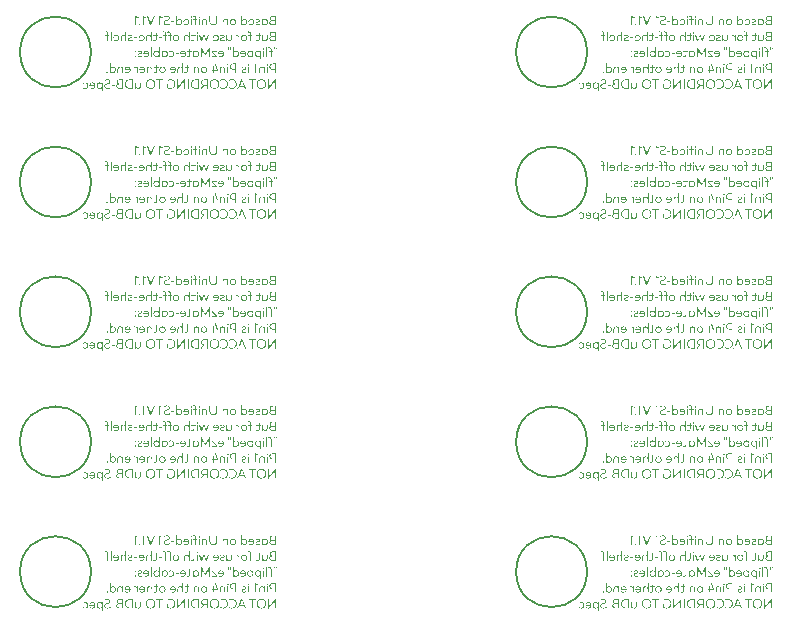
<source format=gbo>
G04 #@! TF.GenerationSoftware,KiCad,Pcbnew,7.0.9*
G04 #@! TF.CreationDate,2023-11-12T18:22:16+01:00*
G04 #@! TF.ProjectId,udb-s-panel,7564622d-732d-4706-916e-656c2e6b6963,rev?*
G04 #@! TF.SameCoordinates,Original*
G04 #@! TF.FileFunction,Legend,Bot*
G04 #@! TF.FilePolarity,Positive*
%FSLAX46Y46*%
G04 Gerber Fmt 4.6, Leading zero omitted, Abs format (unit mm)*
G04 Created by KiCad (PCBNEW 7.0.9) date 2023-11-12 18:22:16*
%MOMM*%
%LPD*%
G01*
G04 APERTURE LIST*
%ADD10C,0.200000*%
G04 APERTURE END LIST*
D10*
X57498603Y35500005D02*
G75*
G03*
X57498603Y35500005I-3000000J0D01*
G01*
X57498603Y46500007D02*
G75*
G03*
X57498603Y46500007I-3000000J0D01*
G01*
X57498603Y13500001D02*
G75*
G03*
X57498603Y13500001I-3000000J0D01*
G01*
X57498603Y57500009D02*
G75*
G03*
X57498603Y57500009I-3000000J0D01*
G01*
X15498602Y13500001D02*
G75*
G03*
X15498602Y13500001I-3000000J0D01*
G01*
X15498602Y35500005D02*
G75*
G03*
X15498602Y35500005I-3000000J0D01*
G01*
X15498602Y57500009D02*
G75*
G03*
X15498602Y57500009I-3000000J0D01*
G01*
X15498602Y24500003D02*
G75*
G03*
X15498602Y24500003I-3000000J0D01*
G01*
X15498602Y46500007D02*
G75*
G03*
X15498602Y46500007I-3000000J0D01*
G01*
X57498603Y24500003D02*
G75*
G03*
X57498603Y24500003I-3000000J0D01*
G01*
G36*
X73157173Y27559736D02*
G01*
X73163390Y27553840D01*
X73165644Y27545747D01*
X73165664Y27544822D01*
X73165664Y26790405D01*
X73163773Y26782137D01*
X73157877Y26776017D01*
X73149785Y26773816D01*
X73148860Y26773796D01*
X72882147Y26773796D01*
X72865692Y26774041D01*
X72849705Y26774772D01*
X72834190Y26775983D01*
X72819151Y26777670D01*
X72804591Y26779828D01*
X72790514Y26782451D01*
X72776922Y26785533D01*
X72763820Y26789071D01*
X72751211Y26793058D01*
X72739099Y26797490D01*
X72727487Y26802361D01*
X72716379Y26807666D01*
X72705779Y26813400D01*
X72695689Y26819557D01*
X72686113Y26826134D01*
X72677056Y26833123D01*
X72668520Y26840521D01*
X72660509Y26848321D01*
X72653026Y26856520D01*
X72646076Y26865111D01*
X72639662Y26874089D01*
X72633786Y26883450D01*
X72628454Y26893188D01*
X72623667Y26903297D01*
X72619431Y26913773D01*
X72615748Y26924611D01*
X72612622Y26935805D01*
X72610056Y26947350D01*
X72608054Y26959241D01*
X72606620Y26971472D01*
X72605757Y26984039D01*
X72605468Y26996937D01*
X72605656Y27001431D01*
X72687338Y27001431D01*
X72687561Y26992353D01*
X72688224Y26983513D01*
X72689323Y26974915D01*
X72690851Y26966561D01*
X72692803Y26958454D01*
X72695175Y26950600D01*
X72697959Y26942999D01*
X72701150Y26935656D01*
X72704744Y26928575D01*
X72708734Y26921757D01*
X72713114Y26915207D01*
X72717879Y26908928D01*
X72723025Y26902924D01*
X72728544Y26897197D01*
X72734431Y26891750D01*
X72740681Y26886588D01*
X72747288Y26881713D01*
X72754247Y26877129D01*
X72761552Y26872838D01*
X72769198Y26868845D01*
X72777178Y26865153D01*
X72785488Y26861764D01*
X72794121Y26858682D01*
X72803073Y26855911D01*
X72812337Y26853453D01*
X72821908Y26851313D01*
X72831780Y26849493D01*
X72841949Y26847996D01*
X72852407Y26846826D01*
X72863150Y26845986D01*
X72874173Y26845480D01*
X72885468Y26845311D01*
X73086138Y26845311D01*
X73086138Y27136448D01*
X72876675Y27136448D01*
X72864391Y27136257D01*
X72852557Y27135692D01*
X72841169Y27134764D01*
X72830224Y27133484D01*
X72819718Y27131864D01*
X72809646Y27129916D01*
X72800005Y27127650D01*
X72790791Y27125079D01*
X72781999Y27122213D01*
X72773626Y27119065D01*
X72765668Y27115645D01*
X72758121Y27111966D01*
X72750981Y27108038D01*
X72744244Y27103873D01*
X72731962Y27094878D01*
X72721244Y27085073D01*
X72712058Y27074548D01*
X72704372Y27063396D01*
X72698155Y27051708D01*
X72693375Y27039576D01*
X72690000Y27027092D01*
X72687999Y27014346D01*
X72687338Y27001431D01*
X72605656Y27001431D01*
X72606092Y27011870D01*
X72607943Y27026521D01*
X72610989Y27040845D01*
X72615195Y27054792D01*
X72620531Y27068315D01*
X72626962Y27081368D01*
X72634458Y27093901D01*
X72642984Y27105869D01*
X72652509Y27117223D01*
X72662999Y27127916D01*
X72674422Y27137900D01*
X72686746Y27147128D01*
X72699938Y27155552D01*
X72706849Y27159448D01*
X72713965Y27163125D01*
X72721281Y27166577D01*
X72728794Y27169799D01*
X72736500Y27172784D01*
X72744394Y27175527D01*
X72732215Y27181804D01*
X72720478Y27188819D01*
X72709230Y27196547D01*
X72698519Y27204961D01*
X72688391Y27214037D01*
X72678894Y27223746D01*
X72670077Y27234065D01*
X72661986Y27244965D01*
X72654669Y27256423D01*
X72648173Y27268410D01*
X72642547Y27280902D01*
X72637836Y27293872D01*
X72634090Y27307294D01*
X72631356Y27321143D01*
X72629680Y27335391D01*
X72629461Y27341026D01*
X72711958Y27341026D01*
X72712687Y27326169D01*
X72714852Y27312027D01*
X72718419Y27298635D01*
X72723352Y27286026D01*
X72729618Y27274233D01*
X72737182Y27263289D01*
X72746011Y27253229D01*
X72756068Y27244086D01*
X72767321Y27235893D01*
X72779735Y27228684D01*
X72793276Y27222492D01*
X72807909Y27217351D01*
X72815624Y27215185D01*
X72823600Y27213294D01*
X72831831Y27211682D01*
X72840314Y27210354D01*
X72849044Y27209314D01*
X72858017Y27208566D01*
X72867229Y27208114D01*
X72876675Y27207963D01*
X73086138Y27207963D01*
X73086138Y27489917D01*
X72912433Y27489917D01*
X72899635Y27489746D01*
X72887287Y27489236D01*
X72875387Y27488393D01*
X72863932Y27487221D01*
X72852918Y27485726D01*
X72842344Y27483912D01*
X72832205Y27481784D01*
X72822499Y27479347D01*
X72813224Y27476606D01*
X72804376Y27473566D01*
X72795952Y27470232D01*
X72787950Y27466609D01*
X72780366Y27462701D01*
X72773199Y27458515D01*
X72766444Y27454054D01*
X72760098Y27449323D01*
X72748626Y27439074D01*
X72738759Y27427806D01*
X72730473Y27415560D01*
X72723746Y27402374D01*
X72718554Y27388288D01*
X72714874Y27373342D01*
X72713594Y27365558D01*
X72712683Y27357575D01*
X72712139Y27349396D01*
X72711958Y27341026D01*
X72629461Y27341026D01*
X72629111Y27350014D01*
X72629355Y27361641D01*
X72630090Y27373031D01*
X72631322Y27384176D01*
X72633058Y27395067D01*
X72635303Y27405695D01*
X72638064Y27416052D01*
X72641346Y27426129D01*
X72645155Y27435917D01*
X72649497Y27445408D01*
X72654378Y27454593D01*
X72659805Y27463463D01*
X72665783Y27472010D01*
X72672318Y27480225D01*
X72679416Y27488098D01*
X72687083Y27495622D01*
X72695325Y27502788D01*
X72704148Y27509587D01*
X72713559Y27516010D01*
X72723562Y27522049D01*
X72734164Y27527695D01*
X72745371Y27532939D01*
X72757189Y27537773D01*
X72769624Y27542188D01*
X72782682Y27546175D01*
X72796368Y27549725D01*
X72810690Y27552830D01*
X72825652Y27555482D01*
X72841261Y27557671D01*
X72857522Y27559388D01*
X72874443Y27560626D01*
X72892028Y27561375D01*
X72910283Y27561626D01*
X73148860Y27561626D01*
X73157173Y27559736D01*
G37*
G36*
X72256031Y27298683D02*
G01*
X72268847Y27297693D01*
X72281447Y27296059D01*
X72293817Y27293794D01*
X72305942Y27290914D01*
X72317809Y27287431D01*
X72329405Y27283358D01*
X72340715Y27278711D01*
X72351726Y27273501D01*
X72362423Y27267743D01*
X72372794Y27261450D01*
X72382823Y27254637D01*
X72392498Y27247316D01*
X72401805Y27239502D01*
X72410729Y27231207D01*
X72419257Y27222446D01*
X72427376Y27213232D01*
X72435071Y27203579D01*
X72442328Y27193501D01*
X72449134Y27183011D01*
X72455475Y27172122D01*
X72461336Y27160848D01*
X72466706Y27149204D01*
X72471568Y27137202D01*
X72475910Y27124857D01*
X72479719Y27112181D01*
X72482979Y27099189D01*
X72485677Y27085894D01*
X72487800Y27072310D01*
X72489333Y27058450D01*
X72490263Y27044328D01*
X72490576Y27029958D01*
X72490257Y27015607D01*
X72489309Y27001503D01*
X72487746Y26987662D01*
X72485584Y26974095D01*
X72482837Y26960818D01*
X72479519Y26947844D01*
X72475645Y26935186D01*
X72471229Y26922858D01*
X72466287Y26910873D01*
X72460832Y26899246D01*
X72454879Y26887989D01*
X72448443Y26877116D01*
X72441539Y26866641D01*
X72434180Y26856577D01*
X72426382Y26846939D01*
X72418158Y26837739D01*
X72409525Y26828992D01*
X72400495Y26820710D01*
X72391084Y26812908D01*
X72381306Y26805598D01*
X72371176Y26798796D01*
X72360709Y26792513D01*
X72349918Y26786765D01*
X72338819Y26781563D01*
X72327426Y26776923D01*
X72315754Y26772858D01*
X72303816Y26769380D01*
X72291629Y26766504D01*
X72279205Y26764244D01*
X72266561Y26762613D01*
X72253710Y26761624D01*
X72240667Y26761291D01*
X72231719Y26761418D01*
X72222935Y26761795D01*
X72214317Y26762417D01*
X72205864Y26763280D01*
X72197576Y26764378D01*
X72189455Y26765705D01*
X72181498Y26767258D01*
X72173708Y26769031D01*
X72166084Y26771018D01*
X72151333Y26775618D01*
X72137249Y26781018D01*
X72123832Y26787176D01*
X72111082Y26794053D01*
X72099002Y26801608D01*
X72087592Y26809801D01*
X72076854Y26818591D01*
X72066788Y26827939D01*
X72057396Y26837803D01*
X72048679Y26848143D01*
X72040638Y26858920D01*
X72036871Y26864459D01*
X72034526Y26790405D01*
X72032675Y26782137D01*
X72026826Y26776017D01*
X72018664Y26773816D01*
X72017722Y26773796D01*
X71981965Y26773796D01*
X71973565Y26775641D01*
X71967389Y26781441D01*
X71965181Y26789481D01*
X71965161Y26790405D01*
X71965161Y27029958D01*
X72041365Y27029958D01*
X72041584Y27019391D01*
X72042235Y27009017D01*
X72043311Y26998846D01*
X72044805Y26988887D01*
X72046711Y26979150D01*
X72049020Y26969644D01*
X72051725Y26960378D01*
X72054820Y26951361D01*
X72058296Y26942603D01*
X72062148Y26934113D01*
X72066368Y26925901D01*
X72070948Y26917975D01*
X72075881Y26910345D01*
X72081161Y26903020D01*
X72086779Y26896010D01*
X72092729Y26889323D01*
X72099004Y26882970D01*
X72105596Y26876960D01*
X72112499Y26871301D01*
X72119704Y26866003D01*
X72127205Y26861075D01*
X72134995Y26856527D01*
X72143066Y26852369D01*
X72151412Y26848608D01*
X72160024Y26845255D01*
X72168896Y26842319D01*
X72178022Y26839809D01*
X72187392Y26837735D01*
X72197001Y26836105D01*
X72206841Y26834930D01*
X72216904Y26834217D01*
X72227185Y26833978D01*
X72236583Y26834221D01*
X72245865Y26834942D01*
X72255019Y26836133D01*
X72264033Y26837783D01*
X72272895Y26839882D01*
X72281593Y26842419D01*
X72290115Y26845387D01*
X72298449Y26848773D01*
X72306583Y26852569D01*
X72314506Y26856764D01*
X72322205Y26861348D01*
X72329668Y26866312D01*
X72336884Y26871645D01*
X72343841Y26877338D01*
X72350525Y26883381D01*
X72356927Y26889763D01*
X72363033Y26896475D01*
X72368831Y26903507D01*
X72374311Y26910848D01*
X72379459Y26918490D01*
X72384264Y26926421D01*
X72388714Y26934633D01*
X72392796Y26943114D01*
X72396500Y26951856D01*
X72399813Y26960847D01*
X72402723Y26970079D01*
X72405218Y26979542D01*
X72407286Y26989224D01*
X72408915Y26999117D01*
X72410094Y27009210D01*
X72410810Y27019494D01*
X72411051Y27029958D01*
X72410810Y27040440D01*
X72410094Y27050741D01*
X72408915Y27060850D01*
X72407286Y27070757D01*
X72405218Y27080453D01*
X72402723Y27089928D01*
X72399813Y27099172D01*
X72396500Y27108174D01*
X72392796Y27116926D01*
X72388714Y27125416D01*
X72384264Y27133636D01*
X72379459Y27141575D01*
X72374311Y27149223D01*
X72368831Y27156571D01*
X72363033Y27163608D01*
X72356927Y27170325D01*
X72350525Y27176711D01*
X72343841Y27182758D01*
X72336884Y27188454D01*
X72329668Y27193790D01*
X72322205Y27198756D01*
X72314506Y27203343D01*
X72306583Y27207539D01*
X72298449Y27211336D01*
X72290115Y27214724D01*
X72281593Y27217691D01*
X72272895Y27220230D01*
X72264033Y27222329D01*
X72255019Y27223979D01*
X72245865Y27225170D01*
X72236583Y27225891D01*
X72227185Y27226134D01*
X72216904Y27225891D01*
X72206841Y27225170D01*
X72197001Y27223979D01*
X72187392Y27222329D01*
X72178022Y27220230D01*
X72168896Y27217691D01*
X72160024Y27214724D01*
X72151412Y27211336D01*
X72143066Y27207539D01*
X72134995Y27203343D01*
X72127205Y27198756D01*
X72119704Y27193790D01*
X72112499Y27188454D01*
X72105596Y27182758D01*
X72099004Y27176711D01*
X72092729Y27170325D01*
X72086779Y27163608D01*
X72081161Y27156571D01*
X72075881Y27149223D01*
X72070948Y27141575D01*
X72066368Y27133636D01*
X72062148Y27125416D01*
X72058296Y27116926D01*
X72054820Y27108174D01*
X72051725Y27099172D01*
X72049020Y27089928D01*
X72046711Y27080453D01*
X72044805Y27070757D01*
X72043311Y27060850D01*
X72042235Y27050741D01*
X72041584Y27040440D01*
X72041365Y27029958D01*
X71965161Y27029958D01*
X71965161Y27269707D01*
X71967012Y27278020D01*
X71972861Y27284238D01*
X71981023Y27286491D01*
X71981965Y27286511D01*
X72017722Y27286511D01*
X72025391Y27284971D01*
X72031888Y27279403D01*
X72034449Y27271538D01*
X72034526Y27269707D01*
X72036871Y27196825D01*
X72043971Y27207214D01*
X72051859Y27217317D01*
X72060533Y27227080D01*
X72069987Y27236450D01*
X72080219Y27245376D01*
X72091224Y27253803D01*
X72103000Y27261679D01*
X72115541Y27268950D01*
X72128846Y27275564D01*
X72142909Y27281469D01*
X72157726Y27286610D01*
X72165417Y27288878D01*
X72173296Y27290935D01*
X72181361Y27292775D01*
X72189613Y27294391D01*
X72198050Y27295777D01*
X72206673Y27296925D01*
X72215482Y27297830D01*
X72224474Y27298485D01*
X72233651Y27298882D01*
X72243012Y27299016D01*
X72256031Y27298683D01*
G37*
G36*
X71627324Y26761291D02*
G01*
X71616709Y26761464D01*
X71606300Y26761978D01*
X71596106Y26762829D01*
X71586136Y26764012D01*
X71576398Y26765520D01*
X71566901Y26767350D01*
X71557653Y26769496D01*
X71548663Y26771952D01*
X71539940Y26774715D01*
X71531491Y26777778D01*
X71523327Y26781136D01*
X71515454Y26784784D01*
X71507882Y26788718D01*
X71500619Y26792931D01*
X71493674Y26797420D01*
X71487056Y26802178D01*
X71480772Y26807200D01*
X71474832Y26812482D01*
X71469243Y26818017D01*
X71459157Y26829831D01*
X71450581Y26842599D01*
X71443584Y26856281D01*
X71438234Y26870836D01*
X71436199Y26878427D01*
X71434601Y26886221D01*
X71433448Y26894213D01*
X71432751Y26902397D01*
X71432516Y26910768D01*
X71432639Y26918806D01*
X71433649Y26934114D01*
X71435738Y26948444D01*
X71438978Y26961853D01*
X71443442Y26974396D01*
X71449201Y26986131D01*
X71456327Y26997113D01*
X71464893Y27007400D01*
X71474971Y27017047D01*
X71486633Y27026110D01*
X71499952Y27034647D01*
X71507254Y27038736D01*
X71514998Y27042714D01*
X71523192Y27046588D01*
X71531844Y27050366D01*
X71540965Y27054055D01*
X71550563Y27057661D01*
X71560648Y27061192D01*
X71571227Y27064655D01*
X71582311Y27068056D01*
X71593907Y27071404D01*
X71606026Y27074704D01*
X71614878Y27077012D01*
X71623373Y27079286D01*
X71631518Y27081533D01*
X71639317Y27083757D01*
X71653897Y27088161D01*
X71667151Y27092543D01*
X71679120Y27096946D01*
X71689843Y27101415D01*
X71699358Y27105995D01*
X71707705Y27110730D01*
X71714923Y27115663D01*
X71721052Y27120841D01*
X71728287Y27129161D01*
X71733291Y27138278D01*
X71736197Y27148343D01*
X71737136Y27159505D01*
X71736606Y27168276D01*
X71735051Y27176423D01*
X71732521Y27183954D01*
X71727009Y27194114D01*
X71719588Y27202933D01*
X71713665Y27208080D01*
X71707021Y27212652D01*
X71699705Y27216656D01*
X71691770Y27220100D01*
X71683265Y27222992D01*
X71674240Y27225340D01*
X71664748Y27227153D01*
X71654838Y27228438D01*
X71644561Y27229203D01*
X71633968Y27229456D01*
X71623499Y27229322D01*
X71613459Y27228918D01*
X71603805Y27228239D01*
X71594495Y27227279D01*
X71585486Y27226034D01*
X71576736Y27224500D01*
X71568202Y27222670D01*
X71559840Y27220541D01*
X71551609Y27218107D01*
X71543466Y27215364D01*
X71535369Y27212307D01*
X71527273Y27208930D01*
X71519138Y27205230D01*
X71510920Y27201200D01*
X71502577Y27196837D01*
X71494066Y27192136D01*
X71486045Y27189225D01*
X71477715Y27190565D01*
X71471511Y27196195D01*
X71470423Y27197802D01*
X71451470Y27230628D01*
X71448559Y27238560D01*
X71449899Y27246880D01*
X71455529Y27253020D01*
X71457136Y27254076D01*
X71464843Y27258638D01*
X71472880Y27263075D01*
X71481259Y27267365D01*
X71489993Y27271484D01*
X71499096Y27275408D01*
X71508580Y27279114D01*
X71518460Y27282579D01*
X71528748Y27285778D01*
X71539457Y27288689D01*
X71550601Y27291288D01*
X71562192Y27293552D01*
X71574244Y27295456D01*
X71586771Y27296979D01*
X71599784Y27298095D01*
X71613297Y27298782D01*
X71627324Y27299016D01*
X71637818Y27298849D01*
X71648081Y27298352D01*
X71658108Y27297529D01*
X71667891Y27296385D01*
X71677424Y27294925D01*
X71686700Y27293153D01*
X71695712Y27291076D01*
X71704453Y27288697D01*
X71712917Y27286022D01*
X71721097Y27283055D01*
X71728986Y27279801D01*
X71736578Y27276265D01*
X71743865Y27272452D01*
X71750841Y27268367D01*
X71757499Y27264015D01*
X71763832Y27259400D01*
X71775497Y27249403D01*
X71785783Y27238414D01*
X71794634Y27226472D01*
X71801998Y27213617D01*
X71807819Y27199887D01*
X71812044Y27185321D01*
X71814619Y27169959D01*
X71815270Y27161991D01*
X71815489Y27153838D01*
X71814693Y27138665D01*
X71812330Y27124473D01*
X71808432Y27111212D01*
X71803036Y27098835D01*
X71796175Y27087291D01*
X71787885Y27076531D01*
X71778199Y27066506D01*
X71767153Y27057167D01*
X71754782Y27048465D01*
X71748110Y27044337D01*
X71741119Y27040349D01*
X71733814Y27036497D01*
X71726200Y27032772D01*
X71718280Y27029170D01*
X71710059Y27025684D01*
X71701541Y27022308D01*
X71692730Y27019036D01*
X71683632Y27015861D01*
X71674249Y27012777D01*
X71664587Y27009779D01*
X71654650Y27006860D01*
X71644442Y27004015D01*
X71633968Y27001235D01*
X71625139Y26998915D01*
X71616711Y26996602D01*
X71608674Y26994293D01*
X71601021Y26991982D01*
X71586837Y26987341D01*
X71574095Y26982642D01*
X71562732Y26977850D01*
X71552687Y26972927D01*
X71543895Y26967838D01*
X71536295Y26962547D01*
X71529824Y26957018D01*
X71524419Y26951215D01*
X71518174Y26941918D01*
X71513975Y26931800D01*
X71511611Y26920741D01*
X71510949Y26912785D01*
X71510869Y26908619D01*
X71511389Y26899371D01*
X71512932Y26890683D01*
X71515471Y26882559D01*
X71518981Y26875005D01*
X71523436Y26868025D01*
X71528809Y26861625D01*
X71535074Y26855811D01*
X71542206Y26850586D01*
X71550178Y26845957D01*
X71558964Y26841929D01*
X71568539Y26838506D01*
X71578876Y26835694D01*
X71589949Y26833498D01*
X71601732Y26831922D01*
X71614199Y26830974D01*
X71627324Y26830656D01*
X71639938Y26830878D01*
X71652140Y26831532D01*
X71663941Y26832602D01*
X71675349Y26834073D01*
X71686374Y26835926D01*
X71697028Y26838147D01*
X71707318Y26840719D01*
X71717255Y26843626D01*
X71726848Y26846850D01*
X71736108Y26850377D01*
X71745044Y26854189D01*
X71753665Y26858271D01*
X71761982Y26862606D01*
X71770004Y26867177D01*
X71777741Y26871969D01*
X71785203Y26876965D01*
X71792387Y26880412D01*
X71800863Y26879965D01*
X71807195Y26874821D01*
X71808846Y26872471D01*
X71830144Y26837495D01*
X71833136Y26829474D01*
X71832092Y26821144D01*
X71826243Y26814940D01*
X71824477Y26813852D01*
X71813908Y26807917D01*
X71803215Y26802281D01*
X71792374Y26796957D01*
X71781362Y26791956D01*
X71770156Y26787289D01*
X71758731Y26782968D01*
X71747065Y26779004D01*
X71735133Y26775409D01*
X71722913Y26772193D01*
X71710382Y26769370D01*
X71697514Y26766949D01*
X71684288Y26764943D01*
X71670679Y26763362D01*
X71656665Y26762219D01*
X71642221Y26761525D01*
X71627324Y26761291D01*
G37*
G36*
X71087530Y27298679D02*
G01*
X71101575Y27297679D01*
X71115311Y27296029D01*
X71128727Y27293745D01*
X71141815Y27290843D01*
X71154562Y27287337D01*
X71166959Y27283242D01*
X71178995Y27278573D01*
X71190661Y27273346D01*
X71201946Y27267575D01*
X71212840Y27261275D01*
X71223333Y27254462D01*
X71233413Y27247150D01*
X71243072Y27239354D01*
X71252298Y27231090D01*
X71261082Y27222373D01*
X71269413Y27213217D01*
X71277281Y27203637D01*
X71284676Y27193649D01*
X71291587Y27183268D01*
X71298004Y27172508D01*
X71303917Y27161385D01*
X71309316Y27149914D01*
X71314190Y27138109D01*
X71318529Y27125986D01*
X71322323Y27113560D01*
X71325561Y27100845D01*
X71328233Y27087858D01*
X71330330Y27074612D01*
X71331840Y27061123D01*
X71332754Y27047406D01*
X71333061Y27033475D01*
X71332728Y27018804D01*
X71331738Y27004401D01*
X71330104Y26990279D01*
X71327838Y26976452D01*
X71324954Y26962931D01*
X71321464Y26949731D01*
X71317380Y26936863D01*
X71312715Y26924342D01*
X71307483Y26912179D01*
X71301696Y26900388D01*
X71295366Y26888983D01*
X71288506Y26877974D01*
X71281130Y26867377D01*
X71273249Y26857203D01*
X71264877Y26847466D01*
X71256026Y26838179D01*
X71246710Y26829354D01*
X71236940Y26821005D01*
X71226729Y26813144D01*
X71216091Y26805784D01*
X71205038Y26798939D01*
X71193583Y26792621D01*
X71181738Y26786843D01*
X71169516Y26781618D01*
X71156930Y26776960D01*
X71143992Y26772881D01*
X71130717Y26769393D01*
X71117115Y26766511D01*
X71103200Y26764247D01*
X71088985Y26762614D01*
X71074482Y26761624D01*
X71059704Y26761291D01*
X71051391Y26761372D01*
X71043266Y26761612D01*
X71035327Y26762006D01*
X71019993Y26763236D01*
X71005366Y26765022D01*
X70991423Y26767326D01*
X70978140Y26770109D01*
X70965494Y26773331D01*
X70953463Y26776953D01*
X70942022Y26780935D01*
X70931149Y26785239D01*
X70920821Y26789826D01*
X70911013Y26794655D01*
X70901705Y26799689D01*
X70892871Y26804887D01*
X70884489Y26810211D01*
X70876535Y26815621D01*
X70872712Y26818346D01*
X70867609Y26824272D01*
X70865791Y26832358D01*
X70868245Y26840476D01*
X70869195Y26842184D01*
X70888343Y26873252D01*
X70893523Y26879606D01*
X70901149Y26881345D01*
X70908979Y26877810D01*
X70910618Y26876574D01*
X70917028Y26872084D01*
X70923669Y26867650D01*
X70930559Y26863304D01*
X70937720Y26859077D01*
X70945170Y26855003D01*
X70952930Y26851113D01*
X70961019Y26847440D01*
X70969456Y26844016D01*
X70978263Y26840874D01*
X70987457Y26838046D01*
X70997060Y26835565D01*
X71007091Y26833462D01*
X71017570Y26831770D01*
X71028515Y26830522D01*
X71039948Y26829749D01*
X71051888Y26829484D01*
X71062189Y26829698D01*
X71072312Y26830337D01*
X71082251Y26831392D01*
X71091997Y26832856D01*
X71101543Y26834720D01*
X71110881Y26836979D01*
X71120004Y26839623D01*
X71128904Y26842646D01*
X71137573Y26846039D01*
X71146004Y26849795D01*
X71154189Y26853907D01*
X71162120Y26858366D01*
X71169790Y26863166D01*
X71177191Y26868298D01*
X71184316Y26873755D01*
X71191156Y26879529D01*
X71197704Y26885613D01*
X71203952Y26891999D01*
X71209893Y26898680D01*
X71215520Y26905648D01*
X71220823Y26912894D01*
X71225797Y26920412D01*
X71230432Y26928195D01*
X71234722Y26936233D01*
X71238659Y26944521D01*
X71242235Y26953049D01*
X71245443Y26961811D01*
X71248274Y26970799D01*
X71250722Y26980005D01*
X71252778Y26989421D01*
X71254434Y26999041D01*
X71255685Y27008856D01*
X70851414Y27008856D01*
X70843519Y27010196D01*
X70836940Y27014808D01*
X70833639Y27022672D01*
X70833438Y27025660D01*
X70833438Y27043636D01*
X70833724Y27057709D01*
X70834578Y27071491D01*
X70834832Y27073922D01*
X70909641Y27073922D01*
X71253535Y27073922D01*
X71251892Y27082623D01*
X71249934Y27091138D01*
X71247665Y27099460D01*
X71245092Y27107583D01*
X71242220Y27115502D01*
X71239053Y27123211D01*
X71235598Y27130704D01*
X71231859Y27137975D01*
X71227842Y27145018D01*
X71223552Y27151827D01*
X71218994Y27158397D01*
X71214174Y27164721D01*
X71209097Y27170794D01*
X71203768Y27176610D01*
X71198193Y27182162D01*
X71192377Y27187446D01*
X71186325Y27192455D01*
X71180042Y27197184D01*
X71173534Y27201626D01*
X71166806Y27205775D01*
X71159864Y27209626D01*
X71152712Y27213174D01*
X71145356Y27216411D01*
X71137801Y27219332D01*
X71130052Y27221932D01*
X71122116Y27224204D01*
X71113997Y27226142D01*
X71105700Y27227742D01*
X71097230Y27228996D01*
X71088594Y27229899D01*
X71079796Y27230445D01*
X71070842Y27230628D01*
X71062820Y27230451D01*
X71054917Y27229923D01*
X71047140Y27229049D01*
X71031992Y27226283D01*
X71017437Y27222195D01*
X71003534Y27216825D01*
X70990342Y27210214D01*
X70977919Y27202402D01*
X70966326Y27193429D01*
X70955622Y27183338D01*
X70945865Y27172167D01*
X70937115Y27159959D01*
X70929432Y27146753D01*
X70922874Y27132590D01*
X70920036Y27125162D01*
X70917501Y27117511D01*
X70915278Y27109640D01*
X70913372Y27101556D01*
X70911793Y27093263D01*
X70910547Y27084767D01*
X70909641Y27076071D01*
X70909641Y27073922D01*
X70834832Y27073922D01*
X70835988Y27084973D01*
X70837945Y27098143D01*
X70840438Y27110991D01*
X70843457Y27123508D01*
X70846992Y27135683D01*
X70851032Y27147506D01*
X70855568Y27158967D01*
X70860589Y27170055D01*
X70866085Y27180760D01*
X70872047Y27191072D01*
X70878462Y27200981D01*
X70885323Y27210477D01*
X70892617Y27219548D01*
X70900336Y27228186D01*
X70908468Y27236379D01*
X70917004Y27244118D01*
X70925934Y27251393D01*
X70935247Y27258192D01*
X70944933Y27264506D01*
X70954982Y27270325D01*
X70965383Y27275638D01*
X70976127Y27280436D01*
X70987204Y27284707D01*
X70998602Y27288442D01*
X71010313Y27291630D01*
X71022325Y27294262D01*
X71034628Y27296327D01*
X71047213Y27297814D01*
X71060069Y27298714D01*
X71073186Y27299016D01*
X71087530Y27298679D01*
G37*
G36*
X70280969Y27572235D02*
G01*
X70286770Y27566976D01*
X70289381Y27558997D01*
X70289460Y27557132D01*
X70289460Y27198974D01*
X70296739Y27208985D01*
X70304726Y27218757D01*
X70313419Y27228233D01*
X70322817Y27237357D01*
X70332918Y27246074D01*
X70343721Y27254328D01*
X70355223Y27262061D01*
X70367422Y27269219D01*
X70380318Y27275744D01*
X70393908Y27281582D01*
X70408191Y27286675D01*
X70423164Y27290969D01*
X70430910Y27292797D01*
X70438827Y27294405D01*
X70446917Y27295785D01*
X70455178Y27296930D01*
X70463610Y27297832D01*
X70472214Y27298485D01*
X70480989Y27298882D01*
X70489934Y27299016D01*
X70502953Y27298683D01*
X70515770Y27297693D01*
X70528370Y27296059D01*
X70540739Y27293794D01*
X70552865Y27290914D01*
X70564732Y27287431D01*
X70576328Y27283358D01*
X70587638Y27278711D01*
X70598648Y27273501D01*
X70609346Y27267743D01*
X70619716Y27261450D01*
X70629746Y27254637D01*
X70639421Y27247316D01*
X70648727Y27239502D01*
X70657652Y27231207D01*
X70666180Y27222446D01*
X70674298Y27213232D01*
X70681993Y27203579D01*
X70689250Y27193501D01*
X70696056Y27183011D01*
X70702397Y27172122D01*
X70708259Y27160848D01*
X70713628Y27149204D01*
X70718491Y27137202D01*
X70722833Y27124857D01*
X70726641Y27112181D01*
X70729901Y27099189D01*
X70732600Y27085894D01*
X70734722Y27072310D01*
X70736256Y27058450D01*
X70737186Y27044328D01*
X70737499Y27029958D01*
X70737180Y27015607D01*
X70736231Y27001503D01*
X70734669Y26987662D01*
X70732507Y26974095D01*
X70729759Y26960818D01*
X70726441Y26947844D01*
X70722567Y26935186D01*
X70718152Y26922858D01*
X70713209Y26910873D01*
X70707754Y26899246D01*
X70701802Y26887989D01*
X70695366Y26877116D01*
X70688461Y26866641D01*
X70681103Y26856577D01*
X70673304Y26846939D01*
X70665081Y26837739D01*
X70656447Y26828992D01*
X70647418Y26820710D01*
X70638007Y26812908D01*
X70628229Y26805598D01*
X70618099Y26798796D01*
X70607631Y26792513D01*
X70596841Y26786765D01*
X70585742Y26781563D01*
X70574349Y26776923D01*
X70562676Y26772858D01*
X70550739Y26769380D01*
X70538551Y26766504D01*
X70526128Y26764244D01*
X70513484Y26762613D01*
X70500633Y26761624D01*
X70487590Y26761291D01*
X70478641Y26761421D01*
X70469858Y26761808D01*
X70461240Y26762446D01*
X70452787Y26763330D01*
X70444499Y26764454D01*
X70436377Y26765813D01*
X70428421Y26767402D01*
X70420630Y26769214D01*
X70413006Y26771244D01*
X70398256Y26775939D01*
X70384172Y26781441D01*
X70370754Y26787707D01*
X70358005Y26794694D01*
X70345924Y26802357D01*
X70334515Y26810653D01*
X70323776Y26819537D01*
X70313710Y26828967D01*
X70304318Y26838898D01*
X70295601Y26849287D01*
X70287560Y26860089D01*
X70283793Y26865632D01*
X70281449Y26790405D01*
X70279598Y26782137D01*
X70273749Y26776017D01*
X70265587Y26773816D01*
X70264645Y26773796D01*
X70228888Y26773796D01*
X70220488Y26775641D01*
X70214312Y26781441D01*
X70212103Y26789481D01*
X70212084Y26790405D01*
X70212084Y27029958D01*
X70288287Y27029958D01*
X70288506Y27019391D01*
X70289157Y27009017D01*
X70290233Y26998846D01*
X70291728Y26988887D01*
X70293633Y26979150D01*
X70295942Y26969644D01*
X70298647Y26960378D01*
X70301742Y26951361D01*
X70305219Y26942603D01*
X70309071Y26934113D01*
X70313290Y26925901D01*
X70317870Y26917975D01*
X70322804Y26910345D01*
X70328083Y26903020D01*
X70333702Y26896010D01*
X70339652Y26889323D01*
X70345927Y26882970D01*
X70352519Y26876960D01*
X70359421Y26871301D01*
X70366626Y26866003D01*
X70374128Y26861075D01*
X70381917Y26856527D01*
X70389989Y26852369D01*
X70398334Y26848608D01*
X70406947Y26845255D01*
X70415819Y26842319D01*
X70424944Y26839809D01*
X70434315Y26837735D01*
X70443923Y26836105D01*
X70453763Y26834930D01*
X70463827Y26834217D01*
X70474107Y26833978D01*
X70483506Y26834221D01*
X70492788Y26834942D01*
X70501941Y26836133D01*
X70510955Y26837783D01*
X70519817Y26839882D01*
X70528515Y26842419D01*
X70537037Y26845387D01*
X70545371Y26848773D01*
X70553506Y26852569D01*
X70561429Y26856764D01*
X70569128Y26861348D01*
X70576591Y26866312D01*
X70583807Y26871645D01*
X70590763Y26877338D01*
X70597448Y26883381D01*
X70603849Y26889763D01*
X70609955Y26896475D01*
X70615754Y26903507D01*
X70621233Y26910848D01*
X70626381Y26918490D01*
X70631186Y26926421D01*
X70635636Y26934633D01*
X70639719Y26943114D01*
X70643423Y26951856D01*
X70646735Y26960847D01*
X70649645Y26970079D01*
X70652140Y26979542D01*
X70654208Y26989224D01*
X70655838Y26999117D01*
X70657016Y27009210D01*
X70657732Y27019494D01*
X70657973Y27029958D01*
X70657732Y27040440D01*
X70657016Y27050741D01*
X70655838Y27060850D01*
X70654208Y27070757D01*
X70652140Y27080453D01*
X70649645Y27089928D01*
X70646735Y27099172D01*
X70643423Y27108174D01*
X70639719Y27116926D01*
X70635636Y27125416D01*
X70631186Y27133636D01*
X70626381Y27141575D01*
X70621233Y27149223D01*
X70615754Y27156571D01*
X70609955Y27163608D01*
X70603849Y27170325D01*
X70597448Y27176711D01*
X70590763Y27182758D01*
X70583807Y27188454D01*
X70576591Y27193790D01*
X70569128Y27198756D01*
X70561429Y27203343D01*
X70553506Y27207539D01*
X70545371Y27211336D01*
X70537037Y27214724D01*
X70528515Y27217691D01*
X70519817Y27220230D01*
X70510955Y27222329D01*
X70501941Y27223979D01*
X70492788Y27225170D01*
X70483506Y27225891D01*
X70474107Y27226134D01*
X70463827Y27225891D01*
X70453763Y27225170D01*
X70443923Y27223979D01*
X70434315Y27222329D01*
X70424944Y27220230D01*
X70415819Y27217691D01*
X70406947Y27214724D01*
X70398334Y27211336D01*
X70389989Y27207539D01*
X70381917Y27203343D01*
X70374128Y27198756D01*
X70366626Y27193790D01*
X70359421Y27188454D01*
X70352519Y27182758D01*
X70345927Y27176711D01*
X70339652Y27170325D01*
X70333702Y27163608D01*
X70328083Y27156571D01*
X70322804Y27149223D01*
X70317870Y27141575D01*
X70313290Y27133636D01*
X70309071Y27125416D01*
X70305219Y27116926D01*
X70301742Y27108174D01*
X70298647Y27099172D01*
X70295942Y27089928D01*
X70293633Y27080453D01*
X70291728Y27070757D01*
X70290233Y27060850D01*
X70289157Y27050741D01*
X70288506Y27040440D01*
X70288287Y27029958D01*
X70212084Y27029958D01*
X70212084Y27557132D01*
X70213591Y27564839D01*
X70218455Y27570981D01*
X70226125Y27573954D01*
X70228888Y27574131D01*
X70272656Y27574131D01*
X70280969Y27572235D01*
G37*
G36*
X69542380Y27298683D02*
G01*
X69555989Y27297690D01*
X69569407Y27296054D01*
X69582615Y27293786D01*
X69595596Y27290900D01*
X69608332Y27287411D01*
X69620808Y27283332D01*
X69633005Y27278677D01*
X69644907Y27273459D01*
X69656495Y27267692D01*
X69667754Y27261389D01*
X69678665Y27254565D01*
X69689212Y27247233D01*
X69699377Y27239406D01*
X69709143Y27231099D01*
X69718493Y27222324D01*
X69727410Y27213096D01*
X69735876Y27203429D01*
X69743874Y27193335D01*
X69751388Y27182829D01*
X69758399Y27171925D01*
X69764891Y27160635D01*
X69770846Y27148974D01*
X69776248Y27136955D01*
X69781078Y27124592D01*
X69785320Y27111899D01*
X69788957Y27098889D01*
X69791971Y27085576D01*
X69794345Y27071974D01*
X69796063Y27058096D01*
X69797106Y27043956D01*
X69797457Y27029568D01*
X69797106Y27015269D01*
X69796063Y27001213D01*
X69794345Y26987416D01*
X69791971Y26973890D01*
X69788957Y26960649D01*
X69785320Y26947707D01*
X69781078Y26935078D01*
X69776248Y26922775D01*
X69770846Y26910813D01*
X69764891Y26899205D01*
X69758399Y26887965D01*
X69751388Y26877106D01*
X69743874Y26866643D01*
X69735876Y26856589D01*
X69727410Y26846958D01*
X69718493Y26837764D01*
X69709143Y26829020D01*
X69699377Y26820740D01*
X69689212Y26812939D01*
X69678665Y26805629D01*
X69667754Y26798825D01*
X69656495Y26792541D01*
X69644907Y26786789D01*
X69633005Y26781585D01*
X69620808Y26776941D01*
X69608332Y26772872D01*
X69595596Y26769391D01*
X69582615Y26766512D01*
X69569407Y26764248D01*
X69555989Y26762615D01*
X69542380Y26761624D01*
X69528595Y26761291D01*
X69514930Y26761624D01*
X69501427Y26762615D01*
X69488103Y26764248D01*
X69474976Y26766512D01*
X69462063Y26769391D01*
X69449383Y26772872D01*
X69436953Y26776941D01*
X69424791Y26781585D01*
X69412916Y26786789D01*
X69401345Y26792541D01*
X69390096Y26798825D01*
X69379187Y26805629D01*
X69368635Y26812939D01*
X69358459Y26820740D01*
X69348677Y26829020D01*
X69339306Y26837764D01*
X69330365Y26846958D01*
X69321871Y26856589D01*
X69313841Y26866643D01*
X69306295Y26877106D01*
X69299250Y26887965D01*
X69292724Y26899205D01*
X69286734Y26910813D01*
X69281299Y26922775D01*
X69276436Y26935078D01*
X69272163Y26947707D01*
X69268499Y26960649D01*
X69265461Y26973890D01*
X69263067Y26987416D01*
X69261335Y27001213D01*
X69260282Y27015269D01*
X69259927Y27029568D01*
X69340430Y27029568D01*
X69340681Y27019259D01*
X69341425Y27009114D01*
X69342649Y26999142D01*
X69344340Y26989355D01*
X69346485Y26979763D01*
X69349071Y26970378D01*
X69352085Y26961209D01*
X69355515Y26952268D01*
X69359347Y26943565D01*
X69363567Y26935112D01*
X69368164Y26926918D01*
X69373124Y26918995D01*
X69378435Y26911354D01*
X69384082Y26904005D01*
X69390054Y26896959D01*
X69396337Y26890227D01*
X69402918Y26883819D01*
X69409785Y26877747D01*
X69416923Y26872021D01*
X69424322Y26866652D01*
X69431966Y26861650D01*
X69439843Y26857027D01*
X69447941Y26852793D01*
X69456247Y26848959D01*
X69464746Y26845536D01*
X69473427Y26842534D01*
X69482277Y26839965D01*
X69491281Y26837838D01*
X69500429Y26836165D01*
X69509705Y26834957D01*
X69519098Y26834225D01*
X69528595Y26833978D01*
X69538109Y26834225D01*
X69547518Y26834957D01*
X69556810Y26836165D01*
X69565972Y26837838D01*
X69574990Y26839965D01*
X69583852Y26842534D01*
X69592545Y26845536D01*
X69601055Y26848959D01*
X69609370Y26852793D01*
X69617477Y26857027D01*
X69625363Y26861650D01*
X69633015Y26866652D01*
X69640420Y26872021D01*
X69647565Y26877747D01*
X69654437Y26883819D01*
X69661023Y26890227D01*
X69667310Y26896959D01*
X69673286Y26904005D01*
X69678937Y26911354D01*
X69684250Y26918995D01*
X69689212Y26926918D01*
X69693811Y26935112D01*
X69698034Y26943565D01*
X69701867Y26952268D01*
X69705297Y26961209D01*
X69708312Y26970378D01*
X69710899Y26979763D01*
X69713044Y26989355D01*
X69714736Y26999142D01*
X69715960Y27009114D01*
X69716704Y27019259D01*
X69716955Y27029568D01*
X69716704Y27039965D01*
X69715960Y27050194D01*
X69714736Y27060243D01*
X69713044Y27070103D01*
X69710899Y27079762D01*
X69708312Y27089211D01*
X69705297Y27098437D01*
X69701867Y27107432D01*
X69698034Y27116184D01*
X69693811Y27124683D01*
X69689212Y27132918D01*
X69684250Y27140878D01*
X69678937Y27148554D01*
X69673286Y27155933D01*
X69667310Y27163006D01*
X69661023Y27169763D01*
X69654437Y27176192D01*
X69647565Y27182283D01*
X69640420Y27188026D01*
X69633015Y27193409D01*
X69625363Y27198422D01*
X69617477Y27203055D01*
X69609370Y27207297D01*
X69601055Y27211138D01*
X69592545Y27214566D01*
X69583852Y27217572D01*
X69574990Y27220144D01*
X69565972Y27222272D01*
X69556810Y27223946D01*
X69547518Y27225155D01*
X69538109Y27225888D01*
X69528595Y27226134D01*
X69519098Y27225888D01*
X69509705Y27225155D01*
X69500429Y27223946D01*
X69491281Y27222272D01*
X69482277Y27220144D01*
X69473427Y27217572D01*
X69464746Y27214566D01*
X69456247Y27211138D01*
X69447941Y27207297D01*
X69439843Y27203055D01*
X69431966Y27198422D01*
X69424322Y27193409D01*
X69416923Y27188026D01*
X69409785Y27182283D01*
X69402918Y27176192D01*
X69396337Y27169763D01*
X69390054Y27163006D01*
X69384082Y27155933D01*
X69378435Y27148554D01*
X69373124Y27140878D01*
X69368164Y27132918D01*
X69363567Y27124683D01*
X69359347Y27116184D01*
X69355515Y27107432D01*
X69352085Y27098437D01*
X69349071Y27089211D01*
X69346485Y27079762D01*
X69344340Y27070103D01*
X69342649Y27060243D01*
X69341425Y27050194D01*
X69340681Y27039965D01*
X69340430Y27029568D01*
X69259927Y27029568D01*
X69260282Y27043956D01*
X69261335Y27058096D01*
X69263067Y27071974D01*
X69265461Y27085576D01*
X69268499Y27098889D01*
X69272163Y27111899D01*
X69276436Y27124592D01*
X69281299Y27136955D01*
X69286734Y27148974D01*
X69292724Y27160635D01*
X69299250Y27171925D01*
X69306295Y27182829D01*
X69313841Y27193335D01*
X69321871Y27203429D01*
X69330365Y27213096D01*
X69339306Y27222324D01*
X69348677Y27231099D01*
X69358459Y27239406D01*
X69368635Y27247233D01*
X69379187Y27254565D01*
X69390096Y27261389D01*
X69401345Y27267692D01*
X69412916Y27273459D01*
X69424791Y27278677D01*
X69436953Y27283332D01*
X69449383Y27287411D01*
X69462063Y27290900D01*
X69474976Y27293786D01*
X69488103Y27296054D01*
X69501427Y27297690D01*
X69514930Y27298683D01*
X69528595Y27299016D01*
X69542380Y27298683D01*
G37*
G36*
X68866794Y27299016D02*
G01*
X68875526Y27298876D01*
X68884100Y27298460D01*
X68892512Y27297775D01*
X68900761Y27296829D01*
X68908846Y27295628D01*
X68916762Y27294179D01*
X68924510Y27292489D01*
X68932086Y27290566D01*
X68946716Y27286046D01*
X68960636Y27280675D01*
X68973829Y27274510D01*
X68986278Y27267607D01*
X68997967Y27260021D01*
X69008879Y27251809D01*
X69018997Y27243027D01*
X69028306Y27233730D01*
X69036788Y27223976D01*
X69044427Y27213820D01*
X69051206Y27203318D01*
X69057108Y27192526D01*
X69059453Y27269707D01*
X69061570Y27278020D01*
X69067229Y27283822D01*
X69075392Y27286432D01*
X69077234Y27286511D01*
X69108692Y27286511D01*
X69117005Y27284621D01*
X69123223Y27278725D01*
X69125476Y27270632D01*
X69125496Y27269707D01*
X69125496Y26790405D01*
X69123606Y26782137D01*
X69117710Y26776017D01*
X69109617Y26773816D01*
X69108692Y26773796D01*
X69062775Y26773796D01*
X69054375Y26775641D01*
X69048199Y26781441D01*
X69045990Y26789481D01*
X69045971Y26790405D01*
X69044798Y27078025D01*
X69042794Y27091538D01*
X69039708Y27105034D01*
X69035536Y27118395D01*
X69030272Y27131502D01*
X69023911Y27144239D01*
X69016449Y27156487D01*
X69007879Y27168128D01*
X68998197Y27179044D01*
X68987397Y27189118D01*
X68975475Y27198231D01*
X68962426Y27206266D01*
X68948243Y27213104D01*
X68940725Y27216038D01*
X68932922Y27218628D01*
X68924834Y27220860D01*
X68916459Y27222719D01*
X68907796Y27224191D01*
X68898846Y27225261D01*
X68889608Y27225913D01*
X68880081Y27226134D01*
X68871253Y27226038D01*
X68862613Y27225533D01*
X68854169Y27224625D01*
X68845926Y27223320D01*
X68837890Y27221624D01*
X68830067Y27219542D01*
X68822464Y27217081D01*
X68815085Y27214246D01*
X68807937Y27211042D01*
X68794358Y27203555D01*
X68781775Y27194664D01*
X68770235Y27184418D01*
X68759787Y27172861D01*
X68754987Y27166605D01*
X68750477Y27160040D01*
X68746264Y27153171D01*
X68742354Y27146002D01*
X68738753Y27138541D01*
X68735466Y27130794D01*
X68732500Y27122765D01*
X68729861Y27114460D01*
X68727554Y27105886D01*
X68725585Y27097049D01*
X68723961Y27087953D01*
X68722688Y27078605D01*
X68721771Y27069011D01*
X68721216Y27059177D01*
X68721030Y27049107D01*
X68721030Y26790405D01*
X68719179Y26782137D01*
X68713330Y26776017D01*
X68705168Y26773816D01*
X68704226Y26773796D01*
X68658308Y26773796D01*
X68649995Y26775641D01*
X68643778Y26781441D01*
X68641524Y26789481D01*
X68641505Y26790405D01*
X68641505Y27059268D01*
X68641769Y27072660D01*
X68642558Y27085756D01*
X68643861Y27098548D01*
X68645671Y27111027D01*
X68647979Y27123185D01*
X68650776Y27135013D01*
X68654053Y27146502D01*
X68657802Y27157646D01*
X68662014Y27168433D01*
X68666680Y27178858D01*
X68671792Y27188910D01*
X68677342Y27198581D01*
X68683320Y27207863D01*
X68689717Y27216748D01*
X68696526Y27225227D01*
X68703738Y27233291D01*
X68711343Y27240932D01*
X68719333Y27248141D01*
X68727700Y27254911D01*
X68736435Y27261232D01*
X68745529Y27267096D01*
X68754973Y27272494D01*
X68764760Y27277419D01*
X68774879Y27281861D01*
X68785324Y27285813D01*
X68796084Y27289265D01*
X68807151Y27292209D01*
X68818517Y27294637D01*
X68830173Y27296540D01*
X68842110Y27297910D01*
X68854320Y27298738D01*
X68866794Y27299016D01*
G37*
G36*
X67855433Y26761291D02*
G01*
X67837458Y26761635D01*
X67819881Y26762664D01*
X67802715Y26764374D01*
X67785971Y26766761D01*
X67769660Y26769820D01*
X67753794Y26773548D01*
X67738383Y26777940D01*
X67723438Y26782992D01*
X67708972Y26788701D01*
X67694995Y26795061D01*
X67681518Y26802069D01*
X67668553Y26809720D01*
X67656111Y26818011D01*
X67644203Y26826937D01*
X67632841Y26836494D01*
X67622035Y26846679D01*
X67611797Y26857486D01*
X67602138Y26868911D01*
X67593069Y26880952D01*
X67584602Y26893602D01*
X67576748Y26906859D01*
X67569518Y26920718D01*
X67562923Y26935175D01*
X67556975Y26950225D01*
X67551684Y26965866D01*
X67547062Y26982091D01*
X67543121Y26998898D01*
X67539871Y27016282D01*
X67537323Y27034239D01*
X67535490Y27052766D01*
X67534382Y27071856D01*
X67534010Y27091508D01*
X67534010Y27544627D01*
X67535517Y27552333D01*
X67540382Y27558476D01*
X67548051Y27561449D01*
X67550814Y27561626D01*
X67595559Y27561626D01*
X67603228Y27560082D01*
X67609283Y27555130D01*
X67612190Y27547394D01*
X67612363Y27544627D01*
X67612363Y27085841D01*
X67612625Y27072063D01*
X67613407Y27058578D01*
X67614704Y27045396D01*
X67616512Y27032526D01*
X67618824Y27019978D01*
X67621636Y27007761D01*
X67624943Y26995885D01*
X67628739Y26984358D01*
X67633020Y26973191D01*
X67637779Y26962394D01*
X67643013Y26951974D01*
X67648715Y26941942D01*
X67654881Y26932308D01*
X67661506Y26923080D01*
X67668584Y26914269D01*
X67676110Y26905883D01*
X67684080Y26897932D01*
X67692487Y26890426D01*
X67701327Y26883374D01*
X67710594Y26876785D01*
X67720284Y26870668D01*
X67730392Y26865035D01*
X67740911Y26859892D01*
X67751838Y26855251D01*
X67763166Y26851121D01*
X67774891Y26847511D01*
X67787008Y26844430D01*
X67799511Y26841888D01*
X67812395Y26839895D01*
X67825656Y26838459D01*
X67839287Y26837591D01*
X67853284Y26837300D01*
X67867592Y26837591D01*
X67881532Y26838459D01*
X67895099Y26839895D01*
X67908288Y26841888D01*
X67921092Y26844430D01*
X67933505Y26847511D01*
X67945523Y26851121D01*
X67957139Y26855251D01*
X67968348Y26859892D01*
X67979144Y26865035D01*
X67989521Y26870668D01*
X67999474Y26876785D01*
X68008996Y26883374D01*
X68018083Y26890426D01*
X68026729Y26897932D01*
X68034927Y26905883D01*
X68042673Y26914269D01*
X68049960Y26923080D01*
X68056783Y26932308D01*
X68063136Y26941942D01*
X68069014Y26951974D01*
X68074410Y26962394D01*
X68079320Y26973191D01*
X68083736Y26984358D01*
X68087655Y26995885D01*
X68091069Y27007761D01*
X68093974Y27019978D01*
X68096363Y27032526D01*
X68098232Y27045396D01*
X68099573Y27058578D01*
X68100382Y27072063D01*
X68100653Y27085841D01*
X68100653Y27544627D01*
X68102193Y27552333D01*
X68107109Y27558476D01*
X68114740Y27561449D01*
X68117457Y27561626D01*
X68166892Y27561626D01*
X68175205Y27559730D01*
X68181006Y27554471D01*
X68183616Y27546492D01*
X68183696Y27544627D01*
X68183696Y27091508D01*
X68183317Y27071959D01*
X68182188Y27052959D01*
X68180320Y27034510D01*
X68177725Y27016619D01*
X68174414Y26999289D01*
X68170397Y26982527D01*
X68165687Y26966335D01*
X68160294Y26950720D01*
X68154230Y26935686D01*
X68147507Y26921237D01*
X68140134Y26907380D01*
X68132124Y26894117D01*
X68123488Y26881455D01*
X68114237Y26869398D01*
X68104383Y26857951D01*
X68093936Y26847118D01*
X68082909Y26836905D01*
X68071311Y26827316D01*
X68059155Y26818356D01*
X68046452Y26810029D01*
X68033213Y26802341D01*
X68019449Y26795297D01*
X68005172Y26788900D01*
X67990393Y26783157D01*
X67975123Y26778071D01*
X67959373Y26773648D01*
X67943155Y26769893D01*
X67926479Y26766809D01*
X67909358Y26764402D01*
X67891803Y26762677D01*
X67873824Y26761639D01*
X67855433Y26761291D01*
G37*
G36*
X67095740Y27299016D02*
G01*
X67104473Y27298876D01*
X67113046Y27298460D01*
X67121458Y27297775D01*
X67129708Y27296829D01*
X67137792Y27295628D01*
X67145709Y27294179D01*
X67153456Y27292489D01*
X67161033Y27290566D01*
X67175663Y27286046D01*
X67189582Y27280675D01*
X67202775Y27274510D01*
X67215224Y27267607D01*
X67226913Y27260021D01*
X67237825Y27251809D01*
X67247943Y27243027D01*
X67257252Y27233730D01*
X67265734Y27223976D01*
X67273373Y27213820D01*
X67280152Y27203318D01*
X67286054Y27192526D01*
X67288399Y27269707D01*
X67290516Y27278020D01*
X67296175Y27283822D01*
X67304338Y27286432D01*
X67306180Y27286511D01*
X67337638Y27286511D01*
X67345952Y27284621D01*
X67352169Y27278725D01*
X67354422Y27270632D01*
X67354442Y27269707D01*
X67354442Y26790405D01*
X67352552Y26782137D01*
X67346656Y26776017D01*
X67338563Y26773816D01*
X67337638Y26773796D01*
X67291721Y26773796D01*
X67283321Y26775641D01*
X67277145Y26781441D01*
X67274936Y26789481D01*
X67274917Y26790405D01*
X67273745Y27078025D01*
X67271740Y27091538D01*
X67268654Y27105034D01*
X67264482Y27118395D01*
X67259218Y27131502D01*
X67252857Y27144239D01*
X67245395Y27156487D01*
X67236825Y27168128D01*
X67227143Y27179044D01*
X67216344Y27189118D01*
X67204422Y27198231D01*
X67191372Y27206266D01*
X67177189Y27213104D01*
X67169672Y27216038D01*
X67161869Y27218628D01*
X67153780Y27220860D01*
X67145405Y27222719D01*
X67136743Y27224191D01*
X67127793Y27225261D01*
X67118554Y27225913D01*
X67109027Y27226134D01*
X67100199Y27226038D01*
X67091560Y27225533D01*
X67083115Y27224625D01*
X67074872Y27223320D01*
X67066837Y27221624D01*
X67059014Y27219542D01*
X67051410Y27217081D01*
X67044031Y27214246D01*
X67036883Y27211042D01*
X67023304Y27203555D01*
X67010721Y27194664D01*
X66999181Y27184418D01*
X66988733Y27172861D01*
X66983933Y27166605D01*
X66979423Y27160040D01*
X66975211Y27153171D01*
X66971301Y27146002D01*
X66967699Y27138541D01*
X66964413Y27130794D01*
X66961446Y27122765D01*
X66958807Y27114460D01*
X66956500Y27105886D01*
X66954531Y27097049D01*
X66952908Y27087953D01*
X66951634Y27078605D01*
X66950717Y27069011D01*
X66950162Y27059177D01*
X66949976Y27049107D01*
X66949976Y26790405D01*
X66948125Y26782137D01*
X66942277Y26776017D01*
X66934114Y26773816D01*
X66933172Y26773796D01*
X66887255Y26773796D01*
X66878942Y26775641D01*
X66872724Y26781441D01*
X66870471Y26789481D01*
X66870451Y26790405D01*
X66870451Y27059268D01*
X66870716Y27072660D01*
X66871504Y27085756D01*
X66872807Y27098548D01*
X66874617Y27111027D01*
X66876925Y27123185D01*
X66879722Y27135013D01*
X66882999Y27146502D01*
X66886748Y27157646D01*
X66890960Y27168433D01*
X66895626Y27178858D01*
X66900739Y27188910D01*
X66906288Y27198581D01*
X66912266Y27207863D01*
X66918664Y27216748D01*
X66925472Y27225227D01*
X66932684Y27233291D01*
X66940289Y27240932D01*
X66948279Y27248141D01*
X66956646Y27254911D01*
X66965381Y27261232D01*
X66974475Y27267096D01*
X66983920Y27272494D01*
X66993706Y27277419D01*
X67003826Y27281861D01*
X67014270Y27285813D01*
X67025030Y27289265D01*
X67036097Y27292209D01*
X67047463Y27294637D01*
X67059119Y27296540D01*
X67071057Y27297910D01*
X67083267Y27298738D01*
X67095740Y27299016D01*
G37*
G36*
X66668413Y27390461D02*
G01*
X66658603Y27391104D01*
X66649347Y27392987D01*
X66640734Y27396041D01*
X66632854Y27400198D01*
X66625797Y27405390D01*
X66619653Y27411547D01*
X66614512Y27418601D01*
X66610463Y27426484D01*
X66607597Y27435126D01*
X66606003Y27444460D01*
X66605692Y27451033D01*
X66606388Y27460790D01*
X66608416Y27469901D01*
X66611686Y27478298D01*
X66616109Y27485912D01*
X66621594Y27492675D01*
X66628052Y27498518D01*
X66635394Y27503372D01*
X66643528Y27507169D01*
X66652365Y27509841D01*
X66661816Y27511318D01*
X66668413Y27511605D01*
X66677973Y27510692D01*
X66687026Y27508644D01*
X66695478Y27505514D01*
X66703234Y27501353D01*
X66710198Y27496211D01*
X66716278Y27490141D01*
X66721377Y27483193D01*
X66725401Y27475418D01*
X66728256Y27466867D01*
X66729846Y27457593D01*
X66730158Y27451033D01*
X66729462Y27441276D01*
X66727440Y27432165D01*
X66724185Y27423768D01*
X66719792Y27416154D01*
X66714356Y27409391D01*
X66707971Y27403548D01*
X66700732Y27398694D01*
X66692734Y27394897D01*
X66684071Y27392225D01*
X66674838Y27390748D01*
X66668413Y27390461D01*
G37*
G36*
X66690883Y26773796D02*
G01*
X66643793Y26773796D01*
X66635480Y26775641D01*
X66629263Y26781441D01*
X66627009Y26789481D01*
X66626989Y26790405D01*
X66626989Y27269707D01*
X66628880Y27278020D01*
X66634776Y27284238D01*
X66642868Y27286491D01*
X66643793Y27286511D01*
X66689711Y27286511D01*
X66697380Y27284971D01*
X66703877Y27279403D01*
X66706438Y27271538D01*
X66706515Y27269707D01*
X66707687Y26790405D01*
X66705836Y26782137D01*
X66699988Y26776017D01*
X66691826Y26773816D01*
X66690883Y26773796D01*
G37*
G36*
X66403654Y26773796D02*
G01*
X66358909Y26773796D01*
X66350595Y26775641D01*
X66344378Y26781441D01*
X66342125Y26789481D01*
X66342105Y26790405D01*
X66342105Y27221445D01*
X66192042Y27221445D01*
X66183642Y27223296D01*
X66177466Y27229144D01*
X66175257Y27237307D01*
X66175238Y27238249D01*
X66175238Y27269707D01*
X66177089Y27278020D01*
X66182938Y27284238D01*
X66191100Y27286491D01*
X66192042Y27286511D01*
X66342105Y27286511D01*
X66342105Y27380300D01*
X66341965Y27388846D01*
X66341549Y27397081D01*
X66340862Y27405009D01*
X66338698Y27419952D01*
X66335517Y27433696D01*
X66331363Y27446261D01*
X66326280Y27457667D01*
X66320310Y27467935D01*
X66313499Y27477084D01*
X66305890Y27485136D01*
X66297526Y27492110D01*
X66288452Y27498027D01*
X66278711Y27502907D01*
X66268347Y27506771D01*
X66257403Y27509638D01*
X66245925Y27511530D01*
X66233955Y27512466D01*
X66227799Y27512582D01*
X66219214Y27512320D01*
X66211052Y27511572D01*
X66203323Y27510403D01*
X66193711Y27508293D01*
X66184913Y27505689D01*
X66176955Y27502737D01*
X66168227Y27498780D01*
X66160899Y27494795D01*
X66159606Y27494020D01*
X66151586Y27490995D01*
X66143255Y27492360D01*
X66137051Y27498206D01*
X66135964Y27499882D01*
X66118183Y27532708D01*
X66115620Y27540761D01*
X66116845Y27548612D01*
X66121946Y27554641D01*
X66122677Y27555178D01*
X66131246Y27560737D01*
X66138569Y27564905D01*
X66146700Y27568968D01*
X66155679Y27572832D01*
X66165541Y27576403D01*
X66176327Y27579588D01*
X66184048Y27581450D01*
X66192206Y27583071D01*
X66200814Y27584423D01*
X66209882Y27585478D01*
X66219421Y27586209D01*
X66229443Y27586588D01*
X66234638Y27586637D01*
X66245125Y27586404D01*
X66255368Y27585708D01*
X66265363Y27584555D01*
X66275104Y27582951D01*
X66284584Y27580902D01*
X66293797Y27578413D01*
X66302738Y27575490D01*
X66311400Y27572138D01*
X66319779Y27568363D01*
X66327867Y27564172D01*
X66335659Y27559569D01*
X66343149Y27554560D01*
X66350332Y27549152D01*
X66357200Y27543349D01*
X66363749Y27537157D01*
X66369973Y27530583D01*
X66375865Y27523631D01*
X66381419Y27516308D01*
X66386631Y27508619D01*
X66391493Y27500570D01*
X66396000Y27492166D01*
X66400147Y27483413D01*
X66403926Y27474318D01*
X66407333Y27464885D01*
X66410361Y27455120D01*
X66413004Y27445029D01*
X66415257Y27434618D01*
X66417114Y27423892D01*
X66418568Y27412857D01*
X66419614Y27401519D01*
X66420246Y27389883D01*
X66420458Y27377956D01*
X66420458Y27286511D01*
X66502328Y27286511D01*
X66510641Y27284621D01*
X66516858Y27278725D01*
X66519112Y27270632D01*
X66519132Y27269707D01*
X66519132Y27238249D01*
X66517592Y27230580D01*
X66512024Y27224083D01*
X66504159Y27221522D01*
X66502328Y27221445D01*
X66420458Y27221445D01*
X66420458Y26790405D01*
X66418607Y26782137D01*
X66412758Y26776017D01*
X66404596Y26773816D01*
X66403654Y26773796D01*
G37*
G36*
X66008371Y27399058D02*
G01*
X65998516Y27399696D01*
X65989232Y27401566D01*
X65980607Y27404601D01*
X65972726Y27408734D01*
X65965678Y27413898D01*
X65959548Y27420028D01*
X65954425Y27427056D01*
X65950394Y27434916D01*
X65947543Y27443541D01*
X65945959Y27452864D01*
X65945650Y27459435D01*
X65946341Y27469192D01*
X65948357Y27478303D01*
X65951611Y27486700D01*
X65956015Y27494314D01*
X65961484Y27501077D01*
X65967929Y27506920D01*
X65975265Y27511774D01*
X65983403Y27515571D01*
X65992258Y27518243D01*
X66001742Y27519720D01*
X66008371Y27520007D01*
X66017926Y27519094D01*
X66026966Y27517046D01*
X66035399Y27513916D01*
X66043130Y27509755D01*
X66050068Y27504613D01*
X66056120Y27498543D01*
X66061193Y27491594D01*
X66065194Y27483820D01*
X66068031Y27475269D01*
X66069611Y27465995D01*
X66069920Y27459435D01*
X66069230Y27449683D01*
X66067221Y27440585D01*
X66063985Y27432208D01*
X66059616Y27424618D01*
X66054207Y27417882D01*
X66047849Y27412066D01*
X66040636Y27407238D01*
X66032661Y27403464D01*
X66024016Y27400810D01*
X66014794Y27399343D01*
X66008371Y27399058D01*
G37*
G36*
X66030842Y26773796D02*
G01*
X65983752Y26773796D01*
X65975352Y26775641D01*
X65969176Y26781441D01*
X65966967Y26789481D01*
X65966948Y26790405D01*
X65966948Y27269707D01*
X65968799Y27278020D01*
X65974647Y27284238D01*
X65982809Y27286491D01*
X65983752Y27286511D01*
X66029669Y27286511D01*
X66037982Y27284621D01*
X66044200Y27278725D01*
X66046453Y27270632D01*
X66046473Y27269707D01*
X66047645Y26790405D01*
X66045755Y26782137D01*
X66039859Y26776017D01*
X66031767Y26773816D01*
X66030842Y26773796D01*
G37*
G36*
X65585227Y27298679D02*
G01*
X65599272Y27297679D01*
X65613008Y27296029D01*
X65626425Y27293745D01*
X65639512Y27290843D01*
X65652259Y27287337D01*
X65664656Y27283242D01*
X65676692Y27278573D01*
X65688358Y27273346D01*
X65699644Y27267575D01*
X65710537Y27261275D01*
X65721030Y27254462D01*
X65731110Y27247150D01*
X65740769Y27239354D01*
X65749996Y27231090D01*
X65758779Y27222373D01*
X65767111Y27213217D01*
X65774979Y27203637D01*
X65782373Y27193649D01*
X65789284Y27183268D01*
X65795701Y27172508D01*
X65801614Y27161385D01*
X65807013Y27149914D01*
X65811887Y27138109D01*
X65816226Y27125986D01*
X65820020Y27113560D01*
X65823258Y27100845D01*
X65825931Y27087858D01*
X65828027Y27074612D01*
X65829537Y27061123D01*
X65830451Y27047406D01*
X65830758Y27033475D01*
X65830425Y27018804D01*
X65829435Y27004401D01*
X65827801Y26990279D01*
X65825536Y26976452D01*
X65822651Y26962931D01*
X65819161Y26949731D01*
X65815077Y26936863D01*
X65810412Y26924342D01*
X65805180Y26912179D01*
X65799393Y26900388D01*
X65793063Y26888983D01*
X65786203Y26877974D01*
X65778827Y26867377D01*
X65770946Y26857203D01*
X65762574Y26847466D01*
X65753724Y26838179D01*
X65744407Y26829354D01*
X65734637Y26821005D01*
X65724427Y26813144D01*
X65713788Y26805784D01*
X65702735Y26798939D01*
X65691280Y26792621D01*
X65679435Y26786843D01*
X65667213Y26781618D01*
X65654627Y26776960D01*
X65641690Y26772881D01*
X65628414Y26769393D01*
X65614812Y26766511D01*
X65600897Y26764247D01*
X65586682Y26762614D01*
X65572179Y26761624D01*
X65557401Y26761291D01*
X65549088Y26761372D01*
X65540964Y26761612D01*
X65533024Y26762006D01*
X65517691Y26763236D01*
X65503063Y26765022D01*
X65489120Y26767326D01*
X65475837Y26770109D01*
X65463191Y26773331D01*
X65451160Y26776953D01*
X65439719Y26780935D01*
X65428846Y26785239D01*
X65418518Y26789826D01*
X65408711Y26794655D01*
X65399402Y26799689D01*
X65390568Y26804887D01*
X65382186Y26810211D01*
X65374232Y26815621D01*
X65370409Y26818346D01*
X65365306Y26824272D01*
X65363488Y26832358D01*
X65365942Y26840476D01*
X65366892Y26842184D01*
X65386040Y26873252D01*
X65391220Y26879606D01*
X65398846Y26881345D01*
X65406676Y26877810D01*
X65408315Y26876574D01*
X65414725Y26872084D01*
X65421366Y26867650D01*
X65428257Y26863304D01*
X65435417Y26859077D01*
X65442867Y26855003D01*
X65450627Y26851113D01*
X65458716Y26847440D01*
X65467153Y26844016D01*
X65475960Y26840874D01*
X65485155Y26838046D01*
X65494757Y26835565D01*
X65504788Y26833462D01*
X65515267Y26831770D01*
X65526213Y26830522D01*
X65537646Y26829749D01*
X65549585Y26829484D01*
X65559886Y26829698D01*
X65570009Y26830337D01*
X65579948Y26831392D01*
X65589694Y26832856D01*
X65599240Y26834720D01*
X65608578Y26836979D01*
X65617701Y26839623D01*
X65626601Y26842646D01*
X65635271Y26846039D01*
X65643701Y26849795D01*
X65651886Y26853907D01*
X65659818Y26858366D01*
X65667487Y26863166D01*
X65674888Y26868298D01*
X65682013Y26873755D01*
X65688853Y26879529D01*
X65695401Y26885613D01*
X65701649Y26891999D01*
X65707590Y26898680D01*
X65713217Y26905648D01*
X65718520Y26912894D01*
X65723494Y26920412D01*
X65728129Y26928195D01*
X65732420Y26936233D01*
X65736356Y26944521D01*
X65739932Y26953049D01*
X65743140Y26961811D01*
X65745971Y26970799D01*
X65748419Y26980005D01*
X65750475Y26989421D01*
X65752132Y26999041D01*
X65753382Y27008856D01*
X65349111Y27008856D01*
X65341216Y27010196D01*
X65334638Y27014808D01*
X65331336Y27022672D01*
X65331135Y27025660D01*
X65331135Y27043636D01*
X65331421Y27057709D01*
X65332275Y27071491D01*
X65332529Y27073922D01*
X65407338Y27073922D01*
X65751232Y27073922D01*
X65749589Y27082623D01*
X65747631Y27091138D01*
X65745362Y27099460D01*
X65742789Y27107583D01*
X65739917Y27115502D01*
X65736750Y27123211D01*
X65733295Y27130704D01*
X65729556Y27137975D01*
X65725539Y27145018D01*
X65721249Y27151827D01*
X65716691Y27158397D01*
X65711871Y27164721D01*
X65706794Y27170794D01*
X65701465Y27176610D01*
X65695890Y27182162D01*
X65690074Y27187446D01*
X65684022Y27192455D01*
X65677739Y27197184D01*
X65671231Y27201626D01*
X65664503Y27205775D01*
X65657561Y27209626D01*
X65650409Y27213174D01*
X65643053Y27216411D01*
X65635498Y27219332D01*
X65627750Y27221932D01*
X65619813Y27224204D01*
X65611694Y27226142D01*
X65603397Y27227742D01*
X65594927Y27228996D01*
X65586291Y27229899D01*
X65577493Y27230445D01*
X65568539Y27230628D01*
X65560517Y27230451D01*
X65552614Y27229923D01*
X65544837Y27229049D01*
X65529690Y27226283D01*
X65515135Y27222195D01*
X65501231Y27216825D01*
X65488039Y27210214D01*
X65475616Y27202402D01*
X65464023Y27193429D01*
X65453319Y27183338D01*
X65443562Y27172167D01*
X65434812Y27159959D01*
X65427129Y27146753D01*
X65420571Y27132590D01*
X65417733Y27125162D01*
X65415198Y27117511D01*
X65412975Y27109640D01*
X65411069Y27101556D01*
X65409490Y27093263D01*
X65408244Y27084767D01*
X65407338Y27076071D01*
X65407338Y27073922D01*
X65332529Y27073922D01*
X65333685Y27084973D01*
X65335642Y27098143D01*
X65338135Y27110991D01*
X65341154Y27123508D01*
X65344689Y27135683D01*
X65348729Y27147506D01*
X65353265Y27158967D01*
X65358286Y27170055D01*
X65363783Y27180760D01*
X65369744Y27191072D01*
X65376159Y27200981D01*
X65383020Y27210477D01*
X65390314Y27219548D01*
X65398033Y27228186D01*
X65406165Y27236379D01*
X65414701Y27244118D01*
X65423631Y27251393D01*
X65432944Y27258192D01*
X65442630Y27264506D01*
X65452679Y27270325D01*
X65463080Y27275638D01*
X65473824Y27280436D01*
X65484901Y27284707D01*
X65496299Y27288442D01*
X65508010Y27291630D01*
X65520022Y27294262D01*
X65532325Y27296327D01*
X65544910Y27297814D01*
X65557766Y27298714D01*
X65570883Y27299016D01*
X65585227Y27298679D01*
G37*
G36*
X64778666Y27572235D02*
G01*
X64784468Y27566976D01*
X64787078Y27558997D01*
X64787157Y27557132D01*
X64787157Y27198974D01*
X64794436Y27208985D01*
X64802423Y27218757D01*
X64811116Y27228233D01*
X64820514Y27237357D01*
X64830616Y27246074D01*
X64841418Y27254328D01*
X64852920Y27262061D01*
X64865119Y27269219D01*
X64878015Y27275744D01*
X64891605Y27281582D01*
X64905888Y27286675D01*
X64920862Y27290969D01*
X64928607Y27292797D01*
X64936525Y27294405D01*
X64944614Y27295785D01*
X64952875Y27296930D01*
X64961307Y27297832D01*
X64969911Y27298485D01*
X64978686Y27298882D01*
X64987632Y27299016D01*
X65000651Y27298683D01*
X65013467Y27297693D01*
X65026067Y27296059D01*
X65038436Y27293794D01*
X65050562Y27290914D01*
X65062429Y27287431D01*
X65074025Y27283358D01*
X65085335Y27278711D01*
X65096345Y27273501D01*
X65107043Y27267743D01*
X65117413Y27261450D01*
X65127443Y27254637D01*
X65137118Y27247316D01*
X65146425Y27239502D01*
X65155349Y27231207D01*
X65163877Y27222446D01*
X65171996Y27213232D01*
X65179690Y27203579D01*
X65186947Y27193501D01*
X65193753Y27183011D01*
X65200094Y27172122D01*
X65205956Y27160848D01*
X65211325Y27149204D01*
X65216188Y27137202D01*
X65220530Y27124857D01*
X65224338Y27112181D01*
X65227598Y27099189D01*
X65230297Y27085894D01*
X65232419Y27072310D01*
X65233953Y27058450D01*
X65234883Y27044328D01*
X65235196Y27029958D01*
X65234877Y27015607D01*
X65233929Y27001503D01*
X65232366Y26987662D01*
X65230204Y26974095D01*
X65227457Y26960818D01*
X65224139Y26947844D01*
X65220265Y26935186D01*
X65215849Y26922858D01*
X65210906Y26910873D01*
X65205452Y26899246D01*
X65199499Y26887989D01*
X65193063Y26877116D01*
X65186158Y26866641D01*
X65178800Y26856577D01*
X65171001Y26846939D01*
X65162778Y26837739D01*
X65154144Y26828992D01*
X65145115Y26820710D01*
X65135704Y26812908D01*
X65125926Y26805598D01*
X65115796Y26798796D01*
X65105329Y26792513D01*
X65094538Y26786765D01*
X65083439Y26781563D01*
X65072046Y26776923D01*
X65060373Y26772858D01*
X65048436Y26769380D01*
X65036248Y26766504D01*
X65023825Y26764244D01*
X65011181Y26762613D01*
X64998330Y26761624D01*
X64985287Y26761291D01*
X64976338Y26761421D01*
X64967555Y26761808D01*
X64958937Y26762446D01*
X64950484Y26763330D01*
X64942196Y26764454D01*
X64934074Y26765813D01*
X64926118Y26767402D01*
X64918328Y26769214D01*
X64910703Y26771244D01*
X64895953Y26775939D01*
X64881869Y26781441D01*
X64868451Y26787707D01*
X64855702Y26794694D01*
X64843622Y26802357D01*
X64832212Y26810653D01*
X64821473Y26819537D01*
X64811407Y26828967D01*
X64802015Y26838898D01*
X64793298Y26849287D01*
X64785257Y26860089D01*
X64781491Y26865632D01*
X64779146Y26790405D01*
X64777295Y26782137D01*
X64771446Y26776017D01*
X64763284Y26773816D01*
X64762342Y26773796D01*
X64726585Y26773796D01*
X64718185Y26775641D01*
X64712009Y26781441D01*
X64709800Y26789481D01*
X64709781Y26790405D01*
X64709781Y27029958D01*
X64785985Y27029958D01*
X64786203Y27019391D01*
X64786854Y27009017D01*
X64787931Y26998846D01*
X64789425Y26988887D01*
X64791330Y26979150D01*
X64793639Y26969644D01*
X64796345Y26960378D01*
X64799439Y26951361D01*
X64802916Y26942603D01*
X64806768Y26934113D01*
X64810987Y26925901D01*
X64815567Y26917975D01*
X64820501Y26910345D01*
X64825780Y26903020D01*
X64831399Y26896010D01*
X64837349Y26889323D01*
X64843624Y26882970D01*
X64850216Y26876960D01*
X64857118Y26871301D01*
X64864324Y26866003D01*
X64871825Y26861075D01*
X64879615Y26856527D01*
X64887686Y26852369D01*
X64896031Y26848608D01*
X64904644Y26845255D01*
X64913516Y26842319D01*
X64922641Y26839809D01*
X64932012Y26837735D01*
X64941620Y26836105D01*
X64951460Y26834930D01*
X64961524Y26834217D01*
X64971805Y26833978D01*
X64981203Y26834221D01*
X64990485Y26834942D01*
X64999639Y26836133D01*
X65008652Y26837783D01*
X65017514Y26839882D01*
X65026212Y26842419D01*
X65034734Y26845387D01*
X65043069Y26848773D01*
X65051203Y26852569D01*
X65059126Y26856764D01*
X65066825Y26861348D01*
X65074288Y26866312D01*
X65081504Y26871645D01*
X65088460Y26877338D01*
X65095145Y26883381D01*
X65101546Y26889763D01*
X65107652Y26896475D01*
X65113451Y26903507D01*
X65118930Y26910848D01*
X65124079Y26918490D01*
X65128884Y26926421D01*
X65133333Y26934633D01*
X65137416Y26943114D01*
X65141120Y26951856D01*
X65144433Y26960847D01*
X65147342Y26970079D01*
X65149837Y26979542D01*
X65151905Y26989224D01*
X65153535Y26999117D01*
X65154713Y27009210D01*
X65155429Y27019494D01*
X65155671Y27029958D01*
X65155429Y27040440D01*
X65154713Y27050741D01*
X65153535Y27060850D01*
X65151905Y27070757D01*
X65149837Y27080453D01*
X65147342Y27089928D01*
X65144433Y27099172D01*
X65141120Y27108174D01*
X65137416Y27116926D01*
X65133333Y27125416D01*
X65128884Y27133636D01*
X65124079Y27141575D01*
X65118930Y27149223D01*
X65113451Y27156571D01*
X65107652Y27163608D01*
X65101546Y27170325D01*
X65095145Y27176711D01*
X65088460Y27182758D01*
X65081504Y27188454D01*
X65074288Y27193790D01*
X65066825Y27198756D01*
X65059126Y27203343D01*
X65051203Y27207539D01*
X65043069Y27211336D01*
X65034734Y27214724D01*
X65026212Y27217691D01*
X65017514Y27220230D01*
X65008652Y27222329D01*
X64999639Y27223979D01*
X64990485Y27225170D01*
X64981203Y27225891D01*
X64971805Y27226134D01*
X64961524Y27225891D01*
X64951460Y27225170D01*
X64941620Y27223979D01*
X64932012Y27222329D01*
X64922641Y27220230D01*
X64913516Y27217691D01*
X64904644Y27214724D01*
X64896031Y27211336D01*
X64887686Y27207539D01*
X64879615Y27203343D01*
X64871825Y27198756D01*
X64864324Y27193790D01*
X64857118Y27188454D01*
X64850216Y27182758D01*
X64843624Y27176711D01*
X64837349Y27170325D01*
X64831399Y27163608D01*
X64825780Y27156571D01*
X64820501Y27149223D01*
X64815567Y27141575D01*
X64810987Y27133636D01*
X64806768Y27125416D01*
X64802916Y27116926D01*
X64799439Y27108174D01*
X64796345Y27099172D01*
X64793639Y27089928D01*
X64791330Y27080453D01*
X64789425Y27070757D01*
X64787931Y27060850D01*
X64786854Y27050741D01*
X64786203Y27040440D01*
X64785985Y27029958D01*
X64709781Y27029958D01*
X64709781Y27557132D01*
X64711288Y27564839D01*
X64716153Y27570981D01*
X64723822Y27573954D01*
X64726585Y27574131D01*
X64770353Y27574131D01*
X64778666Y27572235D01*
G37*
G36*
X64532167Y27023901D02*
G01*
X64302579Y27023901D01*
X64294180Y27025746D01*
X64288003Y27031546D01*
X64285795Y27039585D01*
X64285775Y27040510D01*
X64285775Y27077635D01*
X64287626Y27085948D01*
X64293475Y27092165D01*
X64301637Y27094419D01*
X64302579Y27094439D01*
X64532167Y27094439D01*
X64540481Y27092548D01*
X64546698Y27086652D01*
X64548951Y27078560D01*
X64548971Y27077635D01*
X64548971Y27040510D01*
X64547081Y27032242D01*
X64541185Y27026121D01*
X64533092Y27023921D01*
X64532167Y27023901D01*
G37*
G36*
X63928204Y26761291D02*
G01*
X63914940Y26761524D01*
X63901833Y26762220D01*
X63888898Y26763378D01*
X63876155Y26764995D01*
X63863619Y26767069D01*
X63851309Y26769598D01*
X63839242Y26772579D01*
X63827435Y26776010D01*
X63815906Y26779889D01*
X63804672Y26784214D01*
X63793750Y26788982D01*
X63783158Y26794192D01*
X63772913Y26799840D01*
X63763033Y26805925D01*
X63753534Y26812445D01*
X63744435Y26819397D01*
X63735753Y26826778D01*
X63727505Y26834587D01*
X63719709Y26842822D01*
X63712381Y26851480D01*
X63705539Y26860559D01*
X63699202Y26870056D01*
X63693385Y26879969D01*
X63688107Y26890297D01*
X63683385Y26901037D01*
X63679235Y26912186D01*
X63675677Y26923743D01*
X63672726Y26935705D01*
X63670401Y26948069D01*
X63668719Y26960835D01*
X63667697Y26973998D01*
X63667352Y26987558D01*
X63667589Y26999537D01*
X63668298Y27011154D01*
X63669484Y27022414D01*
X63671146Y27033325D01*
X63673288Y27043893D01*
X63675911Y27054126D01*
X63679017Y27064029D01*
X63682608Y27073611D01*
X63686686Y27082877D01*
X63691253Y27091834D01*
X63696311Y27100489D01*
X63701860Y27108850D01*
X63707905Y27116922D01*
X63714446Y27124713D01*
X63721485Y27132229D01*
X63729024Y27139477D01*
X63737065Y27146464D01*
X63745610Y27153197D01*
X63754661Y27159683D01*
X63764219Y27165928D01*
X63774288Y27171939D01*
X63784867Y27177723D01*
X63795961Y27183287D01*
X63807569Y27188637D01*
X63819695Y27193781D01*
X63832340Y27198724D01*
X63845505Y27203475D01*
X63859194Y27208040D01*
X63873408Y27212425D01*
X63888148Y27216637D01*
X63903416Y27220684D01*
X63919216Y27224571D01*
X63929780Y27227141D01*
X63940041Y27229765D01*
X63949995Y27232449D01*
X63959640Y27235200D01*
X63968976Y27238026D01*
X63977999Y27240934D01*
X63986707Y27243932D01*
X63995099Y27247026D01*
X64003172Y27250224D01*
X64010925Y27253534D01*
X64018355Y27256961D01*
X64025460Y27260515D01*
X64038689Y27268028D01*
X64050594Y27276131D01*
X64061160Y27284882D01*
X64070369Y27294339D01*
X64078207Y27304560D01*
X64084657Y27315603D01*
X64089701Y27327527D01*
X64093324Y27340390D01*
X64095511Y27354249D01*
X64096243Y27369163D01*
X64095439Y27384248D01*
X64093061Y27398563D01*
X64089161Y27412080D01*
X64083793Y27424771D01*
X64077006Y27436608D01*
X64068855Y27447563D01*
X64059390Y27457607D01*
X64048664Y27466713D01*
X64036730Y27474854D01*
X64023638Y27481999D01*
X64009441Y27488123D01*
X64001945Y27490792D01*
X63994192Y27493195D01*
X63986189Y27495329D01*
X63977942Y27497190D01*
X63969458Y27498774D01*
X63960744Y27500078D01*
X63951805Y27501098D01*
X63942649Y27501831D01*
X63933282Y27502274D01*
X63923710Y27502422D01*
X63908355Y27502222D01*
X63893762Y27501623D01*
X63879880Y27500622D01*
X63866655Y27499219D01*
X63854034Y27497412D01*
X63841965Y27495199D01*
X63830395Y27492579D01*
X63819271Y27489550D01*
X63808542Y27486112D01*
X63798154Y27482262D01*
X63788054Y27478000D01*
X63778190Y27473323D01*
X63768509Y27468231D01*
X63758959Y27462722D01*
X63749486Y27456794D01*
X63740039Y27450447D01*
X63732760Y27446799D01*
X63724846Y27447766D01*
X63718817Y27453334D01*
X63717764Y27454941D01*
X63695294Y27488940D01*
X63692131Y27496245D01*
X63692636Y27504418D01*
X63697228Y27511127D01*
X63698615Y27512387D01*
X63708284Y27519166D01*
X63718406Y27525643D01*
X63729015Y27531798D01*
X63740143Y27537614D01*
X63751823Y27543072D01*
X63764087Y27548152D01*
X63776968Y27552837D01*
X63790500Y27557108D01*
X63804713Y27560946D01*
X63819642Y27564332D01*
X63827384Y27565851D01*
X63835318Y27567249D01*
X63843446Y27568525D01*
X63851774Y27569677D01*
X63860305Y27570702D01*
X63869043Y27571598D01*
X63877993Y27572362D01*
X63887158Y27572993D01*
X63896543Y27573488D01*
X63906151Y27573844D01*
X63915987Y27574059D01*
X63926054Y27574131D01*
X63939389Y27573877D01*
X63952494Y27573119D01*
X63965355Y27571869D01*
X63977961Y27570136D01*
X63990299Y27567931D01*
X64002356Y27565264D01*
X64014120Y27562144D01*
X64025577Y27558582D01*
X64036716Y27554589D01*
X64047523Y27550173D01*
X64057986Y27545346D01*
X64068092Y27540118D01*
X64077828Y27534498D01*
X64087182Y27528497D01*
X64096142Y27522124D01*
X64104694Y27515391D01*
X64112825Y27508307D01*
X64120524Y27500882D01*
X64127778Y27493126D01*
X64134573Y27485050D01*
X64140897Y27476663D01*
X64146738Y27467976D01*
X64152083Y27458999D01*
X64156919Y27449742D01*
X64161233Y27440215D01*
X64165013Y27430428D01*
X64168247Y27420391D01*
X64170921Y27410115D01*
X64173023Y27399610D01*
X64174540Y27388885D01*
X64175459Y27377951D01*
X64175768Y27366818D01*
X64175529Y27355473D01*
X64174813Y27344478D01*
X64173621Y27333826D01*
X64171955Y27323512D01*
X64169815Y27313530D01*
X64167204Y27303873D01*
X64164123Y27294535D01*
X64160573Y27285510D01*
X64156556Y27276791D01*
X64152073Y27268374D01*
X64147125Y27260251D01*
X64141714Y27252416D01*
X64135841Y27244864D01*
X64129507Y27237588D01*
X64122715Y27230581D01*
X64115465Y27223838D01*
X64107758Y27217353D01*
X64099597Y27211120D01*
X64090983Y27205131D01*
X64081916Y27199382D01*
X64072399Y27193866D01*
X64062432Y27188576D01*
X64052018Y27183508D01*
X64041157Y27178653D01*
X64029851Y27174008D01*
X64018101Y27169564D01*
X64005909Y27165316D01*
X63993277Y27161259D01*
X63980204Y27157385D01*
X63966694Y27153689D01*
X63952747Y27150164D01*
X63938364Y27146804D01*
X63925695Y27143893D01*
X63913513Y27140871D01*
X63901812Y27137735D01*
X63890586Y27134481D01*
X63879831Y27131105D01*
X63869540Y27127603D01*
X63859708Y27123971D01*
X63850330Y27120206D01*
X63841400Y27116304D01*
X63832912Y27112260D01*
X63824861Y27108071D01*
X63817241Y27103733D01*
X63810047Y27099243D01*
X63803273Y27094596D01*
X63796914Y27089788D01*
X63785417Y27079675D01*
X63775513Y27068873D01*
X63767156Y27057352D01*
X63760303Y27045080D01*
X63754909Y27032027D01*
X63750929Y27018162D01*
X63748320Y27003453D01*
X63747036Y26987871D01*
X63746878Y26979742D01*
X63747096Y26971261D01*
X63747747Y26963003D01*
X63748823Y26954971D01*
X63750316Y26947168D01*
X63754525Y26932261D01*
X63760314Y26918306D01*
X63767625Y26905327D01*
X63776399Y26893350D01*
X63786575Y26882398D01*
X63798096Y26872495D01*
X63810900Y26863666D01*
X63817766Y26859662D01*
X63824931Y26855936D01*
X63832387Y26852490D01*
X63840127Y26849328D01*
X63848144Y26846452D01*
X63856430Y26843867D01*
X63864978Y26841574D01*
X63873781Y26839577D01*
X63882830Y26837879D01*
X63892120Y26836483D01*
X63901641Y26835391D01*
X63911388Y26834608D01*
X63921351Y26834136D01*
X63931525Y26833978D01*
X63947024Y26834279D01*
X63962364Y26835172D01*
X63977526Y26836636D01*
X63992488Y26838655D01*
X64007231Y26841210D01*
X64021733Y26844282D01*
X64035975Y26847853D01*
X64049934Y26851905D01*
X64063592Y26856420D01*
X64076926Y26861379D01*
X64089917Y26866764D01*
X64102544Y26872556D01*
X64114787Y26878738D01*
X64126624Y26885290D01*
X64138035Y26892196D01*
X64148999Y26899435D01*
X64156070Y26902882D01*
X64164476Y26902436D01*
X64170796Y26897292D01*
X64172447Y26894941D01*
X64197066Y26855471D01*
X64200203Y26847928D01*
X64199722Y26840073D01*
X64194895Y26833462D01*
X64192572Y26831829D01*
X64186004Y26827586D01*
X64179306Y26823469D01*
X64172480Y26819479D01*
X64165529Y26815614D01*
X64158454Y26811877D01*
X64151258Y26808268D01*
X64143942Y26804787D01*
X64136509Y26801436D01*
X64128961Y26798214D01*
X64121299Y26795122D01*
X64113526Y26792161D01*
X64105644Y26789331D01*
X64097655Y26786634D01*
X64089560Y26784070D01*
X64081363Y26781638D01*
X64073064Y26779341D01*
X64064666Y26777178D01*
X64056172Y26775150D01*
X64047582Y26773258D01*
X64038900Y26771503D01*
X64030126Y26769884D01*
X64021264Y26768403D01*
X64012315Y26767060D01*
X64003281Y26765856D01*
X63994164Y26764791D01*
X63984967Y26763866D01*
X63975691Y26763082D01*
X63966339Y26762439D01*
X63956912Y26761938D01*
X63947412Y26761579D01*
X63937842Y26761363D01*
X63928204Y26761291D01*
G37*
G36*
X63316229Y27561626D02*
G01*
X63339676Y27561626D01*
X63348098Y27561080D01*
X63355943Y27559236D01*
X63360974Y27557132D01*
X63582747Y27468423D01*
X63589701Y27464602D01*
X63593831Y27457453D01*
X63593452Y27449002D01*
X63592907Y27447125D01*
X63580597Y27414690D01*
X63576743Y27407825D01*
X63569542Y27403705D01*
X63561144Y27404147D01*
X63559299Y27404725D01*
X63378950Y27469596D01*
X63378950Y26790600D01*
X63377100Y26782201D01*
X63371251Y26776025D01*
X63363089Y26773816D01*
X63362147Y26773796D01*
X63316229Y26773796D01*
X63307829Y26775647D01*
X63301653Y26781496D01*
X63299444Y26789658D01*
X63299425Y26790600D01*
X63299425Y27544627D01*
X63300932Y27552333D01*
X63305797Y27558476D01*
X63313467Y27561449D01*
X63316229Y27561626D01*
G37*
G36*
X62229055Y27561626D02*
G01*
X62280444Y27561626D01*
X62288425Y27560310D01*
X62295686Y27555820D01*
X62300245Y27548973D01*
X62300569Y27548144D01*
X62561616Y26893573D01*
X62621016Y27039337D01*
X62825985Y27548144D01*
X62830314Y27555254D01*
X62837392Y27560033D01*
X62845271Y27561613D01*
X62846110Y27561626D01*
X62899844Y27561626D01*
X62907775Y27560200D01*
X62913684Y27554891D01*
X62914542Y27546498D01*
X62913326Y27542478D01*
X62598546Y26787083D01*
X62594216Y26780019D01*
X62587139Y26775336D01*
X62579259Y26773809D01*
X62578420Y26773796D01*
X62550479Y26773796D01*
X62542497Y26775068D01*
X62535237Y26779461D01*
X62530678Y26786254D01*
X62530353Y26787083D01*
X62215573Y27542478D01*
X62214052Y27550168D01*
X62217008Y27557435D01*
X62224757Y27561260D01*
X62229055Y27561626D01*
G37*
G36*
X61892195Y27561626D02*
G01*
X61915643Y27561626D01*
X61924064Y27561080D01*
X61931909Y27559236D01*
X61936941Y27557132D01*
X62158713Y27468423D01*
X62165668Y27464602D01*
X62169798Y27457453D01*
X62169419Y27449002D01*
X62168874Y27447125D01*
X62156564Y27414690D01*
X62152709Y27407825D01*
X62145508Y27403705D01*
X62137111Y27404147D01*
X62135266Y27404725D01*
X61954917Y27469596D01*
X61954917Y26790600D01*
X61953066Y26782201D01*
X61947217Y26776025D01*
X61939055Y26773816D01*
X61938113Y26773796D01*
X61892195Y26773796D01*
X61883796Y26775647D01*
X61877619Y26781496D01*
X61875411Y26789658D01*
X61875391Y26790600D01*
X61875391Y27544627D01*
X61876898Y27552333D01*
X61881763Y27558476D01*
X61889433Y27561449D01*
X61892195Y27561626D01*
G37*
G36*
X61628022Y26761291D02*
G01*
X61618491Y26761982D01*
X61609517Y26763991D01*
X61601183Y26767226D01*
X61593573Y26771595D01*
X61586768Y26777005D01*
X61580853Y26783362D01*
X61575911Y26790575D01*
X61572024Y26798551D01*
X61569275Y26807196D01*
X61567748Y26816418D01*
X61567450Y26822840D01*
X61568116Y26832125D01*
X61570060Y26841000D01*
X61573197Y26849357D01*
X61577445Y26857084D01*
X61582721Y26864072D01*
X61588942Y26870211D01*
X61596024Y26875389D01*
X61603885Y26879499D01*
X61612441Y26882428D01*
X61621610Y26884068D01*
X61628022Y26884390D01*
X61637803Y26883671D01*
X61646980Y26881590D01*
X61655476Y26878255D01*
X61663210Y26873777D01*
X61670107Y26868266D01*
X61676087Y26861832D01*
X61681071Y26854585D01*
X61684983Y26846636D01*
X61687743Y26838094D01*
X61689273Y26829070D01*
X61689571Y26822840D01*
X61688904Y26813285D01*
X61686956Y26804245D01*
X61683803Y26795813D01*
X61679525Y26788082D01*
X61674200Y26781144D01*
X61667906Y26775092D01*
X61660721Y26770019D01*
X61652724Y26766017D01*
X61643993Y26763180D01*
X61634606Y26761600D01*
X61628022Y26761291D01*
G37*
G36*
X61262244Y27561626D02*
G01*
X61285692Y27561626D01*
X61294113Y27561080D01*
X61301958Y27559236D01*
X61306989Y27557132D01*
X61528762Y27468423D01*
X61535716Y27464602D01*
X61539846Y27457453D01*
X61539467Y27449002D01*
X61538923Y27447125D01*
X61526613Y27414690D01*
X61522758Y27407825D01*
X61515557Y27403705D01*
X61507160Y27404147D01*
X61505315Y27404725D01*
X61324966Y27469596D01*
X61324966Y26790600D01*
X61323115Y26782201D01*
X61317266Y26776025D01*
X61309104Y26773816D01*
X61308162Y26773796D01*
X61262244Y26773796D01*
X61253845Y26775647D01*
X61247668Y26781496D01*
X61245460Y26789658D01*
X61245440Y26790600D01*
X61245440Y27544627D01*
X61246947Y27552333D01*
X61251812Y27558476D01*
X61259482Y27561449D01*
X61262244Y27561626D01*
G37*
G36*
X73157173Y26215736D02*
G01*
X73163390Y26209840D01*
X73165644Y26201747D01*
X73165664Y26200822D01*
X73165664Y25446405D01*
X73163773Y25438137D01*
X73157877Y25432017D01*
X73149785Y25429816D01*
X73148860Y25429796D01*
X72882147Y25429796D01*
X72865692Y25430041D01*
X72849705Y25430772D01*
X72834190Y25431983D01*
X72819151Y25433670D01*
X72804591Y25435828D01*
X72790514Y25438451D01*
X72776922Y25441533D01*
X72763820Y25445071D01*
X72751211Y25449058D01*
X72739099Y25453490D01*
X72727487Y25458361D01*
X72716379Y25463666D01*
X72705779Y25469400D01*
X72695689Y25475557D01*
X72686113Y25482134D01*
X72677056Y25489123D01*
X72668520Y25496521D01*
X72660509Y25504321D01*
X72653026Y25512520D01*
X72646076Y25521111D01*
X72639662Y25530089D01*
X72633786Y25539450D01*
X72628454Y25549188D01*
X72623667Y25559297D01*
X72619431Y25569773D01*
X72615748Y25580611D01*
X72612622Y25591805D01*
X72610056Y25603350D01*
X72608054Y25615241D01*
X72606620Y25627472D01*
X72605757Y25640039D01*
X72605468Y25652937D01*
X72605656Y25657431D01*
X72687338Y25657431D01*
X72687561Y25648353D01*
X72688224Y25639513D01*
X72689323Y25630915D01*
X72690851Y25622561D01*
X72692803Y25614454D01*
X72695175Y25606600D01*
X72697959Y25598999D01*
X72701150Y25591656D01*
X72704744Y25584575D01*
X72708734Y25577757D01*
X72713114Y25571207D01*
X72717879Y25564928D01*
X72723025Y25558924D01*
X72728544Y25553197D01*
X72734431Y25547750D01*
X72740681Y25542588D01*
X72747288Y25537713D01*
X72754247Y25533129D01*
X72761552Y25528838D01*
X72769198Y25524845D01*
X72777178Y25521153D01*
X72785488Y25517764D01*
X72794121Y25514682D01*
X72803073Y25511911D01*
X72812337Y25509453D01*
X72821908Y25507313D01*
X72831780Y25505493D01*
X72841949Y25503996D01*
X72852407Y25502826D01*
X72863150Y25501986D01*
X72874173Y25501480D01*
X72885468Y25501311D01*
X73086138Y25501311D01*
X73086138Y25792448D01*
X72876675Y25792448D01*
X72864391Y25792257D01*
X72852557Y25791692D01*
X72841169Y25790764D01*
X72830224Y25789484D01*
X72819718Y25787864D01*
X72809646Y25785916D01*
X72800005Y25783650D01*
X72790791Y25781079D01*
X72781999Y25778213D01*
X72773626Y25775065D01*
X72765668Y25771645D01*
X72758121Y25767966D01*
X72750981Y25764038D01*
X72744244Y25759873D01*
X72731962Y25750878D01*
X72721244Y25741073D01*
X72712058Y25730548D01*
X72704372Y25719396D01*
X72698155Y25707708D01*
X72693375Y25695576D01*
X72690000Y25683092D01*
X72687999Y25670346D01*
X72687338Y25657431D01*
X72605656Y25657431D01*
X72606092Y25667870D01*
X72607943Y25682521D01*
X72610989Y25696845D01*
X72615195Y25710792D01*
X72620531Y25724315D01*
X72626962Y25737368D01*
X72634458Y25749901D01*
X72642984Y25761869D01*
X72652509Y25773223D01*
X72662999Y25783916D01*
X72674422Y25793900D01*
X72686746Y25803128D01*
X72699938Y25811552D01*
X72706849Y25815448D01*
X72713965Y25819125D01*
X72721281Y25822577D01*
X72728794Y25825799D01*
X72736500Y25828784D01*
X72744394Y25831527D01*
X72732215Y25837804D01*
X72720478Y25844819D01*
X72709230Y25852547D01*
X72698519Y25860961D01*
X72688391Y25870037D01*
X72678894Y25879746D01*
X72670077Y25890065D01*
X72661986Y25900965D01*
X72654669Y25912423D01*
X72648173Y25924410D01*
X72642547Y25936902D01*
X72637836Y25949872D01*
X72634090Y25963294D01*
X72631356Y25977143D01*
X72629680Y25991391D01*
X72629461Y25997026D01*
X72711958Y25997026D01*
X72712687Y25982169D01*
X72714852Y25968027D01*
X72718419Y25954635D01*
X72723352Y25942026D01*
X72729618Y25930233D01*
X72737182Y25919289D01*
X72746011Y25909229D01*
X72756068Y25900086D01*
X72767321Y25891893D01*
X72779735Y25884684D01*
X72793276Y25878492D01*
X72807909Y25873351D01*
X72815624Y25871185D01*
X72823600Y25869294D01*
X72831831Y25867682D01*
X72840314Y25866354D01*
X72849044Y25865314D01*
X72858017Y25864566D01*
X72867229Y25864114D01*
X72876675Y25863963D01*
X73086138Y25863963D01*
X73086138Y26145917D01*
X72912433Y26145917D01*
X72899635Y26145746D01*
X72887287Y26145236D01*
X72875387Y26144393D01*
X72863932Y26143221D01*
X72852918Y26141726D01*
X72842344Y26139912D01*
X72832205Y26137784D01*
X72822499Y26135347D01*
X72813224Y26132606D01*
X72804376Y26129566D01*
X72795952Y26126232D01*
X72787950Y26122609D01*
X72780366Y26118701D01*
X72773199Y26114515D01*
X72766444Y26110054D01*
X72760098Y26105323D01*
X72748626Y26095074D01*
X72738759Y26083806D01*
X72730473Y26071560D01*
X72723746Y26058374D01*
X72718554Y26044288D01*
X72714874Y26029342D01*
X72713594Y26021558D01*
X72712683Y26013575D01*
X72712139Y26005396D01*
X72711958Y25997026D01*
X72629461Y25997026D01*
X72629111Y26006014D01*
X72629355Y26017641D01*
X72630090Y26029031D01*
X72631322Y26040176D01*
X72633058Y26051067D01*
X72635303Y26061695D01*
X72638064Y26072052D01*
X72641346Y26082129D01*
X72645155Y26091917D01*
X72649497Y26101408D01*
X72654378Y26110593D01*
X72659805Y26119463D01*
X72665783Y26128010D01*
X72672318Y26136225D01*
X72679416Y26144098D01*
X72687083Y26151622D01*
X72695325Y26158788D01*
X72704148Y26165587D01*
X72713559Y26172010D01*
X72723562Y26178049D01*
X72734164Y26183695D01*
X72745371Y26188939D01*
X72757189Y26193773D01*
X72769624Y26198188D01*
X72782682Y26202175D01*
X72796368Y26205725D01*
X72810690Y26208830D01*
X72825652Y26211482D01*
X72841261Y26213671D01*
X72857522Y26215388D01*
X72874443Y26216626D01*
X72892028Y26217375D01*
X72910283Y26217626D01*
X73148860Y26217626D01*
X73157173Y26215736D01*
G37*
G36*
X72007757Y25942511D02*
G01*
X72053675Y25942511D01*
X72061344Y25940971D01*
X72067841Y25935403D01*
X72070402Y25927538D01*
X72070479Y25925707D01*
X72070479Y25655672D01*
X72071315Y25641690D01*
X72073387Y25627538D01*
X72076697Y25613362D01*
X72081250Y25599307D01*
X72087048Y25585521D01*
X72094095Y25572148D01*
X72102395Y25559335D01*
X72111951Y25547228D01*
X72122766Y25535973D01*
X72128647Y25530711D01*
X72134844Y25525716D01*
X72141358Y25521007D01*
X72148189Y25516602D01*
X72155337Y25512520D01*
X72162802Y25508779D01*
X72170587Y25505396D01*
X72178690Y25502390D01*
X72187112Y25499780D01*
X72195853Y25497584D01*
X72204915Y25495819D01*
X72214297Y25494505D01*
X72224000Y25493659D01*
X72234024Y25493300D01*
X72242644Y25493505D01*
X72251062Y25494118D01*
X72259275Y25495132D01*
X72267276Y25496541D01*
X72275061Y25498338D01*
X72282626Y25500519D01*
X72297075Y25506003D01*
X72310585Y25512945D01*
X72323119Y25521296D01*
X72334638Y25531006D01*
X72345105Y25542026D01*
X72354483Y25554308D01*
X72358751Y25560907D01*
X72362732Y25567803D01*
X72366422Y25574990D01*
X72369816Y25582462D01*
X72372909Y25590212D01*
X72375697Y25598236D01*
X72378174Y25606525D01*
X72380336Y25615075D01*
X72382179Y25623879D01*
X72383697Y25632931D01*
X72384886Y25642226D01*
X72385741Y25651756D01*
X72386258Y25661516D01*
X72386431Y25671499D01*
X72386431Y25925707D01*
X72388282Y25934020D01*
X72394131Y25940238D01*
X72402293Y25942491D01*
X72403235Y25942511D01*
X72449153Y25942511D01*
X72456822Y25940971D01*
X72463319Y25935403D01*
X72465880Y25927538D01*
X72465957Y25925707D01*
X72465957Y25656845D01*
X72465695Y25643453D01*
X72464917Y25630359D01*
X72463630Y25617569D01*
X72461843Y25605094D01*
X72459564Y25592940D01*
X72456802Y25581118D01*
X72453565Y25569634D01*
X72449861Y25558497D01*
X72445700Y25547716D01*
X72441089Y25537300D01*
X72436037Y25527256D01*
X72430552Y25517593D01*
X72424643Y25508319D01*
X72418319Y25499444D01*
X72411587Y25490974D01*
X72404456Y25482919D01*
X72396935Y25475287D01*
X72389032Y25468087D01*
X72380756Y25461326D01*
X72372114Y25455014D01*
X72363116Y25449159D01*
X72353769Y25443768D01*
X72344083Y25438851D01*
X72334066Y25434416D01*
X72323725Y25430471D01*
X72313070Y25427025D01*
X72302110Y25424086D01*
X72290851Y25421662D01*
X72279304Y25419762D01*
X72267476Y25418395D01*
X72255376Y25417569D01*
X72243012Y25417291D01*
X72234999Y25417421D01*
X72227119Y25417807D01*
X72211765Y25419321D01*
X72196966Y25421783D01*
X72182739Y25425141D01*
X72169100Y25429345D01*
X72156067Y25434344D01*
X72143655Y25440089D01*
X72131881Y25446527D01*
X72120763Y25453609D01*
X72110315Y25461284D01*
X72100556Y25469500D01*
X72091502Y25478208D01*
X72083169Y25487357D01*
X72075573Y25496896D01*
X72068733Y25506775D01*
X72062663Y25516942D01*
X72060514Y25446405D01*
X72058623Y25438137D01*
X72052727Y25432017D01*
X72044635Y25429816D01*
X72043710Y25429796D01*
X72007757Y25429796D01*
X71999444Y25431641D01*
X71993227Y25437441D01*
X71990973Y25445481D01*
X71990953Y25446405D01*
X71990953Y25925707D01*
X71992843Y25934020D01*
X71998740Y25940238D01*
X72006832Y25942491D01*
X72007757Y25942511D01*
G37*
G36*
X71603877Y25417291D02*
G01*
X71589372Y25417644D01*
X71575677Y25418650D01*
X71562794Y25420228D01*
X71550724Y25422298D01*
X71539466Y25424781D01*
X71529022Y25427595D01*
X71519392Y25430662D01*
X71510576Y25433900D01*
X71502576Y25437229D01*
X71495391Y25440571D01*
X71486145Y25445429D01*
X71478738Y25449861D01*
X71471724Y25454643D01*
X71469446Y25456370D01*
X71463763Y25462566D01*
X71461528Y25470504D01*
X71463779Y25478840D01*
X71479411Y25510104D01*
X71484169Y25516758D01*
X71492007Y25519576D01*
X71500197Y25516913D01*
X71501881Y25515770D01*
X71509099Y25511372D01*
X71517305Y25506706D01*
X71526556Y25502035D01*
X71534212Y25498687D01*
X71542510Y25495596D01*
X71551472Y25492873D01*
X71561122Y25490628D01*
X71571484Y25488974D01*
X71582579Y25488020D01*
X71590395Y25487829D01*
X71604054Y25488211D01*
X71616891Y25489369D01*
X71628896Y25491317D01*
X71640062Y25494069D01*
X71650380Y25497641D01*
X71659844Y25502048D01*
X71668444Y25507304D01*
X71676173Y25513425D01*
X71683023Y25520425D01*
X71688985Y25528319D01*
X71694052Y25537123D01*
X71698216Y25546850D01*
X71701468Y25557516D01*
X71703801Y25569136D01*
X71705207Y25581724D01*
X71705678Y25595295D01*
X71705678Y25877445D01*
X71506375Y25877445D01*
X71497976Y25879296D01*
X71491800Y25885144D01*
X71489591Y25893307D01*
X71489571Y25894249D01*
X71489571Y25925707D01*
X71491422Y25934020D01*
X71497271Y25940238D01*
X71505433Y25942491D01*
X71506375Y25942511D01*
X71705678Y25942511D01*
X71705678Y26102539D01*
X71707218Y26110208D01*
X71712785Y26116705D01*
X71720651Y26119266D01*
X71722481Y26119343D01*
X71766250Y26119343D01*
X71774649Y26117492D01*
X71780826Y26111643D01*
X71783034Y26103481D01*
X71783054Y26102539D01*
X71783054Y25942511D01*
X71872740Y25942511D01*
X71881053Y25940621D01*
X71887270Y25934725D01*
X71889524Y25926632D01*
X71889544Y25925707D01*
X71889544Y25894249D01*
X71888003Y25886580D01*
X71882436Y25880083D01*
X71874571Y25877522D01*
X71872740Y25877445D01*
X71784226Y25877445D01*
X71784226Y25595295D01*
X71784004Y25584728D01*
X71783345Y25574459D01*
X71782257Y25564492D01*
X71780748Y25554829D01*
X71778829Y25545471D01*
X71776507Y25536422D01*
X71773792Y25527684D01*
X71770692Y25519260D01*
X71767216Y25511151D01*
X71763374Y25503360D01*
X71759173Y25495889D01*
X71754623Y25488742D01*
X71749732Y25481920D01*
X71744510Y25475425D01*
X71738965Y25469261D01*
X71733106Y25463429D01*
X71726942Y25457932D01*
X71720482Y25452772D01*
X71713734Y25447952D01*
X71706708Y25443474D01*
X71699411Y25439340D01*
X71691854Y25435553D01*
X71684045Y25432116D01*
X71675993Y25429030D01*
X71667706Y25426298D01*
X71659194Y25423923D01*
X71650465Y25421907D01*
X71641528Y25420252D01*
X71632391Y25418960D01*
X71623065Y25418035D01*
X71613557Y25417477D01*
X71603877Y25417291D01*
G37*
G36*
X71035280Y25429796D02*
G01*
X70990535Y25429796D01*
X70982221Y25431641D01*
X70976004Y25437441D01*
X70973751Y25445481D01*
X70973731Y25446405D01*
X70973731Y25877445D01*
X70823668Y25877445D01*
X70815268Y25879296D01*
X70809092Y25885144D01*
X70806883Y25893307D01*
X70806864Y25894249D01*
X70806864Y25925707D01*
X70808715Y25934020D01*
X70814564Y25940238D01*
X70822726Y25942491D01*
X70823668Y25942511D01*
X70973731Y25942511D01*
X70973731Y26036300D01*
X70973591Y26044846D01*
X70973175Y26053081D01*
X70972488Y26061009D01*
X70970324Y26075952D01*
X70967143Y26089696D01*
X70962989Y26102261D01*
X70957906Y26113667D01*
X70951936Y26123935D01*
X70945125Y26133084D01*
X70937516Y26141136D01*
X70929152Y26148110D01*
X70920078Y26154027D01*
X70910337Y26158907D01*
X70899973Y26162771D01*
X70889029Y26165638D01*
X70877551Y26167530D01*
X70865581Y26168466D01*
X70859425Y26168582D01*
X70850840Y26168320D01*
X70842678Y26167572D01*
X70834949Y26166403D01*
X70825337Y26164293D01*
X70816539Y26161689D01*
X70808581Y26158737D01*
X70799853Y26154780D01*
X70792525Y26150795D01*
X70791232Y26150020D01*
X70783211Y26146995D01*
X70774881Y26148360D01*
X70768677Y26154206D01*
X70767590Y26155882D01*
X70749809Y26188708D01*
X70747246Y26196761D01*
X70748471Y26204612D01*
X70753572Y26210641D01*
X70754303Y26211178D01*
X70762872Y26216737D01*
X70770195Y26220905D01*
X70778326Y26224968D01*
X70787305Y26228832D01*
X70797167Y26232403D01*
X70807953Y26235588D01*
X70815674Y26237450D01*
X70823832Y26239071D01*
X70832440Y26240423D01*
X70841508Y26241478D01*
X70851047Y26242209D01*
X70861069Y26242588D01*
X70866264Y26242637D01*
X70876751Y26242404D01*
X70886994Y26241708D01*
X70896989Y26240555D01*
X70906730Y26238951D01*
X70916210Y26236902D01*
X70925423Y26234413D01*
X70934364Y26231490D01*
X70943026Y26228138D01*
X70951405Y26224363D01*
X70959493Y26220172D01*
X70967285Y26215569D01*
X70974775Y26210560D01*
X70981958Y26205152D01*
X70988826Y26199349D01*
X70995375Y26193157D01*
X71001599Y26186583D01*
X71007491Y26179631D01*
X71013045Y26172308D01*
X71018257Y26164619D01*
X71023119Y26156570D01*
X71027626Y26148166D01*
X71031773Y26139413D01*
X71035552Y26130318D01*
X71038959Y26120885D01*
X71041987Y26111120D01*
X71044630Y26101029D01*
X71046883Y26090618D01*
X71048739Y26079892D01*
X71050194Y26068857D01*
X71051240Y26057519D01*
X71051872Y26045883D01*
X71052084Y26033956D01*
X71052084Y25942511D01*
X71133954Y25942511D01*
X71142267Y25940621D01*
X71148484Y25934725D01*
X71150738Y25926632D01*
X71150758Y25925707D01*
X71150758Y25894249D01*
X71149218Y25886580D01*
X71143650Y25880083D01*
X71135785Y25877522D01*
X71133954Y25877445D01*
X71052084Y25877445D01*
X71052084Y25446405D01*
X71050233Y25438137D01*
X71044384Y25432017D01*
X71036222Y25429816D01*
X71035280Y25429796D01*
G37*
G36*
X70492777Y25954683D02*
G01*
X70506387Y25953690D01*
X70519805Y25952054D01*
X70533012Y25949786D01*
X70545993Y25946900D01*
X70558730Y25943411D01*
X70571206Y25939332D01*
X70583403Y25934677D01*
X70595305Y25929459D01*
X70606893Y25923692D01*
X70618152Y25917389D01*
X70629063Y25910565D01*
X70639610Y25903233D01*
X70649775Y25895406D01*
X70659541Y25887099D01*
X70668891Y25878324D01*
X70677808Y25869096D01*
X70686274Y25859429D01*
X70694272Y25849335D01*
X70701786Y25838829D01*
X70708797Y25827925D01*
X70715289Y25816635D01*
X70721244Y25804974D01*
X70726645Y25792955D01*
X70731476Y25780592D01*
X70735718Y25767899D01*
X70739355Y25754889D01*
X70742369Y25741576D01*
X70744743Y25727974D01*
X70746460Y25714096D01*
X70747503Y25699956D01*
X70747855Y25685568D01*
X70747503Y25671269D01*
X70746460Y25657213D01*
X70744743Y25643416D01*
X70742369Y25629890D01*
X70739355Y25616649D01*
X70735718Y25603707D01*
X70731476Y25591078D01*
X70726645Y25578775D01*
X70721244Y25566813D01*
X70715289Y25555205D01*
X70708797Y25543965D01*
X70701786Y25533106D01*
X70694272Y25522643D01*
X70686274Y25512589D01*
X70677808Y25502958D01*
X70668891Y25493764D01*
X70659541Y25485020D01*
X70649775Y25476740D01*
X70639610Y25468939D01*
X70629063Y25461629D01*
X70618152Y25454825D01*
X70606893Y25448541D01*
X70595305Y25442789D01*
X70583403Y25437585D01*
X70571206Y25432941D01*
X70558730Y25428872D01*
X70545993Y25425391D01*
X70533012Y25422512D01*
X70519805Y25420248D01*
X70506387Y25418615D01*
X70492777Y25417624D01*
X70478992Y25417291D01*
X70465328Y25417624D01*
X70451825Y25418615D01*
X70438501Y25420248D01*
X70425373Y25422512D01*
X70412461Y25425391D01*
X70399780Y25428872D01*
X70387351Y25432941D01*
X70375189Y25437585D01*
X70363314Y25442789D01*
X70351743Y25448541D01*
X70340494Y25454825D01*
X70329584Y25461629D01*
X70319033Y25468939D01*
X70308857Y25476740D01*
X70299075Y25485020D01*
X70289704Y25493764D01*
X70280763Y25502958D01*
X70272268Y25512589D01*
X70264239Y25522643D01*
X70256693Y25533106D01*
X70249648Y25543965D01*
X70243121Y25555205D01*
X70237132Y25566813D01*
X70231696Y25578775D01*
X70226834Y25591078D01*
X70222561Y25603707D01*
X70218897Y25616649D01*
X70215859Y25629890D01*
X70213465Y25643416D01*
X70211732Y25657213D01*
X70210680Y25671269D01*
X70210325Y25685568D01*
X70290828Y25685568D01*
X70291078Y25675259D01*
X70291822Y25665114D01*
X70293046Y25655142D01*
X70294737Y25645355D01*
X70296883Y25635763D01*
X70299469Y25626378D01*
X70302483Y25617209D01*
X70305913Y25608268D01*
X70309744Y25599565D01*
X70313965Y25591112D01*
X70318562Y25582918D01*
X70323522Y25574995D01*
X70328833Y25567354D01*
X70334480Y25560005D01*
X70340452Y25552959D01*
X70346735Y25546227D01*
X70353316Y25539819D01*
X70360183Y25533747D01*
X70367321Y25528021D01*
X70374719Y25522652D01*
X70382364Y25517650D01*
X70390241Y25513027D01*
X70398339Y25508793D01*
X70406645Y25504959D01*
X70415144Y25501536D01*
X70423825Y25498534D01*
X70432674Y25495965D01*
X70441679Y25493838D01*
X70450826Y25492165D01*
X70460103Y25490957D01*
X70469496Y25490225D01*
X70478992Y25489978D01*
X70488506Y25490225D01*
X70497916Y25490957D01*
X70507208Y25492165D01*
X70516370Y25493838D01*
X70525388Y25495965D01*
X70534250Y25498534D01*
X70542943Y25501536D01*
X70551453Y25504959D01*
X70559768Y25508793D01*
X70567875Y25513027D01*
X70575761Y25517650D01*
X70583413Y25522652D01*
X70590818Y25528021D01*
X70597963Y25533747D01*
X70604835Y25539819D01*
X70611421Y25546227D01*
X70617708Y25552959D01*
X70623684Y25560005D01*
X70629334Y25567354D01*
X70634647Y25574995D01*
X70639610Y25582918D01*
X70644209Y25591112D01*
X70648431Y25599565D01*
X70652264Y25608268D01*
X70655695Y25617209D01*
X70658710Y25626378D01*
X70661297Y25635763D01*
X70663442Y25645355D01*
X70665133Y25655142D01*
X70666358Y25665114D01*
X70667102Y25675259D01*
X70667352Y25685568D01*
X70667102Y25695965D01*
X70666358Y25706194D01*
X70665133Y25716243D01*
X70663442Y25726103D01*
X70661297Y25735762D01*
X70658710Y25745211D01*
X70655695Y25754437D01*
X70652264Y25763432D01*
X70648431Y25772184D01*
X70644209Y25780683D01*
X70639610Y25788918D01*
X70634647Y25796878D01*
X70629334Y25804554D01*
X70623684Y25811933D01*
X70617708Y25819006D01*
X70611421Y25825763D01*
X70604835Y25832192D01*
X70597963Y25838283D01*
X70590818Y25844026D01*
X70583413Y25849409D01*
X70575761Y25854422D01*
X70567875Y25859055D01*
X70559768Y25863297D01*
X70551453Y25867138D01*
X70542943Y25870566D01*
X70534250Y25873572D01*
X70525388Y25876144D01*
X70516370Y25878272D01*
X70507208Y25879946D01*
X70497916Y25881155D01*
X70488506Y25881888D01*
X70478992Y25882134D01*
X70469496Y25881888D01*
X70460103Y25881155D01*
X70450826Y25879946D01*
X70441679Y25878272D01*
X70432674Y25876144D01*
X70423825Y25873572D01*
X70415144Y25870566D01*
X70406645Y25867138D01*
X70398339Y25863297D01*
X70390241Y25859055D01*
X70382364Y25854422D01*
X70374719Y25849409D01*
X70367321Y25844026D01*
X70360183Y25838283D01*
X70353316Y25832192D01*
X70346735Y25825763D01*
X70340452Y25819006D01*
X70334480Y25811933D01*
X70328833Y25804554D01*
X70323522Y25796878D01*
X70318562Y25788918D01*
X70313965Y25780683D01*
X70309744Y25772184D01*
X70305913Y25763432D01*
X70302483Y25754437D01*
X70299469Y25745211D01*
X70296883Y25735762D01*
X70294737Y25726103D01*
X70293046Y25716243D01*
X70291822Y25706194D01*
X70291078Y25695965D01*
X70290828Y25685568D01*
X70210325Y25685568D01*
X70210680Y25699956D01*
X70211732Y25714096D01*
X70213465Y25727974D01*
X70215859Y25741576D01*
X70218897Y25754889D01*
X70222561Y25767899D01*
X70226834Y25780592D01*
X70231696Y25792955D01*
X70237132Y25804974D01*
X70243121Y25816635D01*
X70249648Y25827925D01*
X70256693Y25838829D01*
X70264239Y25849335D01*
X70272268Y25859429D01*
X70280763Y25869096D01*
X70289704Y25878324D01*
X70299075Y25887099D01*
X70308857Y25895406D01*
X70319033Y25903233D01*
X70329584Y25910565D01*
X70340494Y25917389D01*
X70351743Y25923692D01*
X70363314Y25929459D01*
X70375189Y25934677D01*
X70387351Y25939332D01*
X70399780Y25943411D01*
X70412461Y25946900D01*
X70425373Y25949786D01*
X70438501Y25952054D01*
X70451825Y25953690D01*
X70465328Y25954683D01*
X70478992Y25955016D01*
X70492777Y25954683D01*
G37*
G36*
X69799216Y25953844D02*
G01*
X69807596Y25954685D01*
X69815455Y25954969D01*
X69823835Y25955016D01*
X69832764Y25954857D01*
X69841488Y25954384D01*
X69850005Y25953607D01*
X69858315Y25952535D01*
X69866417Y25951175D01*
X69874309Y25949536D01*
X69881989Y25947627D01*
X69896712Y25943035D01*
X69910576Y25937465D01*
X69923571Y25930989D01*
X69935688Y25923674D01*
X69946916Y25915589D01*
X69957247Y25906804D01*
X69966670Y25897387D01*
X69975176Y25887408D01*
X69982755Y25876935D01*
X69989397Y25866038D01*
X69995092Y25854785D01*
X69999832Y25843245D01*
X70001839Y25837389D01*
X70005357Y25925707D01*
X70007473Y25934020D01*
X70013132Y25939822D01*
X70021296Y25942432D01*
X70023137Y25942511D01*
X70059090Y25942511D01*
X70067403Y25940621D01*
X70073620Y25934725D01*
X70075874Y25926632D01*
X70075894Y25925707D01*
X70075894Y25446405D01*
X70074004Y25438137D01*
X70068107Y25432017D01*
X70060015Y25429816D01*
X70059090Y25429796D01*
X70013172Y25429796D01*
X70004773Y25431641D01*
X69998596Y25437441D01*
X69996388Y25445481D01*
X69996368Y25446405D01*
X69996368Y25716049D01*
X69995583Y25730306D01*
X69993654Y25744697D01*
X69990565Y25759077D01*
X69986300Y25773300D01*
X69980841Y25787220D01*
X69974174Y25800693D01*
X69966280Y25813573D01*
X69957143Y25825714D01*
X69946747Y25836972D01*
X69935075Y25847200D01*
X69928755Y25851883D01*
X69922110Y25856253D01*
X69915138Y25860294D01*
X69907836Y25863987D01*
X69900203Y25867313D01*
X69892237Y25870255D01*
X69883935Y25872794D01*
X69875295Y25874912D01*
X69866315Y25876591D01*
X69856994Y25877813D01*
X69847329Y25878560D01*
X69837317Y25878813D01*
X69829169Y25878611D01*
X69820599Y25877996D01*
X69812034Y25877013D01*
X69808204Y25876468D01*
X69799772Y25876031D01*
X69792641Y25879708D01*
X69789339Y25887746D01*
X69789055Y25889950D01*
X69784561Y25934695D01*
X69785228Y25942616D01*
X69789272Y25949414D01*
X69796483Y25953343D01*
X69799216Y25953844D01*
G37*
G36*
X68979146Y25942511D02*
G01*
X69025063Y25942511D01*
X69032732Y25940971D01*
X69039230Y25935403D01*
X69041790Y25927538D01*
X69041867Y25925707D01*
X69041867Y25655672D01*
X69042704Y25641690D01*
X69044775Y25627538D01*
X69048086Y25613362D01*
X69052638Y25599307D01*
X69058437Y25585521D01*
X69065484Y25572148D01*
X69073784Y25559335D01*
X69083340Y25547228D01*
X69094155Y25535973D01*
X69100036Y25530711D01*
X69106233Y25525716D01*
X69112747Y25521007D01*
X69119577Y25516602D01*
X69126725Y25512520D01*
X69134191Y25508779D01*
X69141975Y25505396D01*
X69150078Y25502390D01*
X69158500Y25499780D01*
X69167242Y25497584D01*
X69176303Y25495819D01*
X69185685Y25494505D01*
X69195388Y25493659D01*
X69205412Y25493300D01*
X69214033Y25493505D01*
X69222451Y25494118D01*
X69230663Y25495132D01*
X69238665Y25496541D01*
X69246450Y25498338D01*
X69254015Y25500519D01*
X69268464Y25506003D01*
X69281974Y25512945D01*
X69294508Y25521296D01*
X69306027Y25531006D01*
X69316494Y25542026D01*
X69325871Y25554308D01*
X69330139Y25560907D01*
X69334121Y25567803D01*
X69337811Y25574990D01*
X69341205Y25582462D01*
X69344298Y25590212D01*
X69347085Y25598236D01*
X69349563Y25606525D01*
X69351725Y25615075D01*
X69353568Y25623879D01*
X69355086Y25632931D01*
X69356275Y25642226D01*
X69357130Y25651756D01*
X69357647Y25661516D01*
X69357820Y25671499D01*
X69357820Y25925707D01*
X69359671Y25934020D01*
X69365520Y25940238D01*
X69373682Y25942491D01*
X69374624Y25942511D01*
X69420541Y25942511D01*
X69428210Y25940971D01*
X69434708Y25935403D01*
X69437268Y25927538D01*
X69437345Y25925707D01*
X69437345Y25656845D01*
X69437084Y25643453D01*
X69436306Y25630359D01*
X69435019Y25617569D01*
X69433231Y25605094D01*
X69430953Y25592940D01*
X69428190Y25581118D01*
X69424953Y25569634D01*
X69421250Y25558497D01*
X69417088Y25547716D01*
X69412477Y25537300D01*
X69407425Y25527256D01*
X69401941Y25517593D01*
X69396032Y25508319D01*
X69389708Y25499444D01*
X69382976Y25490974D01*
X69375845Y25482919D01*
X69368324Y25475287D01*
X69360421Y25468087D01*
X69352144Y25461326D01*
X69343503Y25455014D01*
X69334504Y25449159D01*
X69325158Y25443768D01*
X69315472Y25438851D01*
X69305454Y25434416D01*
X69295114Y25430471D01*
X69284459Y25427025D01*
X69273498Y25424086D01*
X69262240Y25421662D01*
X69250693Y25419762D01*
X69238865Y25418395D01*
X69226764Y25417569D01*
X69214401Y25417291D01*
X69206388Y25417421D01*
X69198508Y25417807D01*
X69183153Y25419321D01*
X69168355Y25421783D01*
X69154127Y25425141D01*
X69140489Y25429345D01*
X69127455Y25434344D01*
X69115044Y25440089D01*
X69103270Y25446527D01*
X69092151Y25453609D01*
X69081704Y25461284D01*
X69071945Y25469500D01*
X69062891Y25478208D01*
X69054557Y25487357D01*
X69046962Y25496896D01*
X69040121Y25506775D01*
X69034052Y25516942D01*
X69031902Y25446405D01*
X69030012Y25438137D01*
X69024116Y25432017D01*
X69016023Y25429816D01*
X69015098Y25429796D01*
X68979146Y25429796D01*
X68970833Y25431641D01*
X68964615Y25437441D01*
X68962362Y25445481D01*
X68962342Y25446405D01*
X68962342Y25925707D01*
X68964232Y25934020D01*
X68970128Y25940238D01*
X68978221Y25942491D01*
X68979146Y25942511D01*
G37*
G36*
X68624505Y25417291D02*
G01*
X68613890Y25417464D01*
X68603480Y25417978D01*
X68593287Y25418829D01*
X68583316Y25420012D01*
X68573578Y25421520D01*
X68564081Y25423350D01*
X68554834Y25425496D01*
X68545844Y25427952D01*
X68537120Y25430715D01*
X68528672Y25433778D01*
X68520507Y25437136D01*
X68512635Y25440784D01*
X68505063Y25444718D01*
X68497800Y25448931D01*
X68490855Y25453420D01*
X68484237Y25458178D01*
X68477953Y25463200D01*
X68472013Y25468482D01*
X68466424Y25474017D01*
X68456338Y25485831D01*
X68447762Y25498599D01*
X68440765Y25512281D01*
X68435415Y25526836D01*
X68433379Y25534427D01*
X68431781Y25542221D01*
X68430629Y25550213D01*
X68429932Y25558397D01*
X68429697Y25566768D01*
X68429820Y25574806D01*
X68430830Y25590114D01*
X68432919Y25604444D01*
X68436159Y25617853D01*
X68440623Y25630396D01*
X68446381Y25642131D01*
X68453508Y25653113D01*
X68462074Y25663400D01*
X68472152Y25673047D01*
X68483814Y25682110D01*
X68497132Y25690647D01*
X68504435Y25694736D01*
X68512179Y25698714D01*
X68520372Y25702588D01*
X68529025Y25706366D01*
X68538146Y25710055D01*
X68547744Y25713661D01*
X68557828Y25717192D01*
X68568408Y25720655D01*
X68579491Y25724056D01*
X68591088Y25727404D01*
X68603207Y25730704D01*
X68612059Y25733012D01*
X68620554Y25735286D01*
X68628699Y25737533D01*
X68636498Y25739757D01*
X68651077Y25744161D01*
X68664332Y25748543D01*
X68676301Y25752946D01*
X68687023Y25757415D01*
X68696538Y25761995D01*
X68704886Y25766730D01*
X68712104Y25771663D01*
X68718232Y25776841D01*
X68725468Y25785161D01*
X68730472Y25794278D01*
X68733378Y25804343D01*
X68734317Y25815505D01*
X68733787Y25824276D01*
X68732232Y25832423D01*
X68729702Y25839954D01*
X68724190Y25850114D01*
X68716769Y25858933D01*
X68710846Y25864080D01*
X68704202Y25868652D01*
X68696886Y25872656D01*
X68688951Y25876100D01*
X68680445Y25878992D01*
X68671421Y25881340D01*
X68661929Y25883153D01*
X68652019Y25884438D01*
X68641742Y25885203D01*
X68631149Y25885456D01*
X68620680Y25885322D01*
X68610639Y25884918D01*
X68600986Y25884239D01*
X68591676Y25883279D01*
X68582667Y25882034D01*
X68573917Y25880500D01*
X68565382Y25878670D01*
X68557021Y25876541D01*
X68548790Y25874107D01*
X68540647Y25871364D01*
X68532549Y25868307D01*
X68524454Y25864930D01*
X68516319Y25861230D01*
X68508101Y25857200D01*
X68499758Y25852837D01*
X68491246Y25848136D01*
X68483225Y25845225D01*
X68474895Y25846565D01*
X68468691Y25852195D01*
X68467604Y25853802D01*
X68448650Y25886628D01*
X68445740Y25894560D01*
X68447080Y25902880D01*
X68452710Y25909020D01*
X68454317Y25910076D01*
X68462024Y25914638D01*
X68470061Y25919075D01*
X68478439Y25923365D01*
X68487174Y25927484D01*
X68496276Y25931408D01*
X68505761Y25935114D01*
X68515641Y25938579D01*
X68525929Y25941778D01*
X68536638Y25944689D01*
X68547782Y25947288D01*
X68559373Y25949552D01*
X68571425Y25951456D01*
X68583951Y25952979D01*
X68596965Y25954095D01*
X68610478Y25954782D01*
X68624505Y25955016D01*
X68634999Y25954849D01*
X68645262Y25954352D01*
X68655289Y25953529D01*
X68665072Y25952385D01*
X68674605Y25950925D01*
X68683881Y25949153D01*
X68692893Y25947076D01*
X68701634Y25944697D01*
X68710098Y25942022D01*
X68718278Y25939055D01*
X68726167Y25935801D01*
X68733758Y25932265D01*
X68741045Y25928452D01*
X68748021Y25924367D01*
X68754679Y25920015D01*
X68761013Y25915400D01*
X68772678Y25905403D01*
X68782963Y25894414D01*
X68791815Y25882472D01*
X68799179Y25869617D01*
X68805000Y25855887D01*
X68809225Y25841321D01*
X68811800Y25825959D01*
X68812451Y25817991D01*
X68812670Y25809838D01*
X68811874Y25794665D01*
X68809510Y25780473D01*
X68805613Y25767212D01*
X68800217Y25754835D01*
X68793356Y25743291D01*
X68785065Y25732531D01*
X68775380Y25722506D01*
X68764334Y25713167D01*
X68751963Y25704465D01*
X68745290Y25700337D01*
X68738300Y25696349D01*
X68730995Y25692497D01*
X68723381Y25688772D01*
X68715461Y25685170D01*
X68707239Y25681684D01*
X68698721Y25678308D01*
X68689911Y25675036D01*
X68680812Y25671861D01*
X68671430Y25668777D01*
X68661768Y25665779D01*
X68651831Y25662860D01*
X68641623Y25660015D01*
X68631149Y25657235D01*
X68622320Y25654915D01*
X68613892Y25652602D01*
X68605855Y25650293D01*
X68598202Y25647982D01*
X68584018Y25643341D01*
X68571276Y25638642D01*
X68559913Y25633850D01*
X68549867Y25628927D01*
X68541076Y25623838D01*
X68533476Y25618547D01*
X68527005Y25613018D01*
X68521600Y25607215D01*
X68515355Y25597918D01*
X68511156Y25587800D01*
X68508791Y25576741D01*
X68508130Y25568785D01*
X68508050Y25564619D01*
X68508570Y25555371D01*
X68510113Y25546683D01*
X68512652Y25538559D01*
X68516162Y25531005D01*
X68520617Y25524025D01*
X68525989Y25517625D01*
X68532255Y25511811D01*
X68539387Y25506586D01*
X68547359Y25501957D01*
X68556145Y25497929D01*
X68565720Y25494506D01*
X68576057Y25491694D01*
X68587130Y25489498D01*
X68598913Y25487922D01*
X68611380Y25486974D01*
X68624505Y25486656D01*
X68637119Y25486878D01*
X68649321Y25487532D01*
X68661121Y25488602D01*
X68672529Y25490073D01*
X68683555Y25491926D01*
X68694208Y25494147D01*
X68704498Y25496719D01*
X68714435Y25499626D01*
X68724029Y25502850D01*
X68733289Y25506377D01*
X68742224Y25510189D01*
X68750846Y25514271D01*
X68759163Y25518606D01*
X68767185Y25523177D01*
X68774922Y25527969D01*
X68782384Y25532965D01*
X68789568Y25536412D01*
X68798043Y25535965D01*
X68804376Y25530821D01*
X68806026Y25528471D01*
X68827324Y25493495D01*
X68830316Y25485474D01*
X68829273Y25477144D01*
X68823424Y25470940D01*
X68821658Y25469852D01*
X68811089Y25463917D01*
X68800396Y25458281D01*
X68789555Y25452957D01*
X68778543Y25447956D01*
X68767336Y25443289D01*
X68755912Y25438968D01*
X68744245Y25435004D01*
X68732314Y25431409D01*
X68720094Y25428193D01*
X68707562Y25425370D01*
X68694695Y25422949D01*
X68681469Y25420943D01*
X68667860Y25419362D01*
X68653846Y25418219D01*
X68639402Y25417525D01*
X68624505Y25417291D01*
G37*
G36*
X68084711Y25954679D02*
G01*
X68098756Y25953679D01*
X68112492Y25952029D01*
X68125908Y25949745D01*
X68138995Y25946843D01*
X68151742Y25943337D01*
X68164139Y25939242D01*
X68176176Y25934573D01*
X68187842Y25929346D01*
X68199127Y25923575D01*
X68210021Y25917275D01*
X68220513Y25910462D01*
X68230594Y25903150D01*
X68240253Y25895354D01*
X68249479Y25887090D01*
X68258263Y25878373D01*
X68266594Y25869217D01*
X68274462Y25859637D01*
X68281857Y25849649D01*
X68288768Y25839268D01*
X68295185Y25828508D01*
X68301098Y25817385D01*
X68306497Y25805914D01*
X68311371Y25794109D01*
X68315710Y25781986D01*
X68319503Y25769560D01*
X68322742Y25756845D01*
X68325414Y25743858D01*
X68327511Y25730612D01*
X68329021Y25717123D01*
X68329935Y25703406D01*
X68330241Y25689475D01*
X68329909Y25674804D01*
X68328919Y25660401D01*
X68327285Y25646279D01*
X68325019Y25632452D01*
X68322135Y25618931D01*
X68318644Y25605731D01*
X68314560Y25592863D01*
X68309896Y25580342D01*
X68304664Y25568179D01*
X68298876Y25556388D01*
X68292546Y25544983D01*
X68285687Y25533974D01*
X68278311Y25523377D01*
X68270430Y25513203D01*
X68262058Y25503466D01*
X68253207Y25494179D01*
X68243891Y25485354D01*
X68234121Y25477005D01*
X68223910Y25469144D01*
X68213272Y25461784D01*
X68202219Y25454939D01*
X68190763Y25448621D01*
X68178918Y25442843D01*
X68166696Y25437618D01*
X68154110Y25432960D01*
X68141173Y25428881D01*
X68127897Y25425393D01*
X68114296Y25422511D01*
X68100381Y25420247D01*
X68086166Y25418614D01*
X68071663Y25417624D01*
X68056885Y25417291D01*
X68048572Y25417372D01*
X68040447Y25417612D01*
X68032508Y25418006D01*
X68017174Y25419236D01*
X68002547Y25421022D01*
X67988604Y25423326D01*
X67975321Y25426109D01*
X67962675Y25429331D01*
X67950643Y25432953D01*
X67939203Y25436935D01*
X67928330Y25441239D01*
X67918001Y25445826D01*
X67908194Y25450655D01*
X67898885Y25455689D01*
X67890051Y25460887D01*
X67881669Y25466211D01*
X67873716Y25471621D01*
X67869892Y25474346D01*
X67864789Y25480272D01*
X67862972Y25488358D01*
X67865425Y25496476D01*
X67866375Y25498184D01*
X67885524Y25529252D01*
X67890704Y25535606D01*
X67898330Y25537345D01*
X67906160Y25533810D01*
X67907799Y25532574D01*
X67914209Y25528084D01*
X67920850Y25523650D01*
X67927740Y25519304D01*
X67934901Y25515077D01*
X67942351Y25511003D01*
X67950111Y25507113D01*
X67958199Y25503440D01*
X67966637Y25500016D01*
X67975443Y25496874D01*
X67984638Y25494046D01*
X67994241Y25491565D01*
X68004272Y25489462D01*
X68014750Y25487770D01*
X68025696Y25486522D01*
X68037129Y25485749D01*
X68049069Y25485484D01*
X68059369Y25485698D01*
X68069493Y25486337D01*
X68079431Y25487392D01*
X68089178Y25488856D01*
X68098724Y25490720D01*
X68108062Y25492979D01*
X68117185Y25495623D01*
X68126085Y25498646D01*
X68134754Y25502039D01*
X68143185Y25505795D01*
X68151370Y25509907D01*
X68159301Y25514366D01*
X68166971Y25519166D01*
X68174372Y25524298D01*
X68181496Y25529755D01*
X68188336Y25535529D01*
X68194884Y25541613D01*
X68201133Y25547999D01*
X68207074Y25554680D01*
X68212700Y25561648D01*
X68218004Y25568894D01*
X68222977Y25576412D01*
X68227613Y25584195D01*
X68231903Y25592233D01*
X68235840Y25600521D01*
X68239416Y25609049D01*
X68242623Y25617811D01*
X68245455Y25626799D01*
X68247902Y25636005D01*
X68249958Y25645421D01*
X68251615Y25655041D01*
X68252865Y25664856D01*
X67848595Y25664856D01*
X67840700Y25666196D01*
X67834121Y25670808D01*
X67830820Y25678672D01*
X67830618Y25681660D01*
X67830618Y25699636D01*
X67830905Y25713709D01*
X67831759Y25727491D01*
X67832013Y25729922D01*
X67906822Y25729922D01*
X68250716Y25729922D01*
X68249073Y25738623D01*
X68247114Y25747138D01*
X68244846Y25755460D01*
X68242273Y25763583D01*
X68239400Y25771502D01*
X68236234Y25779211D01*
X68232778Y25786704D01*
X68229039Y25793975D01*
X68225022Y25801018D01*
X68220732Y25807827D01*
X68216175Y25814397D01*
X68211355Y25820721D01*
X68206278Y25826794D01*
X68200949Y25832610D01*
X68195374Y25838162D01*
X68189558Y25843446D01*
X68183505Y25848455D01*
X68177223Y25853184D01*
X68170715Y25857626D01*
X68163987Y25861775D01*
X68157044Y25865626D01*
X68149892Y25869174D01*
X68142536Y25872411D01*
X68134981Y25875332D01*
X68127233Y25877932D01*
X68119297Y25880204D01*
X68111177Y25882142D01*
X68102880Y25883742D01*
X68094411Y25884996D01*
X68085775Y25885899D01*
X68076977Y25886445D01*
X68068022Y25886628D01*
X68060001Y25886451D01*
X68052098Y25885923D01*
X68044320Y25885049D01*
X68029173Y25882283D01*
X68014618Y25878195D01*
X68000715Y25872825D01*
X67987522Y25866214D01*
X67975100Y25858402D01*
X67963507Y25849429D01*
X67952802Y25839338D01*
X67943046Y25828167D01*
X67934296Y25815959D01*
X67926613Y25802753D01*
X67920055Y25788590D01*
X67917217Y25781162D01*
X67914682Y25773511D01*
X67912458Y25765640D01*
X67910553Y25757556D01*
X67908974Y25749263D01*
X67907728Y25740767D01*
X67906822Y25732071D01*
X67906822Y25729922D01*
X67832013Y25729922D01*
X67833169Y25740973D01*
X67835126Y25754143D01*
X67837619Y25766991D01*
X67840638Y25779508D01*
X67844172Y25791683D01*
X67848213Y25803506D01*
X67852749Y25814967D01*
X67857770Y25826055D01*
X67863266Y25836760D01*
X67869227Y25847072D01*
X67875643Y25856981D01*
X67882503Y25866477D01*
X67889798Y25875548D01*
X67897516Y25884186D01*
X67905649Y25892379D01*
X67914185Y25900118D01*
X67923115Y25907393D01*
X67932427Y25914192D01*
X67942113Y25920506D01*
X67952162Y25926325D01*
X67962564Y25931638D01*
X67973308Y25936436D01*
X67984384Y25940707D01*
X67995783Y25944442D01*
X68007493Y25947630D01*
X68019505Y25950262D01*
X68031809Y25952327D01*
X68044394Y25953814D01*
X68057250Y25954714D01*
X68070367Y25955016D01*
X68084711Y25954679D01*
G37*
G36*
X66681114Y25942511D02*
G01*
X66731525Y25942511D01*
X66739932Y25941145D01*
X66746485Y25936572D01*
X66750674Y25929029D01*
X66883933Y25527689D01*
X67027157Y25941534D01*
X67030849Y25948477D01*
X67037224Y25953378D01*
X67045470Y25955006D01*
X67046306Y25955016D01*
X67095545Y25955016D01*
X67103951Y25953650D01*
X67110504Y25949077D01*
X67114694Y25941534D01*
X67253424Y25530425D01*
X67393521Y25929029D01*
X67397124Y25935972D01*
X67403489Y25940873D01*
X67411656Y25942501D01*
X67412474Y25942511D01*
X67464059Y25942511D01*
X67471807Y25941250D01*
X67477474Y25935565D01*
X67477635Y25927720D01*
X67476368Y25923362D01*
X67295043Y25443083D01*
X67291350Y25436178D01*
X67284975Y25431373D01*
X67276730Y25429806D01*
X67275894Y25429796D01*
X67237792Y25429796D01*
X67229394Y25431109D01*
X67222896Y25435586D01*
X67218839Y25443083D01*
X67072098Y25844228D01*
X66924184Y25443083D01*
X66920127Y25435586D01*
X66913629Y25431109D01*
X66905231Y25429796D01*
X66869278Y25429796D01*
X66860880Y25431336D01*
X66854383Y25436019D01*
X66850325Y25443083D01*
X66668804Y25923362D01*
X66667100Y25931548D01*
X66670059Y25939217D01*
X66677859Y25942332D01*
X66681114Y25942511D01*
G37*
G36*
X66516006Y26046461D02*
G01*
X66506196Y26047104D01*
X66496939Y26048987D01*
X66488326Y26052041D01*
X66480446Y26056198D01*
X66473390Y26061390D01*
X66467246Y26067547D01*
X66462105Y26074601D01*
X66458056Y26082484D01*
X66455190Y26091126D01*
X66453596Y26100460D01*
X66453284Y26107033D01*
X66453980Y26116790D01*
X66456008Y26125901D01*
X66459278Y26134298D01*
X66463701Y26141912D01*
X66469187Y26148675D01*
X66475645Y26154518D01*
X66482986Y26159372D01*
X66491120Y26163169D01*
X66499958Y26165841D01*
X66509409Y26167318D01*
X66516006Y26167605D01*
X66525566Y26166692D01*
X66534619Y26164644D01*
X66543071Y26161514D01*
X66550826Y26157353D01*
X66557791Y26152211D01*
X66563870Y26146141D01*
X66568969Y26139193D01*
X66572994Y26131418D01*
X66575848Y26122867D01*
X66577439Y26113593D01*
X66577750Y26107033D01*
X66577055Y26097276D01*
X66575032Y26088165D01*
X66571777Y26079768D01*
X66567384Y26072154D01*
X66561948Y26065391D01*
X66555563Y26059548D01*
X66548324Y26054694D01*
X66540326Y26050897D01*
X66531663Y26048225D01*
X66522431Y26046748D01*
X66516006Y26046461D01*
G37*
G36*
X66538476Y25429796D02*
G01*
X66491386Y25429796D01*
X66483073Y25431641D01*
X66476855Y25437441D01*
X66474602Y25445481D01*
X66474582Y25446405D01*
X66474582Y25925707D01*
X66476472Y25934020D01*
X66482368Y25940238D01*
X66490461Y25942491D01*
X66491386Y25942511D01*
X66537304Y25942511D01*
X66544972Y25940971D01*
X66551470Y25935403D01*
X66554030Y25927538D01*
X66554107Y25925707D01*
X66555280Y25446405D01*
X66553429Y25438137D01*
X66547580Y25432017D01*
X66539418Y25429816D01*
X66538476Y25429796D01*
G37*
G36*
X66086724Y25417291D02*
G01*
X66072219Y25417644D01*
X66058524Y25418650D01*
X66045641Y25420228D01*
X66033571Y25422298D01*
X66022313Y25424781D01*
X66011869Y25427595D01*
X66002239Y25430662D01*
X65993424Y25433900D01*
X65985423Y25437229D01*
X65978239Y25440571D01*
X65968992Y25445429D01*
X65961585Y25449861D01*
X65954571Y25454643D01*
X65952293Y25456370D01*
X65946610Y25462566D01*
X65944375Y25470504D01*
X65946627Y25478840D01*
X65962258Y25510104D01*
X65967017Y25516758D01*
X65974854Y25519576D01*
X65983044Y25516913D01*
X65984729Y25515770D01*
X65991946Y25511372D01*
X66000152Y25506706D01*
X66009403Y25502035D01*
X66017059Y25498687D01*
X66025357Y25495596D01*
X66034319Y25492873D01*
X66043970Y25490628D01*
X66054331Y25488974D01*
X66065426Y25488020D01*
X66073242Y25487829D01*
X66086902Y25488211D01*
X66099738Y25489369D01*
X66111743Y25491317D01*
X66122909Y25494069D01*
X66133228Y25497641D01*
X66142691Y25502048D01*
X66151291Y25507304D01*
X66159020Y25513425D01*
X66165870Y25520425D01*
X66171832Y25528319D01*
X66176899Y25537123D01*
X66181063Y25546850D01*
X66184316Y25557516D01*
X66186649Y25569136D01*
X66188054Y25581724D01*
X66188525Y25595295D01*
X66188525Y25877445D01*
X65989223Y25877445D01*
X65980823Y25879296D01*
X65974647Y25885144D01*
X65972438Y25893307D01*
X65972419Y25894249D01*
X65972419Y25925707D01*
X65974270Y25934020D01*
X65980118Y25940238D01*
X65988280Y25942491D01*
X65989223Y25942511D01*
X66188525Y25942511D01*
X66188525Y26102539D01*
X66190065Y26110208D01*
X66195633Y26116705D01*
X66203498Y26119266D01*
X66205329Y26119343D01*
X66249097Y26119343D01*
X66257497Y26117492D01*
X66263673Y26111643D01*
X66265882Y26103481D01*
X66265901Y26102539D01*
X66265901Y25942511D01*
X66355587Y25942511D01*
X66363900Y25940621D01*
X66370117Y25934725D01*
X66372371Y25926632D01*
X66372391Y25925707D01*
X66372391Y25894249D01*
X66370850Y25886580D01*
X66365283Y25880083D01*
X66357418Y25877522D01*
X66355587Y25877445D01*
X66267073Y25877445D01*
X66267073Y25595295D01*
X66266851Y25584728D01*
X66266192Y25574459D01*
X66265104Y25564492D01*
X66263595Y25554829D01*
X66261676Y25545471D01*
X66259354Y25536422D01*
X66256639Y25527684D01*
X66253539Y25519260D01*
X66250063Y25511151D01*
X66246221Y25503360D01*
X66242020Y25495889D01*
X66237470Y25488742D01*
X66232579Y25481920D01*
X66227357Y25475425D01*
X66221812Y25469261D01*
X66215953Y25463429D01*
X66209789Y25457932D01*
X66203329Y25452772D01*
X66196581Y25447952D01*
X66189555Y25443474D01*
X66182259Y25439340D01*
X66174702Y25435553D01*
X66166892Y25432116D01*
X66158840Y25429030D01*
X66150553Y25426298D01*
X66142041Y25423923D01*
X66133312Y25421907D01*
X66124375Y25420252D01*
X66115239Y25418960D01*
X66105912Y25418035D01*
X66096405Y25417477D01*
X66086724Y25417291D01*
G37*
G36*
X65592768Y25955016D02*
G01*
X65600990Y25954889D01*
X65609060Y25954512D01*
X65616976Y25953891D01*
X65632343Y25951944D01*
X65647080Y25949099D01*
X65661178Y25945408D01*
X65674626Y25940921D01*
X65687415Y25935691D01*
X65699534Y25929768D01*
X65710973Y25923203D01*
X65721723Y25916047D01*
X65731773Y25908353D01*
X65741113Y25900171D01*
X65749734Y25891552D01*
X65757625Y25882548D01*
X65764776Y25873209D01*
X65771177Y25863588D01*
X65774093Y25858687D01*
X65774093Y26213132D01*
X65775634Y26220839D01*
X65780549Y26226981D01*
X65788180Y26229954D01*
X65790897Y26230131D01*
X65834666Y26230131D01*
X65842979Y26228235D01*
X65848780Y26222976D01*
X65851390Y26214997D01*
X65851470Y26213132D01*
X65851470Y25446405D01*
X65849579Y25438137D01*
X65843683Y25432017D01*
X65835591Y25429816D01*
X65834666Y25429796D01*
X65788748Y25429796D01*
X65780348Y25431641D01*
X65774172Y25437441D01*
X65771964Y25445481D01*
X65771944Y25446405D01*
X65771944Y25720934D01*
X65771094Y25734723D01*
X65768983Y25748730D01*
X65765610Y25762802D01*
X65760972Y25776786D01*
X65755067Y25790530D01*
X65747895Y25803881D01*
X65739452Y25816686D01*
X65729739Y25828792D01*
X65724405Y25834535D01*
X65718752Y25840046D01*
X65712781Y25845305D01*
X65706491Y25850295D01*
X65699882Y25854995D01*
X65692953Y25859387D01*
X65685705Y25863451D01*
X65678137Y25867168D01*
X65670249Y25870520D01*
X65662040Y25873487D01*
X65653512Y25876049D01*
X65644662Y25878189D01*
X65635492Y25879886D01*
X65626001Y25881122D01*
X65616188Y25881878D01*
X65606054Y25882134D01*
X65597226Y25882032D01*
X65588587Y25881509D01*
X65580143Y25880574D01*
X65571900Y25879232D01*
X65563864Y25877491D01*
X65556041Y25875358D01*
X65548437Y25872840D01*
X65541058Y25869943D01*
X65533910Y25866676D01*
X65520332Y25859055D01*
X65507748Y25850033D01*
X65496209Y25839665D01*
X65485760Y25828008D01*
X65480960Y25821713D01*
X65476451Y25815117D01*
X65472238Y25808226D01*
X65468328Y25801048D01*
X65464727Y25793589D01*
X65461440Y25785857D01*
X65458474Y25777858D01*
X65455834Y25769599D01*
X65453527Y25761088D01*
X65451559Y25752331D01*
X65449935Y25743336D01*
X65448661Y25734109D01*
X65447744Y25724657D01*
X65447190Y25714987D01*
X65447003Y25705107D01*
X65447003Y25446405D01*
X65445153Y25438137D01*
X65439304Y25432017D01*
X65431142Y25429816D01*
X65430200Y25429796D01*
X65384282Y25429796D01*
X65375969Y25431641D01*
X65369751Y25437441D01*
X65367498Y25445481D01*
X65367478Y25446405D01*
X65367478Y25715268D01*
X65367743Y25728660D01*
X65368531Y25741756D01*
X65369835Y25754548D01*
X65371645Y25767027D01*
X65373952Y25779185D01*
X65376749Y25791013D01*
X65380026Y25802502D01*
X65383775Y25813646D01*
X65387987Y25824433D01*
X65392654Y25834858D01*
X65397766Y25844910D01*
X65403315Y25854581D01*
X65409293Y25863863D01*
X65415691Y25872748D01*
X65422500Y25881227D01*
X65429711Y25889291D01*
X65437316Y25896932D01*
X65445307Y25904141D01*
X65453674Y25910911D01*
X65462408Y25917232D01*
X65471502Y25923096D01*
X65480947Y25928494D01*
X65490733Y25933419D01*
X65500853Y25937861D01*
X65511297Y25941813D01*
X65522057Y25945265D01*
X65533125Y25948209D01*
X65544491Y25950637D01*
X65556147Y25952540D01*
X65568084Y25953910D01*
X65580294Y25954738D01*
X65592768Y25955016D01*
G37*
G36*
X64705980Y25954683D02*
G01*
X64719590Y25953690D01*
X64733008Y25952054D01*
X64746215Y25949786D01*
X64759196Y25946900D01*
X64771933Y25943411D01*
X64784409Y25939332D01*
X64796606Y25934677D01*
X64808508Y25929459D01*
X64820096Y25923692D01*
X64831355Y25917389D01*
X64842266Y25910565D01*
X64852813Y25903233D01*
X64862978Y25895406D01*
X64872744Y25887099D01*
X64882094Y25878324D01*
X64891011Y25869096D01*
X64899477Y25859429D01*
X64907475Y25849335D01*
X64914989Y25838829D01*
X64922000Y25827925D01*
X64928492Y25816635D01*
X64934447Y25804974D01*
X64939848Y25792955D01*
X64944679Y25780592D01*
X64948921Y25767899D01*
X64952558Y25754889D01*
X64955572Y25741576D01*
X64957946Y25727974D01*
X64959663Y25714096D01*
X64960706Y25699956D01*
X64961058Y25685568D01*
X64960706Y25671269D01*
X64959663Y25657213D01*
X64957946Y25643416D01*
X64955572Y25629890D01*
X64952558Y25616649D01*
X64948921Y25603707D01*
X64944679Y25591078D01*
X64939848Y25578775D01*
X64934447Y25566813D01*
X64928492Y25555205D01*
X64922000Y25543965D01*
X64914989Y25533106D01*
X64907475Y25522643D01*
X64899477Y25512589D01*
X64891011Y25502958D01*
X64882094Y25493764D01*
X64872744Y25485020D01*
X64862978Y25476740D01*
X64852813Y25468939D01*
X64842266Y25461629D01*
X64831355Y25454825D01*
X64820096Y25448541D01*
X64808508Y25442789D01*
X64796606Y25437585D01*
X64784409Y25432941D01*
X64771933Y25428872D01*
X64759196Y25425391D01*
X64746215Y25422512D01*
X64733008Y25420248D01*
X64719590Y25418615D01*
X64705980Y25417624D01*
X64692195Y25417291D01*
X64678531Y25417624D01*
X64665028Y25418615D01*
X64651704Y25420248D01*
X64638576Y25422512D01*
X64625664Y25425391D01*
X64612983Y25428872D01*
X64600554Y25432941D01*
X64588392Y25437585D01*
X64576517Y25442789D01*
X64564946Y25448541D01*
X64553697Y25454825D01*
X64542787Y25461629D01*
X64532236Y25468939D01*
X64522060Y25476740D01*
X64512278Y25485020D01*
X64502907Y25493764D01*
X64493966Y25502958D01*
X64485471Y25512589D01*
X64477442Y25522643D01*
X64469896Y25533106D01*
X64462851Y25543965D01*
X64456325Y25555205D01*
X64450335Y25566813D01*
X64444899Y25578775D01*
X64440037Y25591078D01*
X64435764Y25603707D01*
X64432100Y25616649D01*
X64429062Y25629890D01*
X64426668Y25643416D01*
X64424935Y25657213D01*
X64423883Y25671269D01*
X64423528Y25685568D01*
X64504031Y25685568D01*
X64504282Y25675259D01*
X64505025Y25665114D01*
X64506249Y25655142D01*
X64507940Y25645355D01*
X64510086Y25635763D01*
X64512672Y25626378D01*
X64515686Y25617209D01*
X64519116Y25608268D01*
X64522947Y25599565D01*
X64527168Y25591112D01*
X64531765Y25582918D01*
X64536725Y25574995D01*
X64542036Y25567354D01*
X64547683Y25560005D01*
X64553655Y25552959D01*
X64559938Y25546227D01*
X64566519Y25539819D01*
X64573386Y25533747D01*
X64580524Y25528021D01*
X64587922Y25522652D01*
X64595567Y25517650D01*
X64603444Y25513027D01*
X64611542Y25508793D01*
X64619848Y25504959D01*
X64628347Y25501536D01*
X64637028Y25498534D01*
X64645878Y25495965D01*
X64654882Y25493838D01*
X64664029Y25492165D01*
X64673306Y25490957D01*
X64682699Y25490225D01*
X64692195Y25489978D01*
X64701710Y25490225D01*
X64711119Y25490957D01*
X64720411Y25492165D01*
X64729573Y25493838D01*
X64738591Y25495965D01*
X64747453Y25498534D01*
X64756146Y25501536D01*
X64764656Y25504959D01*
X64772971Y25508793D01*
X64781078Y25513027D01*
X64788964Y25517650D01*
X64796616Y25522652D01*
X64804021Y25528021D01*
X64811166Y25533747D01*
X64818038Y25539819D01*
X64824624Y25546227D01*
X64830911Y25552959D01*
X64836887Y25560005D01*
X64842537Y25567354D01*
X64847851Y25574995D01*
X64852813Y25582918D01*
X64857412Y25591112D01*
X64861634Y25599565D01*
X64865467Y25608268D01*
X64868898Y25617209D01*
X64871913Y25626378D01*
X64874500Y25635763D01*
X64876645Y25645355D01*
X64878337Y25655142D01*
X64879561Y25665114D01*
X64880305Y25675259D01*
X64880555Y25685568D01*
X64880305Y25695965D01*
X64879561Y25706194D01*
X64878337Y25716243D01*
X64876645Y25726103D01*
X64874500Y25735762D01*
X64871913Y25745211D01*
X64868898Y25754437D01*
X64865467Y25763432D01*
X64861634Y25772184D01*
X64857412Y25780683D01*
X64852813Y25788918D01*
X64847851Y25796878D01*
X64842537Y25804554D01*
X64836887Y25811933D01*
X64830911Y25819006D01*
X64824624Y25825763D01*
X64818038Y25832192D01*
X64811166Y25838283D01*
X64804021Y25844026D01*
X64796616Y25849409D01*
X64788964Y25854422D01*
X64781078Y25859055D01*
X64772971Y25863297D01*
X64764656Y25867138D01*
X64756146Y25870566D01*
X64747453Y25873572D01*
X64738591Y25876144D01*
X64729573Y25878272D01*
X64720411Y25879946D01*
X64711119Y25881155D01*
X64701710Y25881888D01*
X64692195Y25882134D01*
X64682699Y25881888D01*
X64673306Y25881155D01*
X64664029Y25879946D01*
X64654882Y25878272D01*
X64645878Y25876144D01*
X64637028Y25873572D01*
X64628347Y25870566D01*
X64619848Y25867138D01*
X64611542Y25863297D01*
X64603444Y25859055D01*
X64595567Y25854422D01*
X64587922Y25849409D01*
X64580524Y25844026D01*
X64573386Y25838283D01*
X64566519Y25832192D01*
X64559938Y25825763D01*
X64553655Y25819006D01*
X64547683Y25811933D01*
X64542036Y25804554D01*
X64536725Y25796878D01*
X64531765Y25788918D01*
X64527168Y25780683D01*
X64522947Y25772184D01*
X64519116Y25763432D01*
X64515686Y25754437D01*
X64512672Y25745211D01*
X64510086Y25735762D01*
X64507940Y25726103D01*
X64506249Y25716243D01*
X64505025Y25706194D01*
X64504282Y25695965D01*
X64504031Y25685568D01*
X64423528Y25685568D01*
X64423883Y25699956D01*
X64424935Y25714096D01*
X64426668Y25727974D01*
X64429062Y25741576D01*
X64432100Y25754889D01*
X64435764Y25767899D01*
X64440037Y25780592D01*
X64444899Y25792955D01*
X64450335Y25804974D01*
X64456325Y25816635D01*
X64462851Y25827925D01*
X64469896Y25838829D01*
X64477442Y25849335D01*
X64485471Y25859429D01*
X64493966Y25869096D01*
X64502907Y25878324D01*
X64512278Y25887099D01*
X64522060Y25895406D01*
X64532236Y25903233D01*
X64542787Y25910565D01*
X64553697Y25917389D01*
X64564946Y25923692D01*
X64576517Y25929459D01*
X64588392Y25934677D01*
X64600554Y25939332D01*
X64612983Y25943411D01*
X64625664Y25946900D01*
X64638576Y25949786D01*
X64651704Y25952054D01*
X64665028Y25953690D01*
X64678531Y25954683D01*
X64692195Y25955016D01*
X64705980Y25954683D01*
G37*
G36*
X64244156Y25429796D02*
G01*
X64199411Y25429796D01*
X64191098Y25431641D01*
X64184881Y25437441D01*
X64182627Y25445481D01*
X64182607Y25446405D01*
X64182607Y25877445D01*
X64032544Y25877445D01*
X64024145Y25879296D01*
X64017968Y25885144D01*
X64015760Y25893307D01*
X64015740Y25894249D01*
X64015740Y25925707D01*
X64017591Y25934020D01*
X64023440Y25940238D01*
X64031602Y25942491D01*
X64032544Y25942511D01*
X64182607Y25942511D01*
X64182607Y26036300D01*
X64182467Y26044846D01*
X64182051Y26053081D01*
X64181364Y26061009D01*
X64179201Y26075952D01*
X64176020Y26089696D01*
X64171866Y26102261D01*
X64166782Y26113667D01*
X64160813Y26123935D01*
X64154001Y26133084D01*
X64146392Y26141136D01*
X64138028Y26148110D01*
X64128954Y26154027D01*
X64119213Y26158907D01*
X64108849Y26162771D01*
X64097906Y26165638D01*
X64086427Y26167530D01*
X64074457Y26168466D01*
X64068301Y26168582D01*
X64059717Y26168320D01*
X64051554Y26167572D01*
X64043826Y26166403D01*
X64034213Y26164293D01*
X64025416Y26161689D01*
X64017458Y26158737D01*
X64008729Y26154780D01*
X64001402Y26150795D01*
X64000109Y26150020D01*
X63992088Y26146995D01*
X63983758Y26148360D01*
X63977554Y26154206D01*
X63976466Y26155882D01*
X63958685Y26188708D01*
X63956123Y26196761D01*
X63957348Y26204612D01*
X63962449Y26210641D01*
X63963179Y26211178D01*
X63971749Y26216737D01*
X63979071Y26220905D01*
X63987203Y26224968D01*
X63996181Y26228832D01*
X64006044Y26232403D01*
X64016829Y26235588D01*
X64024550Y26237450D01*
X64032709Y26239071D01*
X64041317Y26240423D01*
X64050384Y26241478D01*
X64059924Y26242209D01*
X64069945Y26242588D01*
X64075140Y26242637D01*
X64085627Y26242404D01*
X64095871Y26241708D01*
X64105866Y26240555D01*
X64115606Y26238951D01*
X64125086Y26236902D01*
X64134299Y26234413D01*
X64143240Y26231490D01*
X64151903Y26228138D01*
X64160281Y26224363D01*
X64168369Y26220172D01*
X64176161Y26215569D01*
X64183652Y26210560D01*
X64190834Y26205152D01*
X64197703Y26199349D01*
X64204252Y26193157D01*
X64210475Y26186583D01*
X64216367Y26179631D01*
X64221922Y26172308D01*
X64227133Y26164619D01*
X64231996Y26156570D01*
X64236503Y26148166D01*
X64240649Y26139413D01*
X64244429Y26130318D01*
X64247835Y26120885D01*
X64250863Y26111120D01*
X64253507Y26101029D01*
X64255759Y26090618D01*
X64257616Y26079892D01*
X64259070Y26068857D01*
X64260116Y26057519D01*
X64260748Y26045883D01*
X64260960Y26033956D01*
X64260960Y25942511D01*
X64342830Y25942511D01*
X64351143Y25940621D01*
X64357361Y25934725D01*
X64359614Y25926632D01*
X64359634Y25925707D01*
X64359634Y25894249D01*
X64358094Y25886580D01*
X64352526Y25880083D01*
X64344661Y25877522D01*
X64342830Y25877445D01*
X64260960Y25877445D01*
X64260960Y25446405D01*
X64259109Y25438137D01*
X64253261Y25432017D01*
X64245098Y25429816D01*
X64244156Y25429796D01*
G37*
G36*
X63843207Y25429796D02*
G01*
X63798462Y25429796D01*
X63790149Y25431641D01*
X63783932Y25437441D01*
X63781678Y25445481D01*
X63781658Y25446405D01*
X63781658Y25877445D01*
X63631595Y25877445D01*
X63623196Y25879296D01*
X63617019Y25885144D01*
X63614811Y25893307D01*
X63614791Y25894249D01*
X63614791Y25925707D01*
X63616642Y25934020D01*
X63622491Y25940238D01*
X63630653Y25942491D01*
X63631595Y25942511D01*
X63781658Y25942511D01*
X63781658Y26036300D01*
X63781518Y26044846D01*
X63781102Y26053081D01*
X63780415Y26061009D01*
X63778252Y26075952D01*
X63775071Y26089696D01*
X63770917Y26102261D01*
X63765833Y26113667D01*
X63759864Y26123935D01*
X63753052Y26133084D01*
X63745443Y26141136D01*
X63737079Y26148110D01*
X63728005Y26154027D01*
X63718264Y26158907D01*
X63707900Y26162771D01*
X63696957Y26165638D01*
X63685478Y26167530D01*
X63673508Y26168466D01*
X63667352Y26168582D01*
X63658767Y26168320D01*
X63650605Y26167572D01*
X63642877Y26166403D01*
X63633264Y26164293D01*
X63624467Y26161689D01*
X63616509Y26158737D01*
X63607780Y26154780D01*
X63600453Y26150795D01*
X63599160Y26150020D01*
X63591139Y26146995D01*
X63582809Y26148360D01*
X63576605Y26154206D01*
X63575517Y26155882D01*
X63557736Y26188708D01*
X63555174Y26196761D01*
X63556399Y26204612D01*
X63561500Y26210641D01*
X63562230Y26211178D01*
X63570800Y26216737D01*
X63578122Y26220905D01*
X63586254Y26224968D01*
X63595232Y26228832D01*
X63605095Y26232403D01*
X63615880Y26235588D01*
X63623601Y26237450D01*
X63631760Y26239071D01*
X63640368Y26240423D01*
X63649435Y26241478D01*
X63658974Y26242209D01*
X63668996Y26242588D01*
X63674191Y26242637D01*
X63684678Y26242404D01*
X63694922Y26241708D01*
X63704917Y26240555D01*
X63714657Y26238951D01*
X63724137Y26236902D01*
X63733350Y26234413D01*
X63742291Y26231490D01*
X63750954Y26228138D01*
X63759332Y26224363D01*
X63767420Y26220172D01*
X63775212Y26215569D01*
X63782703Y26210560D01*
X63789885Y26205152D01*
X63796754Y26199349D01*
X63803303Y26193157D01*
X63809526Y26186583D01*
X63815418Y26179631D01*
X63820973Y26172308D01*
X63826184Y26164619D01*
X63831047Y26156570D01*
X63835554Y26148166D01*
X63839700Y26139413D01*
X63843479Y26130318D01*
X63846886Y26120885D01*
X63849914Y26111120D01*
X63852557Y26101029D01*
X63854810Y26090618D01*
X63856667Y26079892D01*
X63858121Y26068857D01*
X63859167Y26057519D01*
X63859799Y26045883D01*
X63860011Y26033956D01*
X63860011Y25942511D01*
X63941881Y25942511D01*
X63950194Y25940621D01*
X63956412Y25934725D01*
X63958665Y25926632D01*
X63958685Y25925707D01*
X63958685Y25894249D01*
X63957145Y25886580D01*
X63951577Y25880083D01*
X63943712Y25877522D01*
X63941881Y25877445D01*
X63860011Y25877445D01*
X63860011Y25446405D01*
X63858160Y25438137D01*
X63852311Y25432017D01*
X63844149Y25429816D01*
X63843207Y25429796D01*
G37*
G36*
X63509865Y25679901D02*
G01*
X63280276Y25679901D01*
X63271877Y25681746D01*
X63265700Y25687546D01*
X63263492Y25695585D01*
X63263472Y25696510D01*
X63263472Y25733635D01*
X63265323Y25741948D01*
X63271172Y25748165D01*
X63279334Y25750419D01*
X63280276Y25750439D01*
X63509865Y25750439D01*
X63518178Y25748548D01*
X63524395Y25742652D01*
X63526649Y25734560D01*
X63526668Y25733635D01*
X63526668Y25696510D01*
X63524778Y25688242D01*
X63518882Y25682121D01*
X63510790Y25679921D01*
X63509865Y25679901D01*
G37*
G36*
X62885384Y25417291D02*
G01*
X62870879Y25417644D01*
X62857184Y25418650D01*
X62844302Y25420228D01*
X62832231Y25422298D01*
X62820974Y25424781D01*
X62810529Y25427595D01*
X62800899Y25430662D01*
X62792084Y25433900D01*
X62784083Y25437229D01*
X62776899Y25440571D01*
X62767652Y25445429D01*
X62760245Y25449861D01*
X62753231Y25454643D01*
X62750953Y25456370D01*
X62745271Y25462566D01*
X62743035Y25470504D01*
X62745287Y25478840D01*
X62760918Y25510104D01*
X62765677Y25516758D01*
X62773514Y25519576D01*
X62781704Y25516913D01*
X62783389Y25515770D01*
X62790606Y25511372D01*
X62798813Y25506706D01*
X62808063Y25502035D01*
X62815720Y25498687D01*
X62824017Y25495596D01*
X62832980Y25492873D01*
X62842630Y25490628D01*
X62852991Y25488974D01*
X62864086Y25488020D01*
X62871902Y25487829D01*
X62885562Y25488211D01*
X62898398Y25489369D01*
X62910403Y25491317D01*
X62921569Y25494069D01*
X62931888Y25497641D01*
X62941351Y25502048D01*
X62949951Y25507304D01*
X62957680Y25513425D01*
X62964530Y25520425D01*
X62970492Y25528319D01*
X62975560Y25537123D01*
X62979723Y25546850D01*
X62982976Y25557516D01*
X62985309Y25569136D01*
X62986715Y25581724D01*
X62987185Y25595295D01*
X62987185Y25877445D01*
X62787883Y25877445D01*
X62779483Y25879296D01*
X62773307Y25885144D01*
X62771098Y25893307D01*
X62771079Y25894249D01*
X62771079Y25925707D01*
X62772930Y25934020D01*
X62778778Y25940238D01*
X62786941Y25942491D01*
X62787883Y25942511D01*
X62987185Y25942511D01*
X62987185Y26102539D01*
X62988725Y26110208D01*
X62994293Y26116705D01*
X63002158Y26119266D01*
X63003989Y26119343D01*
X63047757Y26119343D01*
X63056157Y26117492D01*
X63062333Y26111643D01*
X63064542Y26103481D01*
X63064561Y26102539D01*
X63064561Y25942511D01*
X63154247Y25942511D01*
X63162560Y25940621D01*
X63168777Y25934725D01*
X63171031Y25926632D01*
X63171051Y25925707D01*
X63171051Y25894249D01*
X63169511Y25886580D01*
X63163943Y25880083D01*
X63156078Y25877522D01*
X63154247Y25877445D01*
X63065733Y25877445D01*
X63065733Y25595295D01*
X63065512Y25584728D01*
X63064852Y25574459D01*
X63063764Y25564492D01*
X63062256Y25554829D01*
X63060336Y25545471D01*
X63058014Y25536422D01*
X63055299Y25527684D01*
X63052199Y25519260D01*
X63048724Y25511151D01*
X63044881Y25503360D01*
X63040680Y25495889D01*
X63036130Y25488742D01*
X63031239Y25481920D01*
X63026017Y25475425D01*
X63020472Y25469261D01*
X63014613Y25463429D01*
X63008449Y25457932D01*
X63001989Y25452772D01*
X62995241Y25447952D01*
X62988215Y25443474D01*
X62980919Y25439340D01*
X62973362Y25435553D01*
X62965553Y25432116D01*
X62957500Y25429030D01*
X62949213Y25426298D01*
X62940701Y25423923D01*
X62931972Y25421907D01*
X62923035Y25420252D01*
X62913899Y25418960D01*
X62904572Y25418035D01*
X62895065Y25417477D01*
X62885384Y25417291D01*
G37*
G36*
X62391428Y25955016D02*
G01*
X62399650Y25954889D01*
X62407720Y25954512D01*
X62415636Y25953891D01*
X62431003Y25951944D01*
X62445741Y25949099D01*
X62459838Y25945408D01*
X62473287Y25940921D01*
X62486075Y25935691D01*
X62498194Y25929768D01*
X62509633Y25923203D01*
X62520383Y25916047D01*
X62530433Y25908353D01*
X62539773Y25900171D01*
X62548394Y25891552D01*
X62556285Y25882548D01*
X62563436Y25873209D01*
X62569837Y25863588D01*
X62572754Y25858687D01*
X62572754Y26213132D01*
X62574294Y26220839D01*
X62579209Y26226981D01*
X62586840Y26229954D01*
X62589558Y26230131D01*
X62633326Y26230131D01*
X62641639Y26228235D01*
X62647440Y26222976D01*
X62650051Y26214997D01*
X62650130Y26213132D01*
X62650130Y25446405D01*
X62648240Y25438137D01*
X62642343Y25432017D01*
X62634251Y25429816D01*
X62633326Y25429796D01*
X62587408Y25429796D01*
X62579009Y25431641D01*
X62572832Y25437441D01*
X62570624Y25445481D01*
X62570604Y25446405D01*
X62570604Y25720934D01*
X62569754Y25734723D01*
X62567644Y25748730D01*
X62564270Y25762802D01*
X62559632Y25776786D01*
X62553727Y25790530D01*
X62546555Y25803881D01*
X62538113Y25816686D01*
X62528399Y25828792D01*
X62523065Y25834535D01*
X62517412Y25840046D01*
X62511441Y25845305D01*
X62505151Y25850295D01*
X62498542Y25854995D01*
X62491613Y25859387D01*
X62484365Y25863451D01*
X62476797Y25867168D01*
X62468909Y25870520D01*
X62460700Y25873487D01*
X62452172Y25876049D01*
X62443322Y25878189D01*
X62434152Y25879886D01*
X62424661Y25881122D01*
X62414849Y25881878D01*
X62404715Y25882134D01*
X62395886Y25882032D01*
X62387247Y25881509D01*
X62378803Y25880574D01*
X62370560Y25879232D01*
X62362524Y25877491D01*
X62354701Y25875358D01*
X62347097Y25872840D01*
X62339718Y25869943D01*
X62332571Y25866676D01*
X62318992Y25859055D01*
X62306409Y25850033D01*
X62294869Y25839665D01*
X62284420Y25828008D01*
X62279620Y25821713D01*
X62275111Y25815117D01*
X62270898Y25808226D01*
X62266988Y25801048D01*
X62263387Y25793589D01*
X62260100Y25785857D01*
X62257134Y25777858D01*
X62254494Y25769599D01*
X62252187Y25761088D01*
X62250219Y25752331D01*
X62248595Y25743336D01*
X62247321Y25734109D01*
X62246404Y25724657D01*
X62245850Y25714987D01*
X62245664Y25705107D01*
X62245664Y25446405D01*
X62243813Y25438137D01*
X62237964Y25432017D01*
X62229802Y25429816D01*
X62228860Y25429796D01*
X62182942Y25429796D01*
X62174629Y25431641D01*
X62168412Y25437441D01*
X62166158Y25445481D01*
X62166138Y25446405D01*
X62166138Y25715268D01*
X62166403Y25728660D01*
X62167191Y25741756D01*
X62168495Y25754548D01*
X62170305Y25767027D01*
X62172612Y25779185D01*
X62175409Y25791013D01*
X62178686Y25802502D01*
X62182435Y25813646D01*
X62186647Y25824433D01*
X62191314Y25834858D01*
X62196426Y25844910D01*
X62201975Y25854581D01*
X62207953Y25863863D01*
X62214351Y25872748D01*
X62221160Y25881227D01*
X62228371Y25889291D01*
X62235976Y25896932D01*
X62243967Y25904141D01*
X62252334Y25910911D01*
X62261068Y25917232D01*
X62270162Y25923096D01*
X62279607Y25928494D01*
X62289393Y25933419D01*
X62299513Y25937861D01*
X62309957Y25941813D01*
X62320717Y25945265D01*
X62331785Y25948209D01*
X62343151Y25950637D01*
X62354807Y25952540D01*
X62366744Y25953910D01*
X62378954Y25954738D01*
X62391428Y25955016D01*
G37*
G36*
X61793797Y25954679D02*
G01*
X61807842Y25953679D01*
X61821577Y25952029D01*
X61834994Y25949745D01*
X61848081Y25946843D01*
X61860828Y25943337D01*
X61873225Y25939242D01*
X61885262Y25934573D01*
X61896928Y25929346D01*
X61908213Y25923575D01*
X61919107Y25917275D01*
X61929599Y25910462D01*
X61939680Y25903150D01*
X61949339Y25895354D01*
X61958565Y25887090D01*
X61967349Y25878373D01*
X61975680Y25869217D01*
X61983548Y25859637D01*
X61990943Y25849649D01*
X61997854Y25839268D01*
X62004271Y25828508D01*
X62010184Y25817385D01*
X62015582Y25805914D01*
X62020456Y25794109D01*
X62024795Y25781986D01*
X62028589Y25769560D01*
X62031827Y25756845D01*
X62034500Y25743858D01*
X62036597Y25730612D01*
X62038107Y25717123D01*
X62039020Y25703406D01*
X62039327Y25689475D01*
X62038994Y25674804D01*
X62038005Y25660401D01*
X62036371Y25646279D01*
X62034105Y25632452D01*
X62031221Y25618931D01*
X62027730Y25605731D01*
X62023646Y25592863D01*
X62018982Y25580342D01*
X62013750Y25568179D01*
X62007962Y25556388D01*
X62001632Y25544983D01*
X61994773Y25533974D01*
X61987396Y25523377D01*
X61979516Y25513203D01*
X61971144Y25503466D01*
X61962293Y25494179D01*
X61952976Y25485354D01*
X61943206Y25477005D01*
X61932996Y25469144D01*
X61922358Y25461784D01*
X61911305Y25454939D01*
X61899849Y25448621D01*
X61888004Y25442843D01*
X61875782Y25437618D01*
X61863196Y25432960D01*
X61850259Y25428881D01*
X61836983Y25425393D01*
X61823381Y25422511D01*
X61809467Y25420247D01*
X61795251Y25418614D01*
X61780748Y25417624D01*
X61765971Y25417291D01*
X61757658Y25417372D01*
X61749533Y25417612D01*
X61741594Y25418006D01*
X61726260Y25419236D01*
X61711633Y25421022D01*
X61697689Y25423326D01*
X61684407Y25426109D01*
X61671761Y25429331D01*
X61659729Y25432953D01*
X61648289Y25436935D01*
X61637416Y25441239D01*
X61627087Y25445826D01*
X61617280Y25450655D01*
X61607971Y25455689D01*
X61599137Y25460887D01*
X61590755Y25466211D01*
X61582802Y25471621D01*
X61578978Y25474346D01*
X61573875Y25480272D01*
X61572057Y25488358D01*
X61574511Y25496476D01*
X61575461Y25498184D01*
X61594610Y25529252D01*
X61599790Y25535606D01*
X61607415Y25537345D01*
X61615246Y25533810D01*
X61616885Y25532574D01*
X61623295Y25528084D01*
X61629935Y25523650D01*
X61636826Y25519304D01*
X61643987Y25515077D01*
X61651437Y25511003D01*
X61659196Y25507113D01*
X61667285Y25503440D01*
X61675723Y25500016D01*
X61684529Y25496874D01*
X61693724Y25494046D01*
X61703327Y25491565D01*
X61713358Y25489462D01*
X61723836Y25487770D01*
X61734782Y25486522D01*
X61746215Y25485749D01*
X61758155Y25485484D01*
X61768455Y25485698D01*
X61778579Y25486337D01*
X61788517Y25487392D01*
X61798263Y25488856D01*
X61807809Y25490720D01*
X61817148Y25492979D01*
X61826271Y25495623D01*
X61835171Y25498646D01*
X61843840Y25502039D01*
X61852271Y25505795D01*
X61860456Y25509907D01*
X61868387Y25514366D01*
X61876057Y25519166D01*
X61883458Y25524298D01*
X61890582Y25529755D01*
X61897422Y25535529D01*
X61903970Y25541613D01*
X61910219Y25547999D01*
X61916160Y25554680D01*
X61921786Y25561648D01*
X61927090Y25568894D01*
X61932063Y25576412D01*
X61936699Y25584195D01*
X61940989Y25592233D01*
X61944926Y25600521D01*
X61948502Y25609049D01*
X61951709Y25617811D01*
X61954541Y25626799D01*
X61956988Y25636005D01*
X61959044Y25645421D01*
X61960701Y25655041D01*
X61961951Y25664856D01*
X61557680Y25664856D01*
X61549786Y25666196D01*
X61543207Y25670808D01*
X61539906Y25678672D01*
X61539704Y25681660D01*
X61539704Y25699636D01*
X61539991Y25713709D01*
X61540845Y25727491D01*
X61541099Y25729922D01*
X61615908Y25729922D01*
X61959802Y25729922D01*
X61958159Y25738623D01*
X61956200Y25747138D01*
X61953932Y25755460D01*
X61951359Y25763583D01*
X61948486Y25771502D01*
X61945320Y25779211D01*
X61941864Y25786704D01*
X61938125Y25793975D01*
X61934108Y25801018D01*
X61929818Y25807827D01*
X61925260Y25814397D01*
X61920441Y25820721D01*
X61915364Y25826794D01*
X61910035Y25832610D01*
X61904460Y25838162D01*
X61898643Y25843446D01*
X61892591Y25848455D01*
X61886309Y25853184D01*
X61879801Y25857626D01*
X61873073Y25861775D01*
X61866130Y25865626D01*
X61858978Y25869174D01*
X61851622Y25872411D01*
X61844067Y25875332D01*
X61836319Y25877932D01*
X61828383Y25880204D01*
X61820263Y25882142D01*
X61811966Y25883742D01*
X61803497Y25884996D01*
X61794861Y25885899D01*
X61786063Y25886445D01*
X61777108Y25886628D01*
X61769087Y25886451D01*
X61761183Y25885923D01*
X61753406Y25885049D01*
X61738259Y25882283D01*
X61723704Y25878195D01*
X61709801Y25872825D01*
X61696608Y25866214D01*
X61684186Y25858402D01*
X61672593Y25849429D01*
X61661888Y25839338D01*
X61652131Y25828167D01*
X61643382Y25815959D01*
X61635698Y25802753D01*
X61629141Y25788590D01*
X61626302Y25781162D01*
X61623768Y25773511D01*
X61621544Y25765640D01*
X61619639Y25757556D01*
X61618060Y25749263D01*
X61616813Y25740767D01*
X61615908Y25732071D01*
X61615908Y25729922D01*
X61541099Y25729922D01*
X61542255Y25740973D01*
X61544212Y25754143D01*
X61546704Y25766991D01*
X61549723Y25779508D01*
X61553258Y25791683D01*
X61557299Y25803506D01*
X61561835Y25814967D01*
X61566856Y25826055D01*
X61572352Y25836760D01*
X61578313Y25847072D01*
X61584729Y25856981D01*
X61591589Y25866477D01*
X61598884Y25875548D01*
X61606602Y25884186D01*
X61614735Y25892379D01*
X61623271Y25900118D01*
X61632200Y25907393D01*
X61641513Y25914192D01*
X61651199Y25920506D01*
X61661248Y25926325D01*
X61671650Y25931638D01*
X61682394Y25936436D01*
X61693470Y25940707D01*
X61704869Y25944442D01*
X61716579Y25947630D01*
X61728591Y25950262D01*
X61740895Y25952327D01*
X61753480Y25953814D01*
X61766336Y25954714D01*
X61779453Y25955016D01*
X61793797Y25954679D01*
G37*
G36*
X61401170Y25679901D02*
G01*
X61171581Y25679901D01*
X61163182Y25681746D01*
X61157005Y25687546D01*
X61154797Y25695585D01*
X61154777Y25696510D01*
X61154777Y25733635D01*
X61156628Y25741948D01*
X61162477Y25748165D01*
X61170639Y25750419D01*
X61171581Y25750439D01*
X61401170Y25750439D01*
X61409483Y25748548D01*
X61415700Y25742652D01*
X61417954Y25734560D01*
X61417973Y25733635D01*
X61417973Y25696510D01*
X61416083Y25688242D01*
X61410187Y25682121D01*
X61402094Y25679921D01*
X61401170Y25679901D01*
G37*
G36*
X60825929Y25417291D02*
G01*
X60815313Y25417464D01*
X60804904Y25417978D01*
X60794710Y25418829D01*
X60784740Y25420012D01*
X60775002Y25421520D01*
X60765505Y25423350D01*
X60756257Y25425496D01*
X60747267Y25427952D01*
X60738544Y25430715D01*
X60730096Y25433778D01*
X60721931Y25437136D01*
X60714058Y25440784D01*
X60706486Y25444718D01*
X60699224Y25448931D01*
X60692279Y25453420D01*
X60685660Y25458178D01*
X60679376Y25463200D01*
X60673436Y25468482D01*
X60667848Y25474017D01*
X60657761Y25485831D01*
X60649185Y25498599D01*
X60642188Y25512281D01*
X60636839Y25526836D01*
X60634803Y25534427D01*
X60633205Y25542221D01*
X60632053Y25550213D01*
X60631355Y25558397D01*
X60631121Y25566768D01*
X60631244Y25574806D01*
X60632253Y25590114D01*
X60634342Y25604444D01*
X60637583Y25617853D01*
X60642046Y25630396D01*
X60647805Y25642131D01*
X60654932Y25653113D01*
X60663498Y25663400D01*
X60673576Y25673047D01*
X60685238Y25682110D01*
X60698556Y25690647D01*
X60705858Y25694736D01*
X60713602Y25698714D01*
X60721796Y25702588D01*
X60730449Y25706366D01*
X60739570Y25710055D01*
X60749168Y25713661D01*
X60759252Y25717192D01*
X60769831Y25720655D01*
X60780915Y25724056D01*
X60792512Y25727404D01*
X60804631Y25730704D01*
X60813482Y25733012D01*
X60821978Y25735286D01*
X60830123Y25737533D01*
X60837921Y25739757D01*
X60852501Y25744161D01*
X60865756Y25748543D01*
X60877725Y25752946D01*
X60888447Y25757415D01*
X60897962Y25761995D01*
X60906309Y25766730D01*
X60913527Y25771663D01*
X60919656Y25776841D01*
X60926891Y25785161D01*
X60931896Y25794278D01*
X60934801Y25804343D01*
X60935740Y25815505D01*
X60935211Y25824276D01*
X60933656Y25832423D01*
X60931125Y25839954D01*
X60925613Y25850114D01*
X60918193Y25858933D01*
X60912270Y25864080D01*
X60905625Y25868652D01*
X60898310Y25872656D01*
X60890374Y25876100D01*
X60881869Y25878992D01*
X60872845Y25881340D01*
X60863352Y25883153D01*
X60853442Y25884438D01*
X60843165Y25885203D01*
X60832572Y25885456D01*
X60822103Y25885322D01*
X60812063Y25884918D01*
X60802409Y25884239D01*
X60793099Y25883279D01*
X60784091Y25882034D01*
X60775340Y25880500D01*
X60766806Y25878670D01*
X60758444Y25876541D01*
X60750214Y25874107D01*
X60742071Y25871364D01*
X60733973Y25868307D01*
X60725878Y25864930D01*
X60717743Y25861230D01*
X60709525Y25857200D01*
X60701181Y25852837D01*
X60692670Y25848136D01*
X60684649Y25845225D01*
X60676319Y25846565D01*
X60670115Y25852195D01*
X60669027Y25853802D01*
X60650074Y25886628D01*
X60647164Y25894560D01*
X60648504Y25902880D01*
X60654133Y25909020D01*
X60655740Y25910076D01*
X60663448Y25914638D01*
X60671484Y25919075D01*
X60679863Y25923365D01*
X60688597Y25927484D01*
X60697700Y25931408D01*
X60707185Y25935114D01*
X60717065Y25938579D01*
X60727352Y25941778D01*
X60738062Y25944689D01*
X60749205Y25947288D01*
X60760797Y25949552D01*
X60772849Y25951456D01*
X60785375Y25952979D01*
X60798388Y25954095D01*
X60811902Y25954782D01*
X60825929Y25955016D01*
X60836422Y25954849D01*
X60846686Y25954352D01*
X60856712Y25953529D01*
X60866496Y25952385D01*
X60876028Y25950925D01*
X60885304Y25949153D01*
X60894316Y25947076D01*
X60903058Y25944697D01*
X60911522Y25942022D01*
X60919702Y25939055D01*
X60927591Y25935801D01*
X60935182Y25932265D01*
X60942469Y25928452D01*
X60949445Y25924367D01*
X60956103Y25920015D01*
X60962436Y25915400D01*
X60974102Y25905403D01*
X60984387Y25894414D01*
X60993239Y25882472D01*
X61000602Y25869617D01*
X61006423Y25855887D01*
X61010649Y25841321D01*
X61013223Y25825959D01*
X61013875Y25817991D01*
X61014093Y25809838D01*
X61013298Y25794665D01*
X61010934Y25780473D01*
X61007037Y25767212D01*
X61001640Y25754835D01*
X60994779Y25743291D01*
X60986489Y25732531D01*
X60976804Y25722506D01*
X60965758Y25713167D01*
X60953386Y25704465D01*
X60946714Y25700337D01*
X60939723Y25696349D01*
X60932419Y25692497D01*
X60924804Y25688772D01*
X60916884Y25685170D01*
X60908663Y25681684D01*
X60900145Y25678308D01*
X60891335Y25675036D01*
X60882236Y25671861D01*
X60872854Y25668777D01*
X60863192Y25665779D01*
X60853255Y25662860D01*
X60843047Y25660015D01*
X60832572Y25657235D01*
X60823744Y25654915D01*
X60815315Y25652602D01*
X60807278Y25650293D01*
X60799626Y25647982D01*
X60785441Y25643341D01*
X60772699Y25638642D01*
X60761337Y25633850D01*
X60751291Y25628927D01*
X60742499Y25623838D01*
X60734899Y25618547D01*
X60728428Y25613018D01*
X60723024Y25607215D01*
X60716778Y25597918D01*
X60712579Y25587800D01*
X60710215Y25576741D01*
X60709554Y25568785D01*
X60709474Y25564619D01*
X60709994Y25555371D01*
X60711537Y25546683D01*
X60714076Y25538559D01*
X60717586Y25531005D01*
X60722040Y25524025D01*
X60727413Y25517625D01*
X60733678Y25511811D01*
X60740810Y25506586D01*
X60748782Y25501957D01*
X60757569Y25497929D01*
X60767143Y25494506D01*
X60777480Y25491694D01*
X60788553Y25489498D01*
X60800336Y25487922D01*
X60812804Y25486974D01*
X60825929Y25486656D01*
X60838542Y25486878D01*
X60850745Y25487532D01*
X60862545Y25488602D01*
X60873953Y25490073D01*
X60884979Y25491926D01*
X60895632Y25494147D01*
X60905922Y25496719D01*
X60915859Y25499626D01*
X60925452Y25502850D01*
X60934712Y25506377D01*
X60943648Y25510189D01*
X60952270Y25514271D01*
X60960586Y25518606D01*
X60968609Y25523177D01*
X60976346Y25527969D01*
X60983807Y25532965D01*
X60990991Y25536412D01*
X60999467Y25535965D01*
X61005800Y25530821D01*
X61007450Y25528471D01*
X61028748Y25493495D01*
X61031740Y25485474D01*
X61030696Y25477144D01*
X61024848Y25470940D01*
X61023082Y25469852D01*
X61012513Y25463917D01*
X61001820Y25458281D01*
X60990979Y25452957D01*
X60979967Y25447956D01*
X60968760Y25443289D01*
X60957335Y25438968D01*
X60945669Y25435004D01*
X60933738Y25431409D01*
X60921518Y25428193D01*
X60908986Y25425370D01*
X60896119Y25422949D01*
X60882892Y25420943D01*
X60869284Y25419362D01*
X60855269Y25418219D01*
X60840825Y25417525D01*
X60825929Y25417291D01*
G37*
G36*
X60238183Y25955016D02*
G01*
X60246405Y25954889D01*
X60254475Y25954512D01*
X60262392Y25953891D01*
X60277758Y25951944D01*
X60292496Y25949099D01*
X60306593Y25945408D01*
X60320042Y25940921D01*
X60332830Y25935691D01*
X60344949Y25929768D01*
X60356388Y25923203D01*
X60367138Y25916047D01*
X60377188Y25908353D01*
X60386528Y25900171D01*
X60395149Y25891552D01*
X60403040Y25882548D01*
X60410191Y25873209D01*
X60416592Y25863588D01*
X60419509Y25858687D01*
X60419509Y26213132D01*
X60421049Y26220839D01*
X60425964Y26226981D01*
X60433595Y26229954D01*
X60436313Y26230131D01*
X60480081Y26230131D01*
X60488394Y26228235D01*
X60494195Y26222976D01*
X60496806Y26214997D01*
X60496885Y26213132D01*
X60496885Y25446405D01*
X60494995Y25438137D01*
X60489098Y25432017D01*
X60481006Y25429816D01*
X60480081Y25429796D01*
X60434163Y25429796D01*
X60425764Y25431641D01*
X60419587Y25437441D01*
X60417379Y25445481D01*
X60417359Y25446405D01*
X60417359Y25720934D01*
X60416510Y25734723D01*
X60414399Y25748730D01*
X60411025Y25762802D01*
X60406387Y25776786D01*
X60400482Y25790530D01*
X60393310Y25803881D01*
X60384868Y25816686D01*
X60375154Y25828792D01*
X60369820Y25834535D01*
X60364168Y25840046D01*
X60358196Y25845305D01*
X60351906Y25850295D01*
X60345297Y25854995D01*
X60338368Y25859387D01*
X60331120Y25863451D01*
X60323552Y25867168D01*
X60315664Y25870520D01*
X60307456Y25873487D01*
X60298927Y25876049D01*
X60290078Y25878189D01*
X60280907Y25879886D01*
X60271416Y25881122D01*
X60261604Y25881878D01*
X60251470Y25882134D01*
X60242641Y25882032D01*
X60234002Y25881509D01*
X60225558Y25880574D01*
X60217315Y25879232D01*
X60209279Y25877491D01*
X60201456Y25875358D01*
X60193852Y25872840D01*
X60186474Y25869943D01*
X60179326Y25866676D01*
X60165747Y25859055D01*
X60153164Y25850033D01*
X60141624Y25839665D01*
X60131175Y25828008D01*
X60126375Y25821713D01*
X60121866Y25815117D01*
X60117653Y25808226D01*
X60113743Y25801048D01*
X60110142Y25793589D01*
X60106855Y25785857D01*
X60103889Y25777858D01*
X60101249Y25769599D01*
X60098942Y25761088D01*
X60096974Y25752331D01*
X60095350Y25743336D01*
X60094076Y25734109D01*
X60093159Y25724657D01*
X60092605Y25714987D01*
X60092419Y25705107D01*
X60092419Y25446405D01*
X60090568Y25438137D01*
X60084719Y25432017D01*
X60076557Y25429816D01*
X60075615Y25429796D01*
X60029697Y25429796D01*
X60021384Y25431641D01*
X60015167Y25437441D01*
X60012913Y25445481D01*
X60012893Y25446405D01*
X60012893Y25715268D01*
X60013158Y25728660D01*
X60013946Y25741756D01*
X60015250Y25754548D01*
X60017060Y25767027D01*
X60019367Y25779185D01*
X60022164Y25791013D01*
X60025441Y25802502D01*
X60029190Y25813646D01*
X60033402Y25824433D01*
X60038069Y25834858D01*
X60043181Y25844910D01*
X60048730Y25854581D01*
X60054708Y25863863D01*
X60061106Y25872748D01*
X60067915Y25881227D01*
X60075126Y25889291D01*
X60082731Y25896932D01*
X60090722Y25904141D01*
X60099089Y25910911D01*
X60107824Y25917232D01*
X60116918Y25923096D01*
X60126362Y25928494D01*
X60136148Y25933419D01*
X60146268Y25937861D01*
X60156712Y25941813D01*
X60167472Y25945265D01*
X60178540Y25948209D01*
X60189906Y25950637D01*
X60201562Y25952540D01*
X60213499Y25953910D01*
X60225709Y25954738D01*
X60238183Y25955016D01*
G37*
G36*
X59640552Y25954679D02*
G01*
X59654597Y25953679D01*
X59668333Y25952029D01*
X59681749Y25949745D01*
X59694836Y25946843D01*
X59707583Y25943337D01*
X59719980Y25939242D01*
X59732017Y25934573D01*
X59743683Y25929346D01*
X59754968Y25923575D01*
X59765862Y25917275D01*
X59776354Y25910462D01*
X59786435Y25903150D01*
X59796094Y25895354D01*
X59805320Y25887090D01*
X59814104Y25878373D01*
X59822435Y25869217D01*
X59830303Y25859637D01*
X59837698Y25849649D01*
X59844609Y25839268D01*
X59851026Y25828508D01*
X59856939Y25817385D01*
X59862338Y25805914D01*
X59867211Y25794109D01*
X59871550Y25781986D01*
X59875344Y25769560D01*
X59878583Y25756845D01*
X59881255Y25743858D01*
X59883352Y25730612D01*
X59884862Y25717123D01*
X59885775Y25703406D01*
X59886082Y25689475D01*
X59885750Y25674804D01*
X59884760Y25660401D01*
X59883126Y25646279D01*
X59880860Y25632452D01*
X59877976Y25618931D01*
X59874485Y25605731D01*
X59870401Y25592863D01*
X59865737Y25580342D01*
X59860505Y25568179D01*
X59854717Y25556388D01*
X59848387Y25544983D01*
X59841528Y25533974D01*
X59834151Y25523377D01*
X59826271Y25513203D01*
X59817899Y25503466D01*
X59809048Y25494179D01*
X59799731Y25485354D01*
X59789961Y25477005D01*
X59779751Y25469144D01*
X59769113Y25461784D01*
X59758060Y25454939D01*
X59746604Y25448621D01*
X59734759Y25442843D01*
X59722537Y25437618D01*
X59709951Y25432960D01*
X59697014Y25428881D01*
X59683738Y25425393D01*
X59670137Y25422511D01*
X59656222Y25420247D01*
X59642006Y25418614D01*
X59627504Y25417624D01*
X59612726Y25417291D01*
X59604413Y25417372D01*
X59596288Y25417612D01*
X59588349Y25418006D01*
X59573015Y25419236D01*
X59558388Y25421022D01*
X59544445Y25423326D01*
X59531162Y25426109D01*
X59518516Y25429331D01*
X59506484Y25432953D01*
X59495044Y25436935D01*
X59484171Y25441239D01*
X59473842Y25445826D01*
X59464035Y25450655D01*
X59454726Y25455689D01*
X59445892Y25460887D01*
X59437510Y25466211D01*
X59429557Y25471621D01*
X59425733Y25474346D01*
X59420630Y25480272D01*
X59418813Y25488358D01*
X59421266Y25496476D01*
X59422216Y25498184D01*
X59441365Y25529252D01*
X59446545Y25535606D01*
X59454171Y25537345D01*
X59462001Y25533810D01*
X59463640Y25532574D01*
X59470050Y25528084D01*
X59476690Y25523650D01*
X59483581Y25519304D01*
X59490742Y25515077D01*
X59498192Y25511003D01*
X59505952Y25507113D01*
X59514040Y25503440D01*
X59522478Y25500016D01*
X59531284Y25496874D01*
X59540479Y25494046D01*
X59550082Y25491565D01*
X59560113Y25489462D01*
X59570591Y25487770D01*
X59581537Y25486522D01*
X59592970Y25485749D01*
X59604910Y25485484D01*
X59615210Y25485698D01*
X59625334Y25486337D01*
X59635272Y25487392D01*
X59645018Y25488856D01*
X59654565Y25490720D01*
X59663903Y25492979D01*
X59673026Y25495623D01*
X59681926Y25498646D01*
X59690595Y25502039D01*
X59699026Y25505795D01*
X59707211Y25509907D01*
X59715142Y25514366D01*
X59722812Y25519166D01*
X59730213Y25524298D01*
X59737337Y25529755D01*
X59744177Y25535529D01*
X59750725Y25541613D01*
X59756974Y25547999D01*
X59762915Y25554680D01*
X59768541Y25561648D01*
X59773845Y25568894D01*
X59778818Y25576412D01*
X59783454Y25584195D01*
X59787744Y25592233D01*
X59791681Y25600521D01*
X59795257Y25609049D01*
X59798464Y25617811D01*
X59801296Y25626799D01*
X59803743Y25636005D01*
X59805799Y25645421D01*
X59807456Y25655041D01*
X59808706Y25664856D01*
X59404435Y25664856D01*
X59396541Y25666196D01*
X59389962Y25670808D01*
X59386661Y25678672D01*
X59386459Y25681660D01*
X59386459Y25699636D01*
X59386746Y25713709D01*
X59387600Y25727491D01*
X59387854Y25729922D01*
X59462663Y25729922D01*
X59806557Y25729922D01*
X59804914Y25738623D01*
X59802955Y25747138D01*
X59800687Y25755460D01*
X59798114Y25763583D01*
X59795241Y25771502D01*
X59792075Y25779211D01*
X59788619Y25786704D01*
X59784880Y25793975D01*
X59780863Y25801018D01*
X59776573Y25807827D01*
X59772016Y25814397D01*
X59767196Y25820721D01*
X59762119Y25826794D01*
X59756790Y25832610D01*
X59751215Y25838162D01*
X59745398Y25843446D01*
X59739346Y25848455D01*
X59733064Y25853184D01*
X59726556Y25857626D01*
X59719828Y25861775D01*
X59712885Y25865626D01*
X59705733Y25869174D01*
X59698377Y25872411D01*
X59690822Y25875332D01*
X59683074Y25877932D01*
X59675138Y25880204D01*
X59667018Y25882142D01*
X59658721Y25883742D01*
X59650252Y25884996D01*
X59641616Y25885899D01*
X59632818Y25886445D01*
X59623863Y25886628D01*
X59615842Y25886451D01*
X59607939Y25885923D01*
X59600161Y25885049D01*
X59585014Y25882283D01*
X59570459Y25878195D01*
X59556556Y25872825D01*
X59543363Y25866214D01*
X59530941Y25858402D01*
X59519348Y25849429D01*
X59508643Y25839338D01*
X59498886Y25828167D01*
X59490137Y25815959D01*
X59482454Y25802753D01*
X59475896Y25788590D01*
X59473057Y25781162D01*
X59470523Y25773511D01*
X59468299Y25765640D01*
X59466394Y25757556D01*
X59464815Y25749263D01*
X59463568Y25740767D01*
X59462663Y25732071D01*
X59462663Y25729922D01*
X59387854Y25729922D01*
X59389010Y25740973D01*
X59390967Y25754143D01*
X59393460Y25766991D01*
X59396478Y25779508D01*
X59400013Y25791683D01*
X59404054Y25803506D01*
X59408590Y25814967D01*
X59413611Y25826055D01*
X59419107Y25836760D01*
X59425068Y25847072D01*
X59431484Y25856981D01*
X59438344Y25866477D01*
X59445639Y25875548D01*
X59453357Y25884186D01*
X59461490Y25892379D01*
X59470026Y25900118D01*
X59478955Y25907393D01*
X59488268Y25914192D01*
X59497954Y25920506D01*
X59508003Y25926325D01*
X59518405Y25931638D01*
X59529149Y25936436D01*
X59540225Y25940707D01*
X59551624Y25944442D01*
X59563334Y25947630D01*
X59575346Y25950262D01*
X59587650Y25952327D01*
X59600235Y25953814D01*
X59613091Y25954714D01*
X59626208Y25955016D01*
X59640552Y25954679D01*
G37*
G36*
X59235615Y25429796D02*
G01*
X59189697Y25429796D01*
X59181297Y25431647D01*
X59175121Y25437496D01*
X59172913Y25445658D01*
X59172893Y25446600D01*
X59172893Y26213132D01*
X59174400Y26220839D01*
X59179265Y26226981D01*
X59186935Y26229954D01*
X59189697Y26230131D01*
X59235615Y26230131D01*
X59243928Y26228235D01*
X59249729Y26222976D01*
X59252339Y26214997D01*
X59252419Y26213132D01*
X59252419Y25446600D01*
X59250878Y25438932D01*
X59245311Y25432434D01*
X59237446Y25429874D01*
X59235615Y25429796D01*
G37*
G36*
X58948190Y25429796D02*
G01*
X58903444Y25429796D01*
X58895131Y25431641D01*
X58888914Y25437441D01*
X58886661Y25445481D01*
X58886641Y25446405D01*
X58886641Y25877445D01*
X58736578Y25877445D01*
X58728178Y25879296D01*
X58722002Y25885144D01*
X58719793Y25893307D01*
X58719774Y25894249D01*
X58719774Y25925707D01*
X58721625Y25934020D01*
X58727474Y25940238D01*
X58735636Y25942491D01*
X58736578Y25942511D01*
X58886641Y25942511D01*
X58886641Y26036300D01*
X58886501Y26044846D01*
X58886085Y26053081D01*
X58885398Y26061009D01*
X58883234Y26075952D01*
X58880053Y26089696D01*
X58875899Y26102261D01*
X58870816Y26113667D01*
X58864846Y26123935D01*
X58858035Y26133084D01*
X58850426Y26141136D01*
X58842062Y26148110D01*
X58832988Y26154027D01*
X58823246Y26158907D01*
X58812882Y26162771D01*
X58801939Y26165638D01*
X58790461Y26167530D01*
X58778491Y26168466D01*
X58772335Y26168582D01*
X58763750Y26168320D01*
X58755588Y26167572D01*
X58747859Y26166403D01*
X58738247Y26164293D01*
X58729449Y26161689D01*
X58721491Y26158737D01*
X58712763Y26154780D01*
X58705435Y26150795D01*
X58704142Y26150020D01*
X58696121Y26146995D01*
X58687791Y26148360D01*
X58681587Y26154206D01*
X58680500Y26155882D01*
X58662719Y26188708D01*
X58660156Y26196761D01*
X58661381Y26204612D01*
X58666482Y26210641D01*
X58667213Y26211178D01*
X58675782Y26216737D01*
X58683105Y26220905D01*
X58691236Y26224968D01*
X58700215Y26228832D01*
X58710077Y26232403D01*
X58720863Y26235588D01*
X58728584Y26237450D01*
X58736742Y26239071D01*
X58745350Y26240423D01*
X58754418Y26241478D01*
X58763957Y26242209D01*
X58773979Y26242588D01*
X58779174Y26242637D01*
X58789660Y26242404D01*
X58799904Y26241708D01*
X58809899Y26240555D01*
X58819640Y26238951D01*
X58829120Y26236902D01*
X58838333Y26234413D01*
X58847274Y26231490D01*
X58855936Y26228138D01*
X58864315Y26224363D01*
X58872403Y26220172D01*
X58880195Y26215569D01*
X58887685Y26210560D01*
X58894868Y26205152D01*
X58901736Y26199349D01*
X58908285Y26193157D01*
X58914509Y26186583D01*
X58920401Y26179631D01*
X58925955Y26172308D01*
X58931167Y26164619D01*
X58936029Y26156570D01*
X58940536Y26148166D01*
X58944683Y26139413D01*
X58948462Y26130318D01*
X58951869Y26120885D01*
X58954897Y26111120D01*
X58957540Y26101029D01*
X58959793Y26090618D01*
X58961649Y26079892D01*
X58963104Y26068857D01*
X58964150Y26057519D01*
X58964782Y26045883D01*
X58964994Y26033956D01*
X58964994Y25942511D01*
X59046864Y25942511D01*
X59055177Y25940621D01*
X59061394Y25934725D01*
X59063648Y25926632D01*
X59063668Y25925707D01*
X59063668Y25894249D01*
X59062128Y25886580D01*
X59056560Y25880083D01*
X59048695Y25877522D01*
X59046864Y25877445D01*
X58964994Y25877445D01*
X58964994Y25446405D01*
X58963143Y25438137D01*
X58957294Y25432017D01*
X58949132Y25429816D01*
X58948190Y25429796D01*
G37*
G36*
X73184617Y24663187D02*
G01*
X73158825Y24663187D01*
X73151015Y24664694D01*
X73144409Y24669558D01*
X73141055Y24677228D01*
X73140849Y24679990D01*
X73132056Y24869328D01*
X73133137Y24877422D01*
X73137761Y24883751D01*
X73145644Y24886065D01*
X73147687Y24886131D01*
X73196927Y24886131D01*
X73204995Y24884791D01*
X73211064Y24879539D01*
X73212698Y24871352D01*
X73212558Y24869328D01*
X73202593Y24679990D01*
X73200349Y24672322D01*
X73195128Y24666266D01*
X73187380Y24663359D01*
X73184617Y24663187D01*
G37*
G36*
X73022244Y24663187D02*
G01*
X72996452Y24663187D01*
X72988557Y24664694D01*
X72981979Y24669558D01*
X72978677Y24677228D01*
X72978476Y24679990D01*
X72970660Y24869328D01*
X72972042Y24877641D01*
X72977074Y24883858D01*
X72985267Y24886112D01*
X72986292Y24886131D01*
X73034554Y24886131D01*
X73042623Y24884791D01*
X73048692Y24879539D01*
X73050326Y24871352D01*
X73050186Y24869328D01*
X73040025Y24679990D01*
X73037871Y24672322D01*
X73032658Y24666266D01*
X73024962Y24663359D01*
X73022244Y24663187D01*
G37*
G36*
X72772726Y24085796D02*
G01*
X72727980Y24085796D01*
X72719667Y24087641D01*
X72713450Y24093441D01*
X72711196Y24101481D01*
X72711177Y24102405D01*
X72711177Y24533445D01*
X72561114Y24533445D01*
X72552714Y24535296D01*
X72546538Y24541144D01*
X72544329Y24549307D01*
X72544310Y24550249D01*
X72544310Y24581707D01*
X72546161Y24590020D01*
X72552009Y24596238D01*
X72560172Y24598491D01*
X72561114Y24598511D01*
X72711177Y24598511D01*
X72711177Y24692300D01*
X72711037Y24700846D01*
X72710621Y24709081D01*
X72709934Y24717009D01*
X72707770Y24731952D01*
X72704589Y24745696D01*
X72700435Y24758261D01*
X72695351Y24769667D01*
X72689382Y24779935D01*
X72682571Y24789084D01*
X72674961Y24797136D01*
X72666598Y24804110D01*
X72657523Y24810027D01*
X72647782Y24814907D01*
X72637418Y24818771D01*
X72626475Y24821638D01*
X72614997Y24823530D01*
X72603027Y24824466D01*
X72596871Y24824582D01*
X72588286Y24824320D01*
X72580124Y24823572D01*
X72572395Y24822403D01*
X72562783Y24820293D01*
X72553985Y24817689D01*
X72546027Y24814737D01*
X72537299Y24810780D01*
X72529971Y24806795D01*
X72528678Y24806020D01*
X72520657Y24802995D01*
X72512327Y24804360D01*
X72506123Y24810206D01*
X72505036Y24811882D01*
X72487255Y24844708D01*
X72484692Y24852761D01*
X72485917Y24860612D01*
X72491018Y24866641D01*
X72491749Y24867178D01*
X72500318Y24872737D01*
X72507641Y24876905D01*
X72515772Y24880968D01*
X72524750Y24884832D01*
X72534613Y24888403D01*
X72545398Y24891588D01*
X72553119Y24893450D01*
X72561278Y24895071D01*
X72569886Y24896423D01*
X72578954Y24897478D01*
X72588493Y24898209D01*
X72598515Y24898588D01*
X72603710Y24898637D01*
X72614196Y24898404D01*
X72624440Y24897708D01*
X72634435Y24896555D01*
X72644176Y24894951D01*
X72653656Y24892902D01*
X72662869Y24890413D01*
X72671810Y24887490D01*
X72680472Y24884138D01*
X72688850Y24880363D01*
X72696939Y24876172D01*
X72704731Y24871569D01*
X72712221Y24866560D01*
X72719403Y24861152D01*
X72726272Y24855349D01*
X72732821Y24849157D01*
X72739045Y24842583D01*
X72744937Y24835631D01*
X72750491Y24828308D01*
X72755703Y24820619D01*
X72760565Y24812570D01*
X72765072Y24804166D01*
X72769219Y24795413D01*
X72772998Y24786318D01*
X72776405Y24776885D01*
X72779433Y24767120D01*
X72782076Y24757029D01*
X72784329Y24746618D01*
X72786185Y24735892D01*
X72787640Y24724857D01*
X72788686Y24713519D01*
X72789318Y24701883D01*
X72789530Y24689956D01*
X72789530Y24598511D01*
X72871400Y24598511D01*
X72879713Y24596621D01*
X72885930Y24590725D01*
X72888184Y24582632D01*
X72888204Y24581707D01*
X72888204Y24550249D01*
X72886663Y24542580D01*
X72881096Y24536083D01*
X72873231Y24533522D01*
X72871400Y24533445D01*
X72789530Y24533445D01*
X72789530Y24102405D01*
X72787679Y24094137D01*
X72781830Y24088017D01*
X72773668Y24085816D01*
X72772726Y24085796D01*
G37*
G36*
X72404212Y24085796D02*
G01*
X72358294Y24085796D01*
X72349981Y24087641D01*
X72343764Y24093441D01*
X72341510Y24101481D01*
X72341491Y24102405D01*
X72341491Y24868937D01*
X72343031Y24876766D01*
X72347946Y24882968D01*
X72355577Y24885954D01*
X72358294Y24886131D01*
X72404212Y24886131D01*
X72411881Y24884582D01*
X72417936Y24879594D01*
X72420843Y24871754D01*
X72421016Y24868937D01*
X72421016Y24102405D01*
X72419165Y24094137D01*
X72413316Y24088017D01*
X72405154Y24085816D01*
X72404212Y24085796D01*
G37*
G36*
X72129292Y24702461D02*
G01*
X72119482Y24703104D01*
X72110226Y24704987D01*
X72101613Y24708041D01*
X72093733Y24712198D01*
X72086676Y24717390D01*
X72080533Y24723547D01*
X72075391Y24730601D01*
X72071343Y24738484D01*
X72068476Y24747126D01*
X72066882Y24756460D01*
X72066571Y24763033D01*
X72067267Y24772790D01*
X72069295Y24781901D01*
X72072565Y24790298D01*
X72076988Y24797912D01*
X72082474Y24804675D01*
X72088932Y24810518D01*
X72096273Y24815372D01*
X72104407Y24819169D01*
X72113245Y24821841D01*
X72122695Y24823318D01*
X72129292Y24823605D01*
X72138852Y24822692D01*
X72147906Y24820644D01*
X72156357Y24817514D01*
X72164113Y24813353D01*
X72171078Y24808211D01*
X72177157Y24802141D01*
X72182256Y24795193D01*
X72186280Y24787418D01*
X72189135Y24778867D01*
X72190726Y24769593D01*
X72191037Y24763033D01*
X72190342Y24753276D01*
X72188319Y24744165D01*
X72185064Y24735768D01*
X72180671Y24728154D01*
X72175235Y24721391D01*
X72168850Y24715548D01*
X72161611Y24710694D01*
X72153613Y24706897D01*
X72144950Y24704225D01*
X72135717Y24702748D01*
X72129292Y24702461D01*
G37*
G36*
X72151763Y24085796D02*
G01*
X72104673Y24085796D01*
X72096360Y24087641D01*
X72090142Y24093441D01*
X72087889Y24101481D01*
X72087869Y24102405D01*
X72087869Y24581707D01*
X72089759Y24590020D01*
X72095655Y24596238D01*
X72103748Y24598491D01*
X72104673Y24598511D01*
X72150590Y24598511D01*
X72158259Y24596971D01*
X72164756Y24591403D01*
X72167317Y24583538D01*
X72167394Y24581707D01*
X72168567Y24102405D01*
X72166716Y24094137D01*
X72160867Y24088017D01*
X72152705Y24085816D01*
X72151763Y24085796D01*
G37*
G36*
X71650732Y24610889D02*
G01*
X71659515Y24610510D01*
X71668134Y24609885D01*
X71676587Y24609019D01*
X71684874Y24607917D01*
X71692996Y24606584D01*
X71700952Y24605026D01*
X71708743Y24603246D01*
X71716367Y24601252D01*
X71731117Y24596636D01*
X71745202Y24591219D01*
X71758619Y24585043D01*
X71771369Y24578148D01*
X71783449Y24570575D01*
X71794859Y24562365D01*
X71805597Y24553559D01*
X71815663Y24544198D01*
X71825055Y24534322D01*
X71833772Y24523974D01*
X71841813Y24513193D01*
X71845580Y24507653D01*
X71847729Y24581707D01*
X71849619Y24590020D01*
X71855516Y24596238D01*
X71863608Y24598491D01*
X71864533Y24598511D01*
X71900486Y24598511D01*
X71908799Y24596621D01*
X71915016Y24590725D01*
X71917270Y24582632D01*
X71917290Y24581707D01*
X71917290Y23889230D01*
X71915399Y23881271D01*
X71909503Y23875358D01*
X71901411Y23873226D01*
X71900486Y23873208D01*
X71856717Y23873208D01*
X71848404Y23874995D01*
X71842187Y23880600D01*
X71839933Y23888342D01*
X71839913Y23889230D01*
X71839913Y24175092D01*
X71832635Y24164900D01*
X71824650Y24154953D01*
X71815962Y24145308D01*
X71806574Y24136022D01*
X71796491Y24127151D01*
X71785714Y24118753D01*
X71774249Y24110884D01*
X71762098Y24103602D01*
X71749264Y24096963D01*
X71735751Y24091024D01*
X71721563Y24085843D01*
X71706703Y24081476D01*
X71699022Y24079616D01*
X71691175Y24077981D01*
X71683161Y24076578D01*
X71674981Y24075414D01*
X71666636Y24074496D01*
X71658125Y24073831D01*
X71649450Y24073427D01*
X71640611Y24073291D01*
X71627486Y24073623D01*
X71614569Y24074610D01*
X71601876Y24076238D01*
X71589419Y24078494D01*
X71577213Y24081363D01*
X71565270Y24084833D01*
X71553605Y24088889D01*
X71542230Y24093518D01*
X71531160Y24098705D01*
X71520408Y24104438D01*
X71509988Y24110703D01*
X71499914Y24117485D01*
X71490198Y24124772D01*
X71480855Y24132549D01*
X71471897Y24140803D01*
X71463340Y24149519D01*
X71455196Y24158686D01*
X71447478Y24168288D01*
X71440202Y24178312D01*
X71433379Y24188744D01*
X71427024Y24199570D01*
X71421150Y24210778D01*
X71415771Y24222353D01*
X71410901Y24234281D01*
X71406553Y24246549D01*
X71402740Y24259143D01*
X71399477Y24272049D01*
X71396776Y24285254D01*
X71394652Y24298744D01*
X71393118Y24312505D01*
X71392188Y24326524D01*
X71391874Y24340786D01*
X71391900Y24341958D01*
X71471400Y24341958D01*
X71471641Y24331494D01*
X71472357Y24321210D01*
X71473535Y24311117D01*
X71475165Y24301224D01*
X71477232Y24291542D01*
X71479727Y24282079D01*
X71482636Y24272847D01*
X71485948Y24263856D01*
X71489650Y24255114D01*
X71493731Y24246633D01*
X71498179Y24238421D01*
X71502982Y24230490D01*
X71508127Y24222848D01*
X71513603Y24215507D01*
X71519398Y24208475D01*
X71525500Y24201763D01*
X71531896Y24195381D01*
X71538575Y24189338D01*
X71545526Y24183645D01*
X71552735Y24178312D01*
X71560190Y24173348D01*
X71567881Y24168764D01*
X71575795Y24164569D01*
X71583919Y24160773D01*
X71592243Y24157387D01*
X71600753Y24154419D01*
X71609439Y24151882D01*
X71618287Y24149783D01*
X71627286Y24148133D01*
X71636425Y24146942D01*
X71645690Y24146221D01*
X71655070Y24145978D01*
X71665369Y24146221D01*
X71675449Y24146942D01*
X71685305Y24148133D01*
X71694928Y24149783D01*
X71704312Y24151882D01*
X71713449Y24154419D01*
X71722333Y24157387D01*
X71730957Y24160773D01*
X71739312Y24164569D01*
X71747392Y24168764D01*
X71755190Y24173348D01*
X71762699Y24178312D01*
X71769911Y24183645D01*
X71776820Y24189338D01*
X71783417Y24195381D01*
X71789697Y24201763D01*
X71795652Y24208475D01*
X71801274Y24215507D01*
X71806557Y24222848D01*
X71811493Y24230490D01*
X71816075Y24238421D01*
X71820297Y24246633D01*
X71824150Y24255114D01*
X71827628Y24263856D01*
X71830724Y24272847D01*
X71833430Y24282079D01*
X71835739Y24291542D01*
X71837645Y24301224D01*
X71839140Y24311117D01*
X71840216Y24321210D01*
X71840867Y24331494D01*
X71841086Y24341958D01*
X71840867Y24352544D01*
X71840216Y24362934D01*
X71839140Y24373121D01*
X71837645Y24383094D01*
X71835739Y24392845D01*
X71833430Y24402363D01*
X71830724Y24411641D01*
X71827628Y24420669D01*
X71824150Y24429437D01*
X71820297Y24437936D01*
X71816075Y24446156D01*
X71811493Y24454090D01*
X71806557Y24461727D01*
X71801274Y24469058D01*
X71795652Y24476073D01*
X71789697Y24482764D01*
X71783417Y24489122D01*
X71776820Y24495136D01*
X71769911Y24500798D01*
X71762699Y24506099D01*
X71755190Y24511029D01*
X71747392Y24515579D01*
X71739312Y24519739D01*
X71730957Y24523501D01*
X71722333Y24526855D01*
X71713449Y24529792D01*
X71704312Y24532302D01*
X71694928Y24534377D01*
X71685305Y24536007D01*
X71675449Y24537183D01*
X71665369Y24537895D01*
X71655070Y24538134D01*
X71645690Y24537891D01*
X71636425Y24537170D01*
X71627286Y24535979D01*
X71618287Y24534329D01*
X71609439Y24532230D01*
X71600753Y24529691D01*
X71592243Y24526724D01*
X71583919Y24523336D01*
X71575795Y24519539D01*
X71567881Y24515343D01*
X71560190Y24510756D01*
X71552735Y24505790D01*
X71545526Y24500454D01*
X71538575Y24494758D01*
X71531896Y24488711D01*
X71525500Y24482325D01*
X71519398Y24475608D01*
X71513603Y24468571D01*
X71508127Y24461223D01*
X71502982Y24453575D01*
X71498179Y24445636D01*
X71493731Y24437416D01*
X71489650Y24428926D01*
X71485948Y24420174D01*
X71482636Y24411172D01*
X71479727Y24401928D01*
X71477232Y24392453D01*
X71475165Y24382757D01*
X71473535Y24372850D01*
X71472357Y24362741D01*
X71471641Y24352440D01*
X71471400Y24341958D01*
X71391900Y24341958D01*
X71392194Y24355263D01*
X71393142Y24369484D01*
X71394704Y24383437D01*
X71396866Y24397109D01*
X71399614Y24410485D01*
X71402932Y24423552D01*
X71406806Y24436298D01*
X71411221Y24448708D01*
X71416164Y24460769D01*
X71421619Y24472468D01*
X71427571Y24483790D01*
X71434007Y24494724D01*
X71440912Y24505256D01*
X71448271Y24515371D01*
X71456069Y24525057D01*
X71464292Y24534300D01*
X71472926Y24543086D01*
X71481956Y24551404D01*
X71491367Y24559238D01*
X71501144Y24566575D01*
X71511274Y24573403D01*
X71521742Y24579707D01*
X71532532Y24585475D01*
X71543632Y24590692D01*
X71555025Y24595346D01*
X71566697Y24599423D01*
X71578634Y24602910D01*
X71590822Y24605792D01*
X71603245Y24608058D01*
X71615890Y24609692D01*
X71628741Y24610683D01*
X71641784Y24611016D01*
X71650732Y24610889D01*
G37*
G36*
X70990299Y24610889D02*
G01*
X70999083Y24610510D01*
X71007701Y24609885D01*
X71016154Y24609019D01*
X71024442Y24607917D01*
X71032564Y24606584D01*
X71040520Y24605026D01*
X71048310Y24603246D01*
X71055935Y24601252D01*
X71070685Y24596636D01*
X71084769Y24591219D01*
X71098186Y24585043D01*
X71110936Y24578148D01*
X71123016Y24570575D01*
X71134426Y24562365D01*
X71145164Y24553559D01*
X71155230Y24544198D01*
X71164622Y24534322D01*
X71173339Y24523974D01*
X71181381Y24513193D01*
X71185147Y24507653D01*
X71187297Y24581707D01*
X71189187Y24590020D01*
X71195083Y24596238D01*
X71203175Y24598491D01*
X71204100Y24598511D01*
X71240053Y24598511D01*
X71248366Y24596621D01*
X71254583Y24590725D01*
X71256837Y24582632D01*
X71256857Y24581707D01*
X71256857Y23889230D01*
X71254967Y23881271D01*
X71249070Y23875358D01*
X71240978Y23873226D01*
X71240053Y23873208D01*
X71196285Y23873208D01*
X71187972Y23874995D01*
X71181754Y23880600D01*
X71179501Y23888342D01*
X71179481Y23889230D01*
X71179481Y24175092D01*
X71172202Y24164900D01*
X71164217Y24154953D01*
X71155529Y24145308D01*
X71146142Y24136022D01*
X71136058Y24127151D01*
X71125282Y24118753D01*
X71113816Y24110884D01*
X71101665Y24103602D01*
X71088831Y24096963D01*
X71075319Y24091024D01*
X71061131Y24085843D01*
X71046271Y24081476D01*
X71038590Y24079616D01*
X71030742Y24077981D01*
X71022728Y24076578D01*
X71014548Y24075414D01*
X71006203Y24074496D01*
X70997693Y24073831D01*
X70989018Y24073427D01*
X70980179Y24073291D01*
X70967053Y24073623D01*
X70954137Y24074610D01*
X70941444Y24076238D01*
X70928987Y24078494D01*
X70916780Y24081363D01*
X70904838Y24084833D01*
X70893172Y24088889D01*
X70881798Y24093518D01*
X70870728Y24098705D01*
X70859976Y24104438D01*
X70849556Y24110703D01*
X70839481Y24117485D01*
X70829765Y24124772D01*
X70820422Y24132549D01*
X70811465Y24140803D01*
X70802907Y24149519D01*
X70794763Y24158686D01*
X70787046Y24168288D01*
X70779769Y24178312D01*
X70772946Y24188744D01*
X70766591Y24199570D01*
X70760717Y24210778D01*
X70755339Y24222353D01*
X70750468Y24234281D01*
X70746120Y24246549D01*
X70742307Y24259143D01*
X70739044Y24272049D01*
X70736343Y24285254D01*
X70734219Y24298744D01*
X70732685Y24312505D01*
X70731755Y24326524D01*
X70731442Y24340786D01*
X70731468Y24341958D01*
X70810967Y24341958D01*
X70811208Y24331494D01*
X70811924Y24321210D01*
X70813103Y24311117D01*
X70814732Y24301224D01*
X70816800Y24291542D01*
X70819294Y24282079D01*
X70822203Y24272847D01*
X70825515Y24263856D01*
X70829217Y24255114D01*
X70833298Y24246633D01*
X70837746Y24238421D01*
X70842549Y24230490D01*
X70847694Y24222848D01*
X70853170Y24215507D01*
X70858965Y24208475D01*
X70865067Y24201763D01*
X70871463Y24195381D01*
X70878143Y24189338D01*
X70885093Y24183645D01*
X70892302Y24178312D01*
X70899758Y24173348D01*
X70907449Y24168764D01*
X70915362Y24164569D01*
X70923487Y24160773D01*
X70931810Y24157387D01*
X70940321Y24154419D01*
X70949006Y24151882D01*
X70957854Y24149783D01*
X70966854Y24148133D01*
X70975992Y24146942D01*
X70985257Y24146221D01*
X70994638Y24145978D01*
X71004936Y24146221D01*
X71015016Y24146942D01*
X71024872Y24148133D01*
X71034495Y24149783D01*
X71043879Y24151882D01*
X71053017Y24154419D01*
X71061901Y24157387D01*
X71070524Y24160773D01*
X71078879Y24164569D01*
X71086960Y24168764D01*
X71094758Y24173348D01*
X71102266Y24178312D01*
X71109479Y24183645D01*
X71116387Y24189338D01*
X71122985Y24195381D01*
X71129264Y24201763D01*
X71135219Y24208475D01*
X71140841Y24215507D01*
X71146124Y24222848D01*
X71151060Y24230490D01*
X71155642Y24238421D01*
X71159864Y24246633D01*
X71163717Y24255114D01*
X71167195Y24263856D01*
X71170291Y24272847D01*
X71172997Y24282079D01*
X71175307Y24291542D01*
X71177212Y24301224D01*
X71178707Y24311117D01*
X71179783Y24321210D01*
X71180435Y24331494D01*
X71180653Y24341958D01*
X71180435Y24352544D01*
X71179783Y24362934D01*
X71178707Y24373121D01*
X71177212Y24383094D01*
X71175307Y24392845D01*
X71172997Y24402363D01*
X71170291Y24411641D01*
X71167195Y24420669D01*
X71163717Y24429437D01*
X71159864Y24437936D01*
X71155642Y24446156D01*
X71151060Y24454090D01*
X71146124Y24461727D01*
X71140841Y24469058D01*
X71135219Y24476073D01*
X71129264Y24482764D01*
X71122985Y24489122D01*
X71116387Y24495136D01*
X71109479Y24500798D01*
X71102266Y24506099D01*
X71094758Y24511029D01*
X71086960Y24515579D01*
X71078879Y24519739D01*
X71070524Y24523501D01*
X71061901Y24526855D01*
X71053017Y24529792D01*
X71043879Y24532302D01*
X71034495Y24534377D01*
X71024872Y24536007D01*
X71015016Y24537183D01*
X71004936Y24537895D01*
X70994638Y24538134D01*
X70985257Y24537891D01*
X70975992Y24537170D01*
X70966854Y24535979D01*
X70957854Y24534329D01*
X70949006Y24532230D01*
X70940321Y24529691D01*
X70931810Y24526724D01*
X70923487Y24523336D01*
X70915362Y24519539D01*
X70907449Y24515343D01*
X70899758Y24510756D01*
X70892302Y24505790D01*
X70885093Y24500454D01*
X70878143Y24494758D01*
X70871463Y24488711D01*
X70865067Y24482325D01*
X70858965Y24475608D01*
X70853170Y24468571D01*
X70847694Y24461223D01*
X70842549Y24453575D01*
X70837746Y24445636D01*
X70833298Y24437416D01*
X70829217Y24428926D01*
X70825515Y24420174D01*
X70822203Y24411172D01*
X70819294Y24401928D01*
X70816800Y24392453D01*
X70814732Y24382757D01*
X70813103Y24372850D01*
X70811924Y24362741D01*
X70811208Y24352440D01*
X70810967Y24341958D01*
X70731468Y24341958D01*
X70731761Y24355263D01*
X70732709Y24369484D01*
X70734272Y24383437D01*
X70736434Y24397109D01*
X70739181Y24410485D01*
X70742499Y24423552D01*
X70746373Y24436298D01*
X70750789Y24448708D01*
X70755731Y24460769D01*
X70761186Y24472468D01*
X70767139Y24483790D01*
X70773575Y24494724D01*
X70780479Y24505256D01*
X70787838Y24515371D01*
X70795636Y24525057D01*
X70803860Y24534300D01*
X70812493Y24543086D01*
X70821523Y24551404D01*
X70830934Y24559238D01*
X70840712Y24566575D01*
X70850842Y24573403D01*
X70861309Y24579707D01*
X70872100Y24585475D01*
X70883199Y24590692D01*
X70894592Y24595346D01*
X70906264Y24599423D01*
X70918202Y24602910D01*
X70930389Y24605792D01*
X70942813Y24608058D01*
X70955457Y24609692D01*
X70968308Y24610683D01*
X70981351Y24611016D01*
X70990299Y24610889D01*
G37*
G36*
X70385674Y24610679D02*
G01*
X70399719Y24609679D01*
X70413455Y24608029D01*
X70426871Y24605745D01*
X70439958Y24602843D01*
X70452705Y24599337D01*
X70465102Y24595242D01*
X70477139Y24590573D01*
X70488805Y24585346D01*
X70500090Y24579575D01*
X70510984Y24573275D01*
X70521476Y24566462D01*
X70531557Y24559150D01*
X70541216Y24551354D01*
X70550442Y24543090D01*
X70559226Y24534373D01*
X70567557Y24525217D01*
X70575425Y24515637D01*
X70582820Y24505649D01*
X70589731Y24495268D01*
X70596148Y24484508D01*
X70602061Y24473385D01*
X70607460Y24461914D01*
X70612334Y24450109D01*
X70616673Y24437986D01*
X70620466Y24425560D01*
X70623705Y24412845D01*
X70626377Y24399858D01*
X70628474Y24386612D01*
X70629984Y24373123D01*
X70630898Y24359406D01*
X70631204Y24345475D01*
X70630872Y24330804D01*
X70629882Y24316401D01*
X70628248Y24302279D01*
X70625982Y24288452D01*
X70623098Y24274931D01*
X70619607Y24261731D01*
X70615523Y24248863D01*
X70610859Y24236342D01*
X70605627Y24224179D01*
X70599839Y24212388D01*
X70593509Y24200983D01*
X70586650Y24189974D01*
X70579274Y24179377D01*
X70571393Y24169203D01*
X70563021Y24159466D01*
X70554170Y24150179D01*
X70544854Y24141354D01*
X70535084Y24133005D01*
X70524873Y24125144D01*
X70514235Y24117784D01*
X70503182Y24110939D01*
X70491726Y24104621D01*
X70479881Y24098843D01*
X70467659Y24093618D01*
X70455073Y24088960D01*
X70442136Y24084881D01*
X70428860Y24081393D01*
X70415259Y24078511D01*
X70401344Y24076247D01*
X70387129Y24074614D01*
X70372626Y24073624D01*
X70357848Y24073291D01*
X70349535Y24073372D01*
X70341410Y24073612D01*
X70333471Y24074006D01*
X70318137Y24075236D01*
X70303510Y24077022D01*
X70289567Y24079326D01*
X70276284Y24082109D01*
X70263638Y24085331D01*
X70251606Y24088953D01*
X70240166Y24092935D01*
X70229293Y24097239D01*
X70218964Y24101826D01*
X70209157Y24106655D01*
X70199848Y24111689D01*
X70191014Y24116887D01*
X70182632Y24122211D01*
X70174679Y24127621D01*
X70170856Y24130346D01*
X70165752Y24136272D01*
X70163935Y24144358D01*
X70166388Y24152476D01*
X70167338Y24154184D01*
X70186487Y24185252D01*
X70191667Y24191606D01*
X70199293Y24193345D01*
X70207123Y24189810D01*
X70208762Y24188574D01*
X70215172Y24184084D01*
X70221813Y24179650D01*
X70228703Y24175304D01*
X70235864Y24171077D01*
X70243314Y24167003D01*
X70251074Y24163113D01*
X70259162Y24159440D01*
X70267600Y24156016D01*
X70276406Y24152874D01*
X70285601Y24150046D01*
X70295204Y24147565D01*
X70305235Y24145462D01*
X70315713Y24143770D01*
X70326659Y24142522D01*
X70338092Y24141749D01*
X70350032Y24141484D01*
X70360332Y24141698D01*
X70370456Y24142337D01*
X70380394Y24143392D01*
X70390141Y24144856D01*
X70399687Y24146720D01*
X70409025Y24148979D01*
X70418148Y24151623D01*
X70427048Y24154646D01*
X70435717Y24158039D01*
X70444148Y24161795D01*
X70452333Y24165907D01*
X70460264Y24170366D01*
X70467934Y24175166D01*
X70475335Y24180298D01*
X70482459Y24185755D01*
X70489299Y24191529D01*
X70495847Y24197613D01*
X70502096Y24203999D01*
X70508037Y24210680D01*
X70513663Y24217648D01*
X70518967Y24224894D01*
X70523941Y24232412D01*
X70528576Y24240195D01*
X70532866Y24248233D01*
X70536803Y24256521D01*
X70540379Y24265049D01*
X70543586Y24273811D01*
X70546418Y24282799D01*
X70548865Y24292005D01*
X70550921Y24301421D01*
X70552578Y24311041D01*
X70553828Y24320856D01*
X70149558Y24320856D01*
X70141663Y24322196D01*
X70135084Y24326808D01*
X70131783Y24334672D01*
X70131581Y24337660D01*
X70131581Y24355636D01*
X70131868Y24369709D01*
X70132722Y24383491D01*
X70132976Y24385922D01*
X70207785Y24385922D01*
X70551679Y24385922D01*
X70550036Y24394623D01*
X70548077Y24403138D01*
X70545809Y24411460D01*
X70543236Y24419583D01*
X70540363Y24427502D01*
X70537197Y24435211D01*
X70533741Y24442704D01*
X70530002Y24449975D01*
X70525985Y24457018D01*
X70521695Y24463827D01*
X70517138Y24470397D01*
X70512318Y24476721D01*
X70507241Y24482794D01*
X70501912Y24488610D01*
X70496337Y24494162D01*
X70490521Y24499446D01*
X70484468Y24504455D01*
X70478186Y24509184D01*
X70471678Y24513626D01*
X70464950Y24517775D01*
X70458007Y24521626D01*
X70450855Y24525174D01*
X70443499Y24528411D01*
X70435944Y24531332D01*
X70428196Y24533932D01*
X70420260Y24536204D01*
X70412140Y24538142D01*
X70403843Y24539742D01*
X70395374Y24540996D01*
X70386738Y24541899D01*
X70377940Y24542445D01*
X70368985Y24542628D01*
X70360964Y24542451D01*
X70353061Y24541923D01*
X70345283Y24541049D01*
X70330136Y24538283D01*
X70315581Y24534195D01*
X70301678Y24528825D01*
X70288485Y24522214D01*
X70276063Y24514402D01*
X70264470Y24505429D01*
X70253765Y24495338D01*
X70244009Y24484167D01*
X70235259Y24471959D01*
X70227576Y24458753D01*
X70221018Y24444590D01*
X70218180Y24437162D01*
X70215645Y24429511D01*
X70213421Y24421640D01*
X70211516Y24413556D01*
X70209937Y24405263D01*
X70208691Y24396767D01*
X70207785Y24388071D01*
X70207785Y24385922D01*
X70132976Y24385922D01*
X70134132Y24396973D01*
X70136089Y24410143D01*
X70138582Y24422991D01*
X70141601Y24435508D01*
X70145135Y24447683D01*
X70149176Y24459506D01*
X70153712Y24470967D01*
X70158733Y24482055D01*
X70164229Y24492760D01*
X70170190Y24503072D01*
X70176606Y24512981D01*
X70183466Y24522477D01*
X70190761Y24531548D01*
X70198479Y24540186D01*
X70206612Y24548379D01*
X70215148Y24556118D01*
X70224078Y24563393D01*
X70233390Y24570192D01*
X70243076Y24576506D01*
X70253125Y24582325D01*
X70263527Y24587638D01*
X70274271Y24592436D01*
X70285347Y24596707D01*
X70296746Y24600442D01*
X70308456Y24603630D01*
X70320468Y24606262D01*
X70332772Y24608327D01*
X70345357Y24609814D01*
X70358213Y24610714D01*
X70371330Y24611016D01*
X70385674Y24610679D01*
G37*
G36*
X69579113Y24884235D02*
G01*
X69584914Y24878976D01*
X69587524Y24870997D01*
X69587604Y24869132D01*
X69587604Y24510974D01*
X69594883Y24520985D01*
X69602870Y24530757D01*
X69611563Y24540233D01*
X69620961Y24549357D01*
X69631062Y24558074D01*
X69641864Y24566328D01*
X69653366Y24574061D01*
X69665566Y24581219D01*
X69678462Y24587744D01*
X69692052Y24593582D01*
X69706335Y24598675D01*
X69721308Y24602969D01*
X69729054Y24604797D01*
X69736971Y24606405D01*
X69745061Y24607785D01*
X69753322Y24608930D01*
X69761754Y24609832D01*
X69770358Y24610485D01*
X69779133Y24610882D01*
X69788078Y24611016D01*
X69801097Y24610683D01*
X69813914Y24609693D01*
X69826513Y24608059D01*
X69838883Y24605794D01*
X69851008Y24602914D01*
X69862876Y24599431D01*
X69874471Y24595358D01*
X69885781Y24590711D01*
X69896792Y24585501D01*
X69907489Y24579743D01*
X69917860Y24573450D01*
X69927890Y24566637D01*
X69937565Y24559316D01*
X69946871Y24551502D01*
X69955795Y24543207D01*
X69964324Y24534446D01*
X69972442Y24525232D01*
X69980137Y24515579D01*
X69987394Y24505501D01*
X69994200Y24495011D01*
X70000541Y24484122D01*
X70006403Y24472848D01*
X70011772Y24461204D01*
X70016634Y24449202D01*
X70020977Y24436857D01*
X70024785Y24424181D01*
X70028045Y24411189D01*
X70030743Y24397894D01*
X70032866Y24384310D01*
X70034399Y24370450D01*
X70035330Y24356328D01*
X70035643Y24341958D01*
X70035323Y24327607D01*
X70034375Y24313503D01*
X70032813Y24299662D01*
X70030651Y24286095D01*
X70027903Y24272818D01*
X70024585Y24259844D01*
X70020711Y24247186D01*
X70016296Y24234858D01*
X70011353Y24222873D01*
X70005898Y24211246D01*
X69999946Y24199989D01*
X69993510Y24189116D01*
X69986605Y24178641D01*
X69979246Y24168577D01*
X69971448Y24158939D01*
X69963225Y24149739D01*
X69954591Y24140992D01*
X69945561Y24132710D01*
X69936150Y24124908D01*
X69926373Y24117598D01*
X69916243Y24110796D01*
X69905775Y24104513D01*
X69894985Y24098765D01*
X69883885Y24093563D01*
X69872492Y24088923D01*
X69860820Y24084858D01*
X69848883Y24081380D01*
X69836695Y24078504D01*
X69824272Y24076244D01*
X69811627Y24074613D01*
X69798776Y24073624D01*
X69785733Y24073291D01*
X69776785Y24073421D01*
X69768002Y24073808D01*
X69759383Y24074446D01*
X69750930Y24075330D01*
X69742643Y24076454D01*
X69734521Y24077813D01*
X69726565Y24079402D01*
X69718774Y24081214D01*
X69711150Y24083244D01*
X69696400Y24087939D01*
X69682315Y24093441D01*
X69668898Y24099707D01*
X69656148Y24106694D01*
X69644068Y24114357D01*
X69632658Y24122653D01*
X69621920Y24131537D01*
X69611854Y24140967D01*
X69602462Y24150898D01*
X69593745Y24161287D01*
X69585704Y24172089D01*
X69581937Y24177632D01*
X69579592Y24102405D01*
X69577742Y24094137D01*
X69571893Y24088017D01*
X69563731Y24085816D01*
X69562789Y24085796D01*
X69527031Y24085796D01*
X69518632Y24087641D01*
X69512456Y24093441D01*
X69510247Y24101481D01*
X69510227Y24102405D01*
X69510227Y24341958D01*
X69586431Y24341958D01*
X69586650Y24331391D01*
X69587301Y24321017D01*
X69588377Y24310846D01*
X69589872Y24300887D01*
X69591777Y24291150D01*
X69594086Y24281644D01*
X69596791Y24272378D01*
X69599886Y24263361D01*
X69603363Y24254603D01*
X69607215Y24246113D01*
X69611434Y24237901D01*
X69616014Y24229975D01*
X69620947Y24222345D01*
X69626227Y24215020D01*
X69631845Y24208010D01*
X69637795Y24201323D01*
X69644070Y24194970D01*
X69650662Y24188960D01*
X69657565Y24183301D01*
X69664770Y24178003D01*
X69672271Y24173075D01*
X69680061Y24168527D01*
X69688132Y24164369D01*
X69696478Y24160608D01*
X69705090Y24157255D01*
X69713963Y24154319D01*
X69723088Y24151809D01*
X69732458Y24149735D01*
X69742067Y24148105D01*
X69751907Y24146930D01*
X69761971Y24146217D01*
X69772251Y24145978D01*
X69781649Y24146221D01*
X69790931Y24146942D01*
X69800085Y24148133D01*
X69809099Y24149783D01*
X69817961Y24151882D01*
X69826659Y24154419D01*
X69835181Y24157387D01*
X69843515Y24160773D01*
X69851650Y24164569D01*
X69859572Y24168764D01*
X69867271Y24173348D01*
X69874735Y24178312D01*
X69881951Y24183645D01*
X69888907Y24189338D01*
X69895592Y24195381D01*
X69901993Y24201763D01*
X69908099Y24208475D01*
X69913898Y24215507D01*
X69919377Y24222848D01*
X69924525Y24230490D01*
X69929330Y24238421D01*
X69933780Y24246633D01*
X69937863Y24255114D01*
X69941566Y24263856D01*
X69944879Y24272847D01*
X69947789Y24282079D01*
X69950284Y24291542D01*
X69952352Y24301224D01*
X69953981Y24311117D01*
X69955160Y24321210D01*
X69955876Y24331494D01*
X69956117Y24341958D01*
X69955876Y24352440D01*
X69955160Y24362741D01*
X69953981Y24372850D01*
X69952352Y24382757D01*
X69950284Y24392453D01*
X69947789Y24401928D01*
X69944879Y24411172D01*
X69941566Y24420174D01*
X69937863Y24428926D01*
X69933780Y24437416D01*
X69929330Y24445636D01*
X69924525Y24453575D01*
X69919377Y24461223D01*
X69913898Y24468571D01*
X69908099Y24475608D01*
X69901993Y24482325D01*
X69895592Y24488711D01*
X69888907Y24494758D01*
X69881951Y24500454D01*
X69874735Y24505790D01*
X69867271Y24510756D01*
X69859572Y24515343D01*
X69851650Y24519539D01*
X69843515Y24523336D01*
X69835181Y24526724D01*
X69826659Y24529691D01*
X69817961Y24532230D01*
X69809099Y24534329D01*
X69800085Y24535979D01*
X69790931Y24537170D01*
X69781649Y24537891D01*
X69772251Y24538134D01*
X69761971Y24537891D01*
X69751907Y24537170D01*
X69742067Y24535979D01*
X69732458Y24534329D01*
X69723088Y24532230D01*
X69713963Y24529691D01*
X69705090Y24526724D01*
X69696478Y24523336D01*
X69688132Y24519539D01*
X69680061Y24515343D01*
X69672271Y24510756D01*
X69664770Y24505790D01*
X69657565Y24500454D01*
X69650662Y24494758D01*
X69644070Y24488711D01*
X69637795Y24482325D01*
X69631845Y24475608D01*
X69626227Y24468571D01*
X69620947Y24461223D01*
X69616014Y24453575D01*
X69611434Y24445636D01*
X69607215Y24437416D01*
X69603363Y24428926D01*
X69599886Y24420174D01*
X69596791Y24411172D01*
X69594086Y24401928D01*
X69591777Y24392453D01*
X69589872Y24382757D01*
X69588377Y24372850D01*
X69587301Y24362741D01*
X69586650Y24352440D01*
X69586431Y24341958D01*
X69510227Y24341958D01*
X69510227Y24869132D01*
X69511734Y24876839D01*
X69516599Y24882981D01*
X69524269Y24885954D01*
X69527031Y24886131D01*
X69570800Y24886131D01*
X69579113Y24884235D01*
G37*
G36*
X69331442Y24663187D02*
G01*
X69305650Y24663187D01*
X69297840Y24664694D01*
X69291234Y24669558D01*
X69287880Y24677228D01*
X69287673Y24679990D01*
X69278881Y24869328D01*
X69279962Y24877422D01*
X69284586Y24883751D01*
X69292469Y24886065D01*
X69294512Y24886131D01*
X69343752Y24886131D01*
X69351820Y24884791D01*
X69357889Y24879539D01*
X69359523Y24871352D01*
X69359383Y24869328D01*
X69349418Y24679990D01*
X69347174Y24672322D01*
X69341952Y24666266D01*
X69334205Y24663359D01*
X69331442Y24663187D01*
G37*
G36*
X69169069Y24663187D02*
G01*
X69143277Y24663187D01*
X69135382Y24664694D01*
X69128804Y24669558D01*
X69125502Y24677228D01*
X69125301Y24679990D01*
X69117485Y24869328D01*
X69118867Y24877641D01*
X69123899Y24883858D01*
X69132092Y24886112D01*
X69133117Y24886131D01*
X69181379Y24886131D01*
X69189447Y24884791D01*
X69195516Y24879539D01*
X69197150Y24871352D01*
X69197010Y24869328D01*
X69186850Y24679990D01*
X69184695Y24672322D01*
X69179483Y24666266D01*
X69171787Y24663359D01*
X69169069Y24663187D01*
G37*
G36*
X68509107Y24610679D02*
G01*
X68523152Y24609679D01*
X68536888Y24608029D01*
X68550305Y24605745D01*
X68563392Y24602843D01*
X68576139Y24599337D01*
X68588536Y24595242D01*
X68600572Y24590573D01*
X68612238Y24585346D01*
X68623524Y24579575D01*
X68634417Y24573275D01*
X68644910Y24566462D01*
X68654990Y24559150D01*
X68664649Y24551354D01*
X68673876Y24543090D01*
X68682659Y24534373D01*
X68690990Y24525217D01*
X68698858Y24515637D01*
X68706253Y24505649D01*
X68713164Y24495268D01*
X68719581Y24484508D01*
X68725494Y24473385D01*
X68730893Y24461914D01*
X68735767Y24450109D01*
X68740106Y24437986D01*
X68743900Y24425560D01*
X68747138Y24412845D01*
X68749811Y24399858D01*
X68751907Y24386612D01*
X68753417Y24373123D01*
X68754331Y24359406D01*
X68754638Y24345475D01*
X68754305Y24330804D01*
X68753315Y24316401D01*
X68751681Y24302279D01*
X68749416Y24288452D01*
X68746531Y24274931D01*
X68743041Y24261731D01*
X68738957Y24248863D01*
X68734292Y24236342D01*
X68729060Y24224179D01*
X68723273Y24212388D01*
X68716943Y24200983D01*
X68710083Y24189974D01*
X68702707Y24179377D01*
X68694826Y24169203D01*
X68686454Y24159466D01*
X68677604Y24150179D01*
X68668287Y24141354D01*
X68658517Y24133005D01*
X68648307Y24125144D01*
X68637668Y24117784D01*
X68626615Y24110939D01*
X68615160Y24104621D01*
X68603315Y24098843D01*
X68591093Y24093618D01*
X68578507Y24088960D01*
X68565570Y24084881D01*
X68552294Y24081393D01*
X68538692Y24078511D01*
X68524777Y24076247D01*
X68510562Y24074614D01*
X68496059Y24073624D01*
X68481281Y24073291D01*
X68472968Y24073372D01*
X68464844Y24073612D01*
X68456904Y24074006D01*
X68441570Y24075236D01*
X68426943Y24077022D01*
X68413000Y24079326D01*
X68399717Y24082109D01*
X68387071Y24085331D01*
X68375040Y24088953D01*
X68363599Y24092935D01*
X68352726Y24097239D01*
X68342398Y24101826D01*
X68332591Y24106655D01*
X68323282Y24111689D01*
X68314448Y24116887D01*
X68306066Y24122211D01*
X68298112Y24127621D01*
X68294289Y24130346D01*
X68289186Y24136272D01*
X68287368Y24144358D01*
X68289822Y24152476D01*
X68290772Y24154184D01*
X68309920Y24185252D01*
X68315100Y24191606D01*
X68322726Y24193345D01*
X68330556Y24189810D01*
X68332195Y24188574D01*
X68338605Y24184084D01*
X68345246Y24179650D01*
X68352137Y24175304D01*
X68359297Y24171077D01*
X68366747Y24167003D01*
X68374507Y24163113D01*
X68382596Y24159440D01*
X68391033Y24156016D01*
X68399840Y24152874D01*
X68409035Y24150046D01*
X68418637Y24147565D01*
X68428668Y24145462D01*
X68439147Y24143770D01*
X68450093Y24142522D01*
X68461526Y24141749D01*
X68473465Y24141484D01*
X68483766Y24141698D01*
X68493889Y24142337D01*
X68503828Y24143392D01*
X68513574Y24144856D01*
X68523120Y24146720D01*
X68532458Y24148979D01*
X68541581Y24151623D01*
X68550481Y24154646D01*
X68559151Y24158039D01*
X68567581Y24161795D01*
X68575766Y24165907D01*
X68583698Y24170366D01*
X68591367Y24175166D01*
X68598768Y24180298D01*
X68605893Y24185755D01*
X68612733Y24191529D01*
X68619281Y24197613D01*
X68625529Y24203999D01*
X68631470Y24210680D01*
X68637097Y24217648D01*
X68642400Y24224894D01*
X68647374Y24232412D01*
X68652009Y24240195D01*
X68656300Y24248233D01*
X68660236Y24256521D01*
X68663812Y24265049D01*
X68667020Y24273811D01*
X68669851Y24282799D01*
X68672299Y24292005D01*
X68674355Y24301421D01*
X68676012Y24311041D01*
X68677262Y24320856D01*
X68272991Y24320856D01*
X68265096Y24322196D01*
X68258518Y24326808D01*
X68255216Y24334672D01*
X68255015Y24337660D01*
X68255015Y24355636D01*
X68255301Y24369709D01*
X68256155Y24383491D01*
X68256409Y24385922D01*
X68331218Y24385922D01*
X68675112Y24385922D01*
X68673469Y24394623D01*
X68671511Y24403138D01*
X68669242Y24411460D01*
X68666669Y24419583D01*
X68663797Y24427502D01*
X68660630Y24435211D01*
X68657175Y24442704D01*
X68653436Y24449975D01*
X68649419Y24457018D01*
X68645129Y24463827D01*
X68640571Y24470397D01*
X68635751Y24476721D01*
X68630674Y24482794D01*
X68625345Y24488610D01*
X68619770Y24494162D01*
X68613954Y24499446D01*
X68607902Y24504455D01*
X68601619Y24509184D01*
X68595111Y24513626D01*
X68588383Y24517775D01*
X68581441Y24521626D01*
X68574289Y24525174D01*
X68566933Y24528411D01*
X68559378Y24531332D01*
X68551630Y24533932D01*
X68543693Y24536204D01*
X68535574Y24538142D01*
X68527277Y24539742D01*
X68518807Y24540996D01*
X68510171Y24541899D01*
X68501373Y24542445D01*
X68492419Y24542628D01*
X68484397Y24542451D01*
X68476494Y24541923D01*
X68468717Y24541049D01*
X68453569Y24538283D01*
X68439015Y24534195D01*
X68425111Y24528825D01*
X68411919Y24522214D01*
X68399496Y24514402D01*
X68387903Y24505429D01*
X68377199Y24495338D01*
X68367442Y24484167D01*
X68358692Y24471959D01*
X68351009Y24458753D01*
X68344451Y24444590D01*
X68341613Y24437162D01*
X68339078Y24429511D01*
X68336855Y24421640D01*
X68334949Y24413556D01*
X68333370Y24405263D01*
X68332124Y24396767D01*
X68331218Y24388071D01*
X68331218Y24385922D01*
X68256409Y24385922D01*
X68257565Y24396973D01*
X68259522Y24410143D01*
X68262015Y24422991D01*
X68265034Y24435508D01*
X68268569Y24447683D01*
X68272609Y24459506D01*
X68277145Y24470967D01*
X68282166Y24482055D01*
X68287663Y24492760D01*
X68293624Y24503072D01*
X68300039Y24512981D01*
X68306900Y24522477D01*
X68314194Y24531548D01*
X68321913Y24540186D01*
X68330045Y24548379D01*
X68338581Y24556118D01*
X68347511Y24563393D01*
X68356824Y24570192D01*
X68366510Y24576506D01*
X68376559Y24582325D01*
X68386960Y24587638D01*
X68397704Y24592436D01*
X68408781Y24596707D01*
X68420179Y24600442D01*
X68431890Y24603630D01*
X68443902Y24606262D01*
X68456205Y24608327D01*
X68468790Y24609814D01*
X68481646Y24610714D01*
X68494763Y24611016D01*
X68509107Y24610679D01*
G37*
G36*
X67751288Y24598511D02*
G01*
X68146766Y24598511D01*
X68154435Y24596971D01*
X68160932Y24591403D01*
X68163493Y24583538D01*
X68163570Y24581707D01*
X68163570Y24550249D01*
X68161719Y24541849D01*
X68155870Y24535673D01*
X68147708Y24533464D01*
X68146766Y24533445D01*
X67835308Y24533445D01*
X68165719Y24152817D01*
X68170425Y24146439D01*
X68173014Y24138970D01*
X68173731Y24131714D01*
X68173731Y24102405D01*
X68171840Y24094137D01*
X68165944Y24088017D01*
X68157852Y24085816D01*
X68156927Y24085796D01*
X67751288Y24085796D01*
X67742975Y24087641D01*
X67736758Y24093441D01*
X67734504Y24101481D01*
X67734484Y24102405D01*
X67734484Y24133863D01*
X67736025Y24141532D01*
X67741592Y24148030D01*
X67749457Y24150590D01*
X67751288Y24150667D01*
X68072907Y24150667D01*
X67742495Y24531295D01*
X67737790Y24537673D01*
X67735201Y24545142D01*
X67734484Y24552398D01*
X67734484Y24581707D01*
X67736375Y24590020D01*
X67742271Y24596238D01*
X67750363Y24598491D01*
X67751288Y24598511D01*
G37*
G36*
X66825315Y24856627D02*
G01*
X66826681Y24864333D01*
X66832194Y24870927D01*
X66840003Y24873449D01*
X66843291Y24873626D01*
X66866738Y24873626D01*
X66874529Y24872808D01*
X66881602Y24869382D01*
X66886631Y24863117D01*
X66887059Y24862293D01*
X67198322Y24312063D01*
X67498643Y24861121D01*
X67503406Y24868004D01*
X67510278Y24872300D01*
X67518769Y24873626D01*
X67543389Y24873626D01*
X67551391Y24872399D01*
X67558029Y24867761D01*
X67561097Y24860275D01*
X67561365Y24856627D01*
X67591456Y24102600D01*
X67589877Y24094201D01*
X67584608Y24088025D01*
X67576763Y24085816D01*
X67575824Y24085796D01*
X67529906Y24085796D01*
X67522012Y24087303D01*
X67515433Y24092168D01*
X67512132Y24099838D01*
X67511930Y24102600D01*
X67490632Y24707736D01*
X67231930Y24225699D01*
X67227081Y24218948D01*
X67220250Y24214707D01*
X67211805Y24213389D01*
X67183863Y24213389D01*
X67176078Y24214207D01*
X67168500Y24218111D01*
X67163738Y24224722D01*
X66895852Y24707736D01*
X66875726Y24102600D01*
X66874308Y24094201D01*
X66868981Y24088025D01*
X66861140Y24085874D01*
X66858923Y24085796D01*
X66813005Y24085796D01*
X66804964Y24087647D01*
X66799326Y24093496D01*
X66797390Y24101658D01*
X66797373Y24102600D01*
X66825315Y24856627D01*
G37*
G36*
X66417650Y24610683D02*
G01*
X66430466Y24609693D01*
X66443066Y24608059D01*
X66455436Y24605794D01*
X66467561Y24602914D01*
X66479428Y24599431D01*
X66491024Y24595358D01*
X66502334Y24590711D01*
X66513345Y24585501D01*
X66524042Y24579743D01*
X66534413Y24573450D01*
X66544442Y24566637D01*
X66554117Y24559316D01*
X66563424Y24551502D01*
X66572348Y24543207D01*
X66580876Y24534446D01*
X66588995Y24525232D01*
X66596690Y24515579D01*
X66603947Y24505501D01*
X66610753Y24495011D01*
X66617093Y24484122D01*
X66622955Y24472848D01*
X66628325Y24461204D01*
X66633187Y24449202D01*
X66637529Y24436857D01*
X66641338Y24424181D01*
X66644598Y24411189D01*
X66647296Y24397894D01*
X66649419Y24384310D01*
X66650952Y24370450D01*
X66651882Y24356328D01*
X66652195Y24341958D01*
X66651876Y24327607D01*
X66650928Y24313503D01*
X66649365Y24299662D01*
X66647203Y24286095D01*
X66644456Y24272818D01*
X66641138Y24259844D01*
X66637264Y24247186D01*
X66632848Y24234858D01*
X66627906Y24222873D01*
X66622451Y24211246D01*
X66616498Y24199989D01*
X66610062Y24189116D01*
X66603158Y24178641D01*
X66595799Y24168577D01*
X66588001Y24158939D01*
X66579777Y24149739D01*
X66571144Y24140992D01*
X66562114Y24132710D01*
X66552703Y24124908D01*
X66542925Y24117598D01*
X66532795Y24110796D01*
X66522328Y24104513D01*
X66511537Y24098765D01*
X66500438Y24093563D01*
X66489045Y24088923D01*
X66477373Y24084858D01*
X66465435Y24081380D01*
X66453248Y24078504D01*
X66440824Y24076244D01*
X66428180Y24074613D01*
X66415329Y24073624D01*
X66402286Y24073291D01*
X66393338Y24073418D01*
X66384554Y24073795D01*
X66375936Y24074417D01*
X66367483Y24075280D01*
X66359195Y24076378D01*
X66351074Y24077705D01*
X66343117Y24079258D01*
X66335327Y24081031D01*
X66327703Y24083018D01*
X66312952Y24087618D01*
X66298868Y24093018D01*
X66285451Y24099176D01*
X66272701Y24106053D01*
X66260621Y24113608D01*
X66249211Y24121801D01*
X66238473Y24130591D01*
X66228407Y24139939D01*
X66219015Y24149803D01*
X66210298Y24160143D01*
X66202257Y24170920D01*
X66198490Y24176459D01*
X66196145Y24102405D01*
X66194294Y24094137D01*
X66188445Y24088017D01*
X66180283Y24085816D01*
X66179341Y24085796D01*
X66143584Y24085796D01*
X66135184Y24087641D01*
X66129008Y24093441D01*
X66126800Y24101481D01*
X66126780Y24102405D01*
X66126780Y24341958D01*
X66202984Y24341958D01*
X66203203Y24331391D01*
X66203854Y24321017D01*
X66204930Y24310846D01*
X66206424Y24300887D01*
X66208330Y24291150D01*
X66210638Y24281644D01*
X66213344Y24272378D01*
X66216439Y24263361D01*
X66219915Y24254603D01*
X66223767Y24246113D01*
X66227987Y24237901D01*
X66232567Y24229975D01*
X66237500Y24222345D01*
X66242780Y24215020D01*
X66248398Y24208010D01*
X66254348Y24201323D01*
X66260623Y24194970D01*
X66267215Y24188960D01*
X66274118Y24183301D01*
X66281323Y24178003D01*
X66288824Y24173075D01*
X66296614Y24168527D01*
X66304685Y24164369D01*
X66313031Y24160608D01*
X66321643Y24157255D01*
X66330515Y24154319D01*
X66339640Y24151809D01*
X66349011Y24149735D01*
X66358620Y24148105D01*
X66368460Y24146930D01*
X66378523Y24146217D01*
X66388804Y24145978D01*
X66398202Y24146221D01*
X66407484Y24146942D01*
X66416638Y24148133D01*
X66425652Y24149783D01*
X66434514Y24151882D01*
X6644321
... [3830645 chars truncated]
</source>
